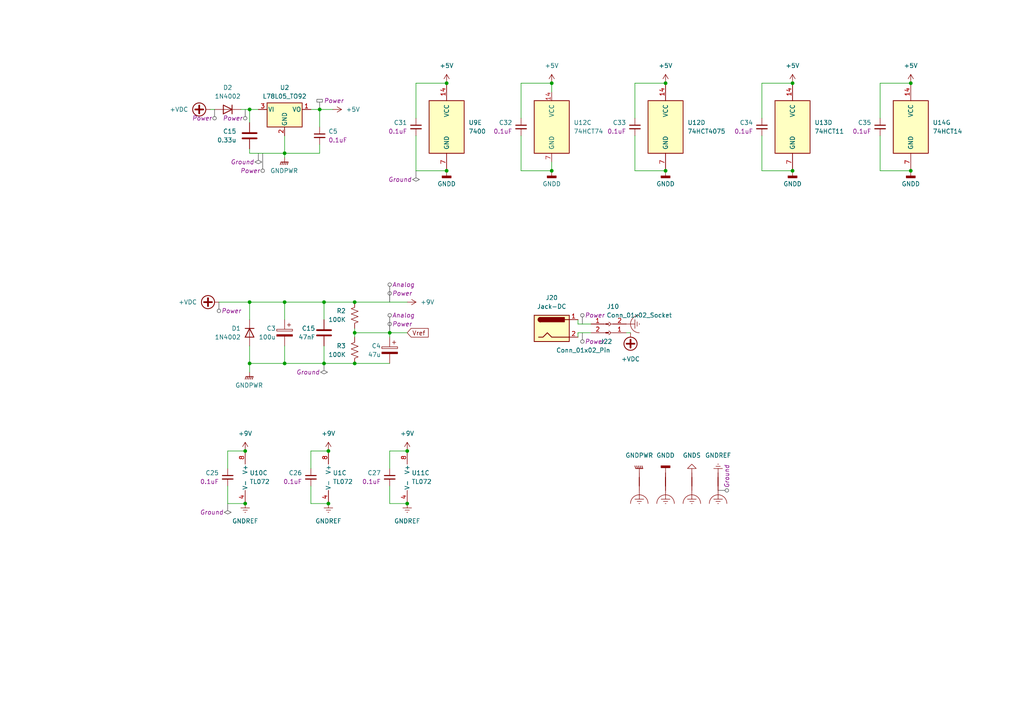
<source format=kicad_sch>
(kicad_sch (version 20230121) (generator eeschema)

  (uuid 3af362fc-b7e1-4b48-b414-cb934301bc2a)

  (paper "A4")

  (lib_symbols
    (symbol "74xx:7400" (pin_names (offset 1.016)) (in_bom yes) (on_board yes)
      (property "Reference" "U" (at 0 1.27 0)
        (effects (font (size 1.27 1.27)))
      )
      (property "Value" "7400" (at 0 -1.27 0)
        (effects (font (size 1.27 1.27)))
      )
      (property "Footprint" "" (at 0 0 0)
        (effects (font (size 1.27 1.27)) hide)
      )
      (property "Datasheet" "http://www.ti.com/lit/gpn/sn7400" (at 0 0 0)
        (effects (font (size 1.27 1.27)) hide)
      )
      (property "ki_locked" "" (at 0 0 0)
        (effects (font (size 1.27 1.27)))
      )
      (property "ki_keywords" "TTL nand 2-input" (at 0 0 0)
        (effects (font (size 1.27 1.27)) hide)
      )
      (property "ki_description" "quad 2-input NAND gate" (at 0 0 0)
        (effects (font (size 1.27 1.27)) hide)
      )
      (property "ki_fp_filters" "DIP*W7.62mm* SO14*" (at 0 0 0)
        (effects (font (size 1.27 1.27)) hide)
      )
      (symbol "7400_1_1"
        (arc (start 0 -3.81) (mid 3.7934 0) (end 0 3.81)
          (stroke (width 0.254) (type default))
          (fill (type background))
        )
        (polyline
          (pts
            (xy 0 3.81)
            (xy -3.81 3.81)
            (xy -3.81 -3.81)
            (xy 0 -3.81)
          )
          (stroke (width 0.254) (type default))
          (fill (type background))
        )
        (pin input line (at -7.62 2.54 0) (length 3.81)
          (name "~" (effects (font (size 1.27 1.27))))
          (number "1" (effects (font (size 1.27 1.27))))
        )
        (pin input line (at -7.62 -2.54 0) (length 3.81)
          (name "~" (effects (font (size 1.27 1.27))))
          (number "2" (effects (font (size 1.27 1.27))))
        )
        (pin output inverted (at 7.62 0 180) (length 3.81)
          (name "~" (effects (font (size 1.27 1.27))))
          (number "3" (effects (font (size 1.27 1.27))))
        )
      )
      (symbol "7400_1_2"
        (arc (start -3.81 -3.81) (mid -2.589 0) (end -3.81 3.81)
          (stroke (width 0.254) (type default))
          (fill (type none))
        )
        (arc (start -0.6096 -3.81) (mid 2.1842 -2.5851) (end 3.81 0)
          (stroke (width 0.254) (type default))
          (fill (type background))
        )
        (polyline
          (pts
            (xy -3.81 -3.81)
            (xy -0.635 -3.81)
          )
          (stroke (width 0.254) (type default))
          (fill (type background))
        )
        (polyline
          (pts
            (xy -3.81 3.81)
            (xy -0.635 3.81)
          )
          (stroke (width 0.254) (type default))
          (fill (type background))
        )
        (polyline
          (pts
            (xy -0.635 3.81)
            (xy -3.81 3.81)
            (xy -3.81 3.81)
            (xy -3.556 3.4036)
            (xy -3.0226 2.2606)
            (xy -2.6924 1.0414)
            (xy -2.6162 -0.254)
            (xy -2.7686 -1.4986)
            (xy -3.175 -2.7178)
            (xy -3.81 -3.81)
            (xy -3.81 -3.81)
            (xy -0.635 -3.81)
          )
          (stroke (width -25.4) (type default))
          (fill (type background))
        )
        (arc (start 3.81 0) (mid 2.1915 2.5936) (end -0.6096 3.81)
          (stroke (width 0.254) (type default))
          (fill (type background))
        )
        (pin input inverted (at -7.62 2.54 0) (length 4.318)
          (name "~" (effects (font (size 1.27 1.27))))
          (number "1" (effects (font (size 1.27 1.27))))
        )
        (pin input inverted (at -7.62 -2.54 0) (length 4.318)
          (name "~" (effects (font (size 1.27 1.27))))
          (number "2" (effects (font (size 1.27 1.27))))
        )
        (pin output line (at 7.62 0 180) (length 3.81)
          (name "~" (effects (font (size 1.27 1.27))))
          (number "3" (effects (font (size 1.27 1.27))))
        )
      )
      (symbol "7400_2_1"
        (arc (start 0 -3.81) (mid 3.7934 0) (end 0 3.81)
          (stroke (width 0.254) (type default))
          (fill (type background))
        )
        (polyline
          (pts
            (xy 0 3.81)
            (xy -3.81 3.81)
            (xy -3.81 -3.81)
            (xy 0 -3.81)
          )
          (stroke (width 0.254) (type default))
          (fill (type background))
        )
        (pin input line (at -7.62 2.54 0) (length 3.81)
          (name "~" (effects (font (size 1.27 1.27))))
          (number "4" (effects (font (size 1.27 1.27))))
        )
        (pin input line (at -7.62 -2.54 0) (length 3.81)
          (name "~" (effects (font (size 1.27 1.27))))
          (number "5" (effects (font (size 1.27 1.27))))
        )
        (pin output inverted (at 7.62 0 180) (length 3.81)
          (name "~" (effects (font (size 1.27 1.27))))
          (number "6" (effects (font (size 1.27 1.27))))
        )
      )
      (symbol "7400_2_2"
        (arc (start -3.81 -3.81) (mid -2.589 0) (end -3.81 3.81)
          (stroke (width 0.254) (type default))
          (fill (type none))
        )
        (arc (start -0.6096 -3.81) (mid 2.1842 -2.5851) (end 3.81 0)
          (stroke (width 0.254) (type default))
          (fill (type background))
        )
        (polyline
          (pts
            (xy -3.81 -3.81)
            (xy -0.635 -3.81)
          )
          (stroke (width 0.254) (type default))
          (fill (type background))
        )
        (polyline
          (pts
            (xy -3.81 3.81)
            (xy -0.635 3.81)
          )
          (stroke (width 0.254) (type default))
          (fill (type background))
        )
        (polyline
          (pts
            (xy -0.635 3.81)
            (xy -3.81 3.81)
            (xy -3.81 3.81)
            (xy -3.556 3.4036)
            (xy -3.0226 2.2606)
            (xy -2.6924 1.0414)
            (xy -2.6162 -0.254)
            (xy -2.7686 -1.4986)
            (xy -3.175 -2.7178)
            (xy -3.81 -3.81)
            (xy -3.81 -3.81)
            (xy -0.635 -3.81)
          )
          (stroke (width -25.4) (type default))
          (fill (type background))
        )
        (arc (start 3.81 0) (mid 2.1915 2.5936) (end -0.6096 3.81)
          (stroke (width 0.254) (type default))
          (fill (type background))
        )
        (pin input inverted (at -7.62 2.54 0) (length 4.318)
          (name "~" (effects (font (size 1.27 1.27))))
          (number "4" (effects (font (size 1.27 1.27))))
        )
        (pin input inverted (at -7.62 -2.54 0) (length 4.318)
          (name "~" (effects (font (size 1.27 1.27))))
          (number "5" (effects (font (size 1.27 1.27))))
        )
        (pin output line (at 7.62 0 180) (length 3.81)
          (name "~" (effects (font (size 1.27 1.27))))
          (number "6" (effects (font (size 1.27 1.27))))
        )
      )
      (symbol "7400_3_1"
        (arc (start 0 -3.81) (mid 3.7934 0) (end 0 3.81)
          (stroke (width 0.254) (type default))
          (fill (type background))
        )
        (polyline
          (pts
            (xy 0 3.81)
            (xy -3.81 3.81)
            (xy -3.81 -3.81)
            (xy 0 -3.81)
          )
          (stroke (width 0.254) (type default))
          (fill (type background))
        )
        (pin input line (at -7.62 -2.54 0) (length 3.81)
          (name "~" (effects (font (size 1.27 1.27))))
          (number "10" (effects (font (size 1.27 1.27))))
        )
        (pin output inverted (at 7.62 0 180) (length 3.81)
          (name "~" (effects (font (size 1.27 1.27))))
          (number "8" (effects (font (size 1.27 1.27))))
        )
        (pin input line (at -7.62 2.54 0) (length 3.81)
          (name "~" (effects (font (size 1.27 1.27))))
          (number "9" (effects (font (size 1.27 1.27))))
        )
      )
      (symbol "7400_3_2"
        (arc (start -3.81 -3.81) (mid -2.589 0) (end -3.81 3.81)
          (stroke (width 0.254) (type default))
          (fill (type none))
        )
        (arc (start -0.6096 -3.81) (mid 2.1842 -2.5851) (end 3.81 0)
          (stroke (width 0.254) (type default))
          (fill (type background))
        )
        (polyline
          (pts
            (xy -3.81 -3.81)
            (xy -0.635 -3.81)
          )
          (stroke (width 0.254) (type default))
          (fill (type background))
        )
        (polyline
          (pts
            (xy -3.81 3.81)
            (xy -0.635 3.81)
          )
          (stroke (width 0.254) (type default))
          (fill (type background))
        )
        (polyline
          (pts
            (xy -0.635 3.81)
            (xy -3.81 3.81)
            (xy -3.81 3.81)
            (xy -3.556 3.4036)
            (xy -3.0226 2.2606)
            (xy -2.6924 1.0414)
            (xy -2.6162 -0.254)
            (xy -2.7686 -1.4986)
            (xy -3.175 -2.7178)
            (xy -3.81 -3.81)
            (xy -3.81 -3.81)
            (xy -0.635 -3.81)
          )
          (stroke (width -25.4) (type default))
          (fill (type background))
        )
        (arc (start 3.81 0) (mid 2.1915 2.5936) (end -0.6096 3.81)
          (stroke (width 0.254) (type default))
          (fill (type background))
        )
        (pin input inverted (at -7.62 -2.54 0) (length 4.318)
          (name "~" (effects (font (size 1.27 1.27))))
          (number "10" (effects (font (size 1.27 1.27))))
        )
        (pin output line (at 7.62 0 180) (length 3.81)
          (name "~" (effects (font (size 1.27 1.27))))
          (number "8" (effects (font (size 1.27 1.27))))
        )
        (pin input inverted (at -7.62 2.54 0) (length 4.318)
          (name "~" (effects (font (size 1.27 1.27))))
          (number "9" (effects (font (size 1.27 1.27))))
        )
      )
      (symbol "7400_4_1"
        (arc (start 0 -3.81) (mid 3.7934 0) (end 0 3.81)
          (stroke (width 0.254) (type default))
          (fill (type background))
        )
        (polyline
          (pts
            (xy 0 3.81)
            (xy -3.81 3.81)
            (xy -3.81 -3.81)
            (xy 0 -3.81)
          )
          (stroke (width 0.254) (type default))
          (fill (type background))
        )
        (pin output inverted (at 7.62 0 180) (length 3.81)
          (name "~" (effects (font (size 1.27 1.27))))
          (number "11" (effects (font (size 1.27 1.27))))
        )
        (pin input line (at -7.62 2.54 0) (length 3.81)
          (name "~" (effects (font (size 1.27 1.27))))
          (number "12" (effects (font (size 1.27 1.27))))
        )
        (pin input line (at -7.62 -2.54 0) (length 3.81)
          (name "~" (effects (font (size 1.27 1.27))))
          (number "13" (effects (font (size 1.27 1.27))))
        )
      )
      (symbol "7400_4_2"
        (arc (start -3.81 -3.81) (mid -2.589 0) (end -3.81 3.81)
          (stroke (width 0.254) (type default))
          (fill (type none))
        )
        (arc (start -0.6096 -3.81) (mid 2.1842 -2.5851) (end 3.81 0)
          (stroke (width 0.254) (type default))
          (fill (type background))
        )
        (polyline
          (pts
            (xy -3.81 -3.81)
            (xy -0.635 -3.81)
          )
          (stroke (width 0.254) (type default))
          (fill (type background))
        )
        (polyline
          (pts
            (xy -3.81 3.81)
            (xy -0.635 3.81)
          )
          (stroke (width 0.254) (type default))
          (fill (type background))
        )
        (polyline
          (pts
            (xy -0.635 3.81)
            (xy -3.81 3.81)
            (xy -3.81 3.81)
            (xy -3.556 3.4036)
            (xy -3.0226 2.2606)
            (xy -2.6924 1.0414)
            (xy -2.6162 -0.254)
            (xy -2.7686 -1.4986)
            (xy -3.175 -2.7178)
            (xy -3.81 -3.81)
            (xy -3.81 -3.81)
            (xy -0.635 -3.81)
          )
          (stroke (width -25.4) (type default))
          (fill (type background))
        )
        (arc (start 3.81 0) (mid 2.1915 2.5936) (end -0.6096 3.81)
          (stroke (width 0.254) (type default))
          (fill (type background))
        )
        (pin output line (at 7.62 0 180) (length 3.81)
          (name "~" (effects (font (size 1.27 1.27))))
          (number "11" (effects (font (size 1.27 1.27))))
        )
        (pin input inverted (at -7.62 2.54 0) (length 4.318)
          (name "~" (effects (font (size 1.27 1.27))))
          (number "12" (effects (font (size 1.27 1.27))))
        )
        (pin input inverted (at -7.62 -2.54 0) (length 4.318)
          (name "~" (effects (font (size 1.27 1.27))))
          (number "13" (effects (font (size 1.27 1.27))))
        )
      )
      (symbol "7400_5_0"
        (pin power_in line (at 0 12.7 270) (length 5.08)
          (name "VCC" (effects (font (size 1.27 1.27))))
          (number "14" (effects (font (size 1.27 1.27))))
        )
        (pin power_in line (at 0 -12.7 90) (length 5.08)
          (name "GND" (effects (font (size 1.27 1.27))))
          (number "7" (effects (font (size 1.27 1.27))))
        )
      )
      (symbol "7400_5_1"
        (rectangle (start -5.08 7.62) (end 5.08 -7.62)
          (stroke (width 0.254) (type default))
          (fill (type background))
        )
      )
    )
    (symbol "74xx:74HCT11" (pin_names (offset 1.016)) (in_bom yes) (on_board yes)
      (property "Reference" "U" (at 0 1.27 0)
        (effects (font (size 1.27 1.27)))
      )
      (property "Value" "74HCT11" (at 0 -1.27 0)
        (effects (font (size 1.27 1.27)))
      )
      (property "Footprint" "Package_DIP:DIP-14_W7.62mm_Socket" (at 0 0 0)
        (effects (font (size 1.27 1.27)) hide)
      )
      (property "Datasheet" "http://www.ti.com/lit/gpn/sn74LS11" (at 0 0 0)
        (effects (font (size 1.27 1.27)) hide)
      )
      (property "ki_locked" "" (at 0 0 0)
        (effects (font (size 1.27 1.27)))
      )
      (property "ki_keywords" "CMOS TTL And3" (at 0 0 0)
        (effects (font (size 1.27 1.27)) hide)
      )
      (property "ki_description" "Triple 3-input AND" (at 0 0 0)
        (effects (font (size 1.27 1.27)) hide)
      )
      (property "ki_fp_filters" "DIP*W7.62mm*" (at 0 0 0)
        (effects (font (size 1.27 1.27)) hide)
      )
      (symbol "74HCT11_1_1"
        (arc (start 0 -3.81) (mid 3.7934 0) (end 0 3.81)
          (stroke (width 0.254) (type default))
          (fill (type background))
        )
        (polyline
          (pts
            (xy 0 3.81)
            (xy -3.81 3.81)
            (xy -3.81 -3.81)
            (xy 0 -3.81)
          )
          (stroke (width 0.254) (type default))
          (fill (type background))
        )
        (pin input line (at -7.62 2.54 0) (length 3.81)
          (name "~" (effects (font (size 1.27 1.27))))
          (number "1" (effects (font (size 1.27 1.27))))
        )
        (pin output line (at 7.62 0 180) (length 3.81)
          (name "~" (effects (font (size 1.27 1.27))))
          (number "12" (effects (font (size 1.27 1.27))))
        )
        (pin input line (at -7.62 -2.54 0) (length 3.81)
          (name "~" (effects (font (size 1.27 1.27))))
          (number "13" (effects (font (size 1.27 1.27))))
        )
        (pin input line (at -7.62 0 0) (length 3.81)
          (name "~" (effects (font (size 1.27 1.27))))
          (number "2" (effects (font (size 1.27 1.27))))
        )
      )
      (symbol "74HCT11_1_2"
        (arc (start -3.81 -3.81) (mid -2.589 0) (end -3.81 3.81)
          (stroke (width 0.254) (type default))
          (fill (type none))
        )
        (arc (start -0.6096 -3.81) (mid 2.1842 -2.5851) (end 3.81 0)
          (stroke (width 0.254) (type default))
          (fill (type background))
        )
        (polyline
          (pts
            (xy -3.81 -3.81)
            (xy -0.635 -3.81)
          )
          (stroke (width 0.254) (type default))
          (fill (type background))
        )
        (polyline
          (pts
            (xy -3.81 3.81)
            (xy -0.635 3.81)
          )
          (stroke (width 0.254) (type default))
          (fill (type background))
        )
        (polyline
          (pts
            (xy -0.635 3.81)
            (xy -3.81 3.81)
            (xy -3.81 3.81)
            (xy -3.556 3.4036)
            (xy -3.0226 2.2606)
            (xy -2.6924 1.0414)
            (xy -2.6162 -0.254)
            (xy -2.7686 -1.4986)
            (xy -3.175 -2.7178)
            (xy -3.81 -3.81)
            (xy -3.81 -3.81)
            (xy -0.635 -3.81)
          )
          (stroke (width -25.4) (type default))
          (fill (type background))
        )
        (arc (start 3.81 0) (mid 2.1915 2.5936) (end -0.6096 3.81)
          (stroke (width 0.254) (type default))
          (fill (type background))
        )
        (pin input inverted (at -7.62 2.54 0) (length 4.318)
          (name "~" (effects (font (size 1.27 1.27))))
          (number "1" (effects (font (size 1.27 1.27))))
        )
        (pin output inverted (at 7.62 0 180) (length 3.81)
          (name "~" (effects (font (size 1.27 1.27))))
          (number "12" (effects (font (size 1.27 1.27))))
        )
        (pin input inverted (at -7.62 -2.54 0) (length 4.318)
          (name "~" (effects (font (size 1.27 1.27))))
          (number "13" (effects (font (size 1.27 1.27))))
        )
        (pin input inverted (at -7.62 0 0) (length 4.953)
          (name "~" (effects (font (size 1.27 1.27))))
          (number "2" (effects (font (size 1.27 1.27))))
        )
      )
      (symbol "74HCT11_2_1"
        (arc (start 0 -3.81) (mid 3.7934 0) (end 0 3.81)
          (stroke (width 0.254) (type default))
          (fill (type background))
        )
        (polyline
          (pts
            (xy 0 3.81)
            (xy -3.81 3.81)
            (xy -3.81 -3.81)
            (xy 0 -3.81)
          )
          (stroke (width 0.254) (type default))
          (fill (type background))
        )
        (pin input line (at -7.62 2.54 0) (length 3.81)
          (name "~" (effects (font (size 1.27 1.27))))
          (number "3" (effects (font (size 1.27 1.27))))
        )
        (pin input line (at -7.62 0 0) (length 3.81)
          (name "~" (effects (font (size 1.27 1.27))))
          (number "4" (effects (font (size 1.27 1.27))))
        )
        (pin input line (at -7.62 -2.54 0) (length 3.81)
          (name "~" (effects (font (size 1.27 1.27))))
          (number "5" (effects (font (size 1.27 1.27))))
        )
        (pin output line (at 7.62 0 180) (length 3.81)
          (name "~" (effects (font (size 1.27 1.27))))
          (number "6" (effects (font (size 1.27 1.27))))
        )
      )
      (symbol "74HCT11_2_2"
        (arc (start -3.81 -3.81) (mid -2.589 0) (end -3.81 3.81)
          (stroke (width 0.254) (type default))
          (fill (type none))
        )
        (arc (start -0.6096 -3.81) (mid 2.1842 -2.5851) (end 3.81 0)
          (stroke (width 0.254) (type default))
          (fill (type background))
        )
        (polyline
          (pts
            (xy -3.81 -3.81)
            (xy -0.635 -3.81)
          )
          (stroke (width 0.254) (type default))
          (fill (type background))
        )
        (polyline
          (pts
            (xy -3.81 3.81)
            (xy -0.635 3.81)
          )
          (stroke (width 0.254) (type default))
          (fill (type background))
        )
        (polyline
          (pts
            (xy -0.635 3.81)
            (xy -3.81 3.81)
            (xy -3.81 3.81)
            (xy -3.556 3.4036)
            (xy -3.0226 2.2606)
            (xy -2.6924 1.0414)
            (xy -2.6162 -0.254)
            (xy -2.7686 -1.4986)
            (xy -3.175 -2.7178)
            (xy -3.81 -3.81)
            (xy -3.81 -3.81)
            (xy -0.635 -3.81)
          )
          (stroke (width -25.4) (type default))
          (fill (type background))
        )
        (arc (start 3.81 0) (mid 2.1915 2.5936) (end -0.6096 3.81)
          (stroke (width 0.254) (type default))
          (fill (type background))
        )
        (pin input inverted (at -7.62 2.54 0) (length 4.318)
          (name "~" (effects (font (size 1.27 1.27))))
          (number "3" (effects (font (size 1.27 1.27))))
        )
        (pin input inverted (at -7.62 0 0) (length 4.953)
          (name "~" (effects (font (size 1.27 1.27))))
          (number "4" (effects (font (size 1.27 1.27))))
        )
        (pin input inverted (at -7.62 -2.54 0) (length 4.318)
          (name "~" (effects (font (size 1.27 1.27))))
          (number "5" (effects (font (size 1.27 1.27))))
        )
        (pin output inverted (at 7.62 0 180) (length 3.81)
          (name "~" (effects (font (size 1.27 1.27))))
          (number "6" (effects (font (size 1.27 1.27))))
        )
      )
      (symbol "74HCT11_3_1"
        (arc (start 0 -3.81) (mid 3.7934 0) (end 0 3.81)
          (stroke (width 0.254) (type default))
          (fill (type background))
        )
        (polyline
          (pts
            (xy 0 3.81)
            (xy -3.81 3.81)
            (xy -3.81 -3.81)
            (xy 0 -3.81)
          )
          (stroke (width 0.254) (type default))
          (fill (type background))
        )
        (pin input line (at -7.62 0 0) (length 3.81)
          (name "~" (effects (font (size 1.27 1.27))))
          (number "10" (effects (font (size 1.27 1.27))))
        )
        (pin input line (at -7.62 -2.54 0) (length 3.81)
          (name "~" (effects (font (size 1.27 1.27))))
          (number "11" (effects (font (size 1.27 1.27))))
        )
        (pin output line (at 7.62 0 180) (length 3.81)
          (name "~" (effects (font (size 1.27 1.27))))
          (number "8" (effects (font (size 1.27 1.27))))
        )
        (pin input line (at -7.62 2.54 0) (length 3.81)
          (name "~" (effects (font (size 1.27 1.27))))
          (number "9" (effects (font (size 1.27 1.27))))
        )
      )
      (symbol "74HCT11_3_2"
        (arc (start -3.81 -3.81) (mid -2.589 0) (end -3.81 3.81)
          (stroke (width 0.254) (type default))
          (fill (type none))
        )
        (arc (start -0.6096 -3.81) (mid 2.1842 -2.5851) (end 3.81 0)
          (stroke (width 0.254) (type default))
          (fill (type background))
        )
        (polyline
          (pts
            (xy -3.81 -3.81)
            (xy -0.635 -3.81)
          )
          (stroke (width 0.254) (type default))
          (fill (type background))
        )
        (polyline
          (pts
            (xy -3.81 3.81)
            (xy -0.635 3.81)
          )
          (stroke (width 0.254) (type default))
          (fill (type background))
        )
        (polyline
          (pts
            (xy -0.635 3.81)
            (xy -3.81 3.81)
            (xy -3.81 3.81)
            (xy -3.556 3.4036)
            (xy -3.0226 2.2606)
            (xy -2.6924 1.0414)
            (xy -2.6162 -0.254)
            (xy -2.7686 -1.4986)
            (xy -3.175 -2.7178)
            (xy -3.81 -3.81)
            (xy -3.81 -3.81)
            (xy -0.635 -3.81)
          )
          (stroke (width -25.4) (type default))
          (fill (type background))
        )
        (arc (start 3.81 0) (mid 2.1915 2.5936) (end -0.6096 3.81)
          (stroke (width 0.254) (type default))
          (fill (type background))
        )
        (pin input inverted (at -7.62 0 0) (length 4.953)
          (name "~" (effects (font (size 1.27 1.27))))
          (number "10" (effects (font (size 1.27 1.27))))
        )
        (pin input inverted (at -7.62 -2.54 0) (length 4.318)
          (name "~" (effects (font (size 1.27 1.27))))
          (number "11" (effects (font (size 1.27 1.27))))
        )
        (pin output inverted (at 7.62 0 180) (length 3.81)
          (name "~" (effects (font (size 1.27 1.27))))
          (number "8" (effects (font (size 1.27 1.27))))
        )
        (pin input inverted (at -7.62 2.54 0) (length 4.318)
          (name "~" (effects (font (size 1.27 1.27))))
          (number "9" (effects (font (size 1.27 1.27))))
        )
      )
      (symbol "74HCT11_4_0"
        (pin power_in line (at 0 12.7 270) (length 5.08)
          (name "VCC" (effects (font (size 1.27 1.27))))
          (number "14" (effects (font (size 1.27 1.27))))
        )
        (pin power_in line (at 0 -12.7 90) (length 5.08)
          (name "GND" (effects (font (size 1.27 1.27))))
          (number "7" (effects (font (size 1.27 1.27))))
        )
      )
      (symbol "74HCT11_4_1"
        (rectangle (start -5.08 7.62) (end 5.08 -7.62)
          (stroke (width 0.254) (type default))
          (fill (type background))
        )
      )
    )
    (symbol "74xx:74HCT14" (pin_names (offset 1.016)) (in_bom yes) (on_board yes)
      (property "Reference" "U" (at 0 1.27 0)
        (effects (font (size 1.27 1.27)))
      )
      (property "Value" "74HCT14" (at 0 -1.27 0)
        (effects (font (size 1.27 1.27)))
      )
      (property "Footprint" "Package_DIP:DIP-14_W7.62mm_Socket" (at 0 0 0)
        (effects (font (size 1.27 1.27)) hide)
      )
      (property "Datasheet" "http://www.ti.com/lit/gpn/sn74HC14" (at 0 0 0)
        (effects (font (size 1.27 1.27)) hide)
      )
      (property "ki_locked" "" (at 0 0 0)
        (effects (font (size 1.27 1.27)))
      )
      (property "ki_keywords" "HCMOS TTL not inverter" (at 0 0 0)
        (effects (font (size 1.27 1.27)) hide)
      )
      (property "ki_description" "Hex inverter schmitt trigger" (at 0 0 0)
        (effects (font (size 1.27 1.27)) hide)
      )
      (property "ki_fp_filters" "DIP*W7.62mm*" (at 0 0 0)
        (effects (font (size 1.27 1.27)) hide)
      )
      (symbol "74HCT14_1_0"
        (polyline
          (pts
            (xy -3.81 3.81)
            (xy -3.81 -3.81)
            (xy 3.81 0)
            (xy -3.81 3.81)
          )
          (stroke (width 0.254) (type default))
          (fill (type background))
        )
        (pin input line (at -7.62 0 0) (length 3.81)
          (name "~" (effects (font (size 1.27 1.27))))
          (number "1" (effects (font (size 1.27 1.27))))
        )
        (pin output inverted (at 7.62 0 180) (length 3.81)
          (name "~" (effects (font (size 1.27 1.27))))
          (number "2" (effects (font (size 1.27 1.27))))
        )
      )
      (symbol "74HCT14_1_1"
        (polyline
          (pts
            (xy -1.905 -1.27)
            (xy -1.905 1.27)
            (xy -0.635 1.27)
          )
          (stroke (width 0) (type default))
          (fill (type none))
        )
        (polyline
          (pts
            (xy -2.54 -1.27)
            (xy -0.635 -1.27)
            (xy -0.635 1.27)
            (xy 0 1.27)
          )
          (stroke (width 0) (type default))
          (fill (type none))
        )
      )
      (symbol "74HCT14_2_0"
        (polyline
          (pts
            (xy -3.81 3.81)
            (xy -3.81 -3.81)
            (xy 3.81 0)
            (xy -3.81 3.81)
          )
          (stroke (width 0.254) (type default))
          (fill (type background))
        )
        (pin input line (at -7.62 0 0) (length 3.81)
          (name "~" (effects (font (size 1.27 1.27))))
          (number "3" (effects (font (size 1.27 1.27))))
        )
        (pin output inverted (at 7.62 0 180) (length 3.81)
          (name "~" (effects (font (size 1.27 1.27))))
          (number "4" (effects (font (size 1.27 1.27))))
        )
      )
      (symbol "74HCT14_2_1"
        (polyline
          (pts
            (xy -1.905 -1.27)
            (xy -1.905 1.27)
            (xy -0.635 1.27)
          )
          (stroke (width 0) (type default))
          (fill (type none))
        )
        (polyline
          (pts
            (xy -2.54 -1.27)
            (xy -0.635 -1.27)
            (xy -0.635 1.27)
            (xy 0 1.27)
          )
          (stroke (width 0) (type default))
          (fill (type none))
        )
      )
      (symbol "74HCT14_3_0"
        (polyline
          (pts
            (xy -3.81 3.81)
            (xy -3.81 -3.81)
            (xy 3.81 0)
            (xy -3.81 3.81)
          )
          (stroke (width 0.254) (type default))
          (fill (type background))
        )
        (pin input line (at -7.62 0 0) (length 3.81)
          (name "~" (effects (font (size 1.27 1.27))))
          (number "5" (effects (font (size 1.27 1.27))))
        )
        (pin output inverted (at 7.62 0 180) (length 3.81)
          (name "~" (effects (font (size 1.27 1.27))))
          (number "6" (effects (font (size 1.27 1.27))))
        )
      )
      (symbol "74HCT14_3_1"
        (polyline
          (pts
            (xy -1.905 -1.27)
            (xy -1.905 1.27)
            (xy -0.635 1.27)
          )
          (stroke (width 0) (type default))
          (fill (type none))
        )
        (polyline
          (pts
            (xy -2.54 -1.27)
            (xy -0.635 -1.27)
            (xy -0.635 1.27)
            (xy 0 1.27)
          )
          (stroke (width 0) (type default))
          (fill (type none))
        )
      )
      (symbol "74HCT14_4_0"
        (polyline
          (pts
            (xy -3.81 3.81)
            (xy -3.81 -3.81)
            (xy 3.81 0)
            (xy -3.81 3.81)
          )
          (stroke (width 0.254) (type default))
          (fill (type background))
        )
        (pin output inverted (at 7.62 0 180) (length 3.81)
          (name "~" (effects (font (size 1.27 1.27))))
          (number "8" (effects (font (size 1.27 1.27))))
        )
        (pin input line (at -7.62 0 0) (length 3.81)
          (name "~" (effects (font (size 1.27 1.27))))
          (number "9" (effects (font (size 1.27 1.27))))
        )
      )
      (symbol "74HCT14_4_1"
        (polyline
          (pts
            (xy -1.905 -1.27)
            (xy -1.905 1.27)
            (xy -0.635 1.27)
          )
          (stroke (width 0) (type default))
          (fill (type none))
        )
        (polyline
          (pts
            (xy -2.54 -1.27)
            (xy -0.635 -1.27)
            (xy -0.635 1.27)
            (xy 0 1.27)
          )
          (stroke (width 0) (type default))
          (fill (type none))
        )
      )
      (symbol "74HCT14_5_0"
        (polyline
          (pts
            (xy -3.81 3.81)
            (xy -3.81 -3.81)
            (xy 3.81 0)
            (xy -3.81 3.81)
          )
          (stroke (width 0.254) (type default))
          (fill (type background))
        )
        (pin output inverted (at 7.62 0 180) (length 3.81)
          (name "~" (effects (font (size 1.27 1.27))))
          (number "10" (effects (font (size 1.27 1.27))))
        )
        (pin input line (at -7.62 0 0) (length 3.81)
          (name "~" (effects (font (size 1.27 1.27))))
          (number "11" (effects (font (size 1.27 1.27))))
        )
      )
      (symbol "74HCT14_5_1"
        (polyline
          (pts
            (xy -1.905 -1.27)
            (xy -1.905 1.27)
            (xy -0.635 1.27)
          )
          (stroke (width 0) (type default))
          (fill (type none))
        )
        (polyline
          (pts
            (xy -2.54 -1.27)
            (xy -0.635 -1.27)
            (xy -0.635 1.27)
            (xy 0 1.27)
          )
          (stroke (width 0) (type default))
          (fill (type none))
        )
      )
      (symbol "74HCT14_6_0"
        (polyline
          (pts
            (xy -3.81 3.81)
            (xy -3.81 -3.81)
            (xy 3.81 0)
            (xy -3.81 3.81)
          )
          (stroke (width 0.254) (type default))
          (fill (type background))
        )
        (pin output inverted (at 7.62 0 180) (length 3.81)
          (name "~" (effects (font (size 1.27 1.27))))
          (number "12" (effects (font (size 1.27 1.27))))
        )
        (pin input line (at -7.62 0 0) (length 3.81)
          (name "~" (effects (font (size 1.27 1.27))))
          (number "13" (effects (font (size 1.27 1.27))))
        )
      )
      (symbol "74HCT14_6_1"
        (polyline
          (pts
            (xy -1.905 -1.27)
            (xy -1.905 1.27)
            (xy -0.635 1.27)
          )
          (stroke (width 0) (type default))
          (fill (type none))
        )
        (polyline
          (pts
            (xy -2.54 -1.27)
            (xy -0.635 -1.27)
            (xy -0.635 1.27)
            (xy 0 1.27)
          )
          (stroke (width 0) (type default))
          (fill (type none))
        )
      )
      (symbol "74HCT14_7_0"
        (pin power_in line (at 0 12.7 270) (length 5.08)
          (name "VCC" (effects (font (size 1.27 1.27))))
          (number "14" (effects (font (size 1.27 1.27))))
        )
        (pin power_in line (at 0 -12.7 90) (length 5.08)
          (name "GND" (effects (font (size 1.27 1.27))))
          (number "7" (effects (font (size 1.27 1.27))))
        )
      )
      (symbol "74HCT14_7_1"
        (rectangle (start -5.08 7.62) (end 5.08 -7.62)
          (stroke (width 0.254) (type default))
          (fill (type background))
        )
      )
    )
    (symbol "74xx:74HCT4075" (pin_names (offset 1.016)) (in_bom yes) (on_board yes)
      (property "Reference" "U" (at 0 1.27 0)
        (effects (font (size 1.27 1.27)))
      )
      (property "Value" "74HCT4075" (at 0 -1.27 0)
        (effects (font (size 1.27 1.27)))
      )
      (property "Footprint" "Package_DIP:DIP-14_W7.62mm_Socket" (at 0 0 0)
        (effects (font (size 1.27 1.27)) hide)
      )
      (property "Datasheet" "https://www.ti.com/lit/gpn/sn74hct4075" (at 0 0 0)
        (effects (font (size 1.27 1.27)) hide)
      )
      (property "ki_locked" "" (at 0 0 0)
        (effects (font (size 1.27 1.27)))
      )
      (property "ki_keywords" "CMOS TTL Or3" (at 0 0 0)
        (effects (font (size 1.27 1.27)) hide)
      )
      (property "ki_description" "Triple 3-input OR" (at 0 0 0)
        (effects (font (size 1.27 1.27)) hide)
      )
      (property "ki_fp_filters" "DIP*W7.62mm*" (at 0 0 0)
        (effects (font (size 1.27 1.27)) hide)
      )
      (symbol "74HCT4075_1_1"
        (arc (start -3.81 -3.81) (mid -2.589 0) (end -3.81 3.81)
          (stroke (width 0.254) (type default))
          (fill (type none))
        )
        (arc (start -0.6096 -3.81) (mid 2.1842 -2.5851) (end 3.81 0)
          (stroke (width 0.254) (type default))
          (fill (type background))
        )
        (polyline
          (pts
            (xy -3.81 -3.81)
            (xy -0.635 -3.81)
          )
          (stroke (width 0.254) (type default))
          (fill (type background))
        )
        (polyline
          (pts
            (xy -3.81 3.81)
            (xy -0.635 3.81)
          )
          (stroke (width 0.254) (type default))
          (fill (type background))
        )
        (polyline
          (pts
            (xy -0.635 3.81)
            (xy -3.81 3.81)
            (xy -3.81 3.81)
            (xy -3.556 3.4036)
            (xy -3.0226 2.2606)
            (xy -2.6924 1.0414)
            (xy -2.6162 -0.254)
            (xy -2.7686 -1.4986)
            (xy -3.175 -2.7178)
            (xy -3.81 -3.81)
            (xy -3.81 -3.81)
            (xy -0.635 -3.81)
          )
          (stroke (width -25.4) (type default))
          (fill (type background))
        )
        (arc (start 3.81 0) (mid 2.1915 2.5936) (end -0.6096 3.81)
          (stroke (width 0.254) (type default))
          (fill (type background))
        )
        (pin input line (at -7.62 2.54 0) (length 4.318)
          (name "~" (effects (font (size 1.27 1.27))))
          (number "3" (effects (font (size 1.27 1.27))))
        )
        (pin input line (at -7.62 0 0) (length 4.953)
          (name "~" (effects (font (size 1.27 1.27))))
          (number "4" (effects (font (size 1.27 1.27))))
        )
        (pin input line (at -7.62 -2.54 0) (length 4.318)
          (name "~" (effects (font (size 1.27 1.27))))
          (number "5" (effects (font (size 1.27 1.27))))
        )
        (pin output line (at 7.62 0 180) (length 3.81)
          (name "~" (effects (font (size 1.27 1.27))))
          (number "6" (effects (font (size 1.27 1.27))))
        )
      )
      (symbol "74HCT4075_1_2"
        (arc (start 0 -3.81) (mid 3.7934 0) (end 0 3.81)
          (stroke (width 0.254) (type default))
          (fill (type background))
        )
        (polyline
          (pts
            (xy 0 3.81)
            (xy -3.81 3.81)
            (xy -3.81 -3.81)
            (xy 0 -3.81)
          )
          (stroke (width 0.254) (type default))
          (fill (type background))
        )
        (pin input inverted (at -7.62 2.54 0) (length 3.81)
          (name "~" (effects (font (size 1.27 1.27))))
          (number "1" (effects (font (size 1.27 1.27))))
        )
        (pin output line (at 7.62 0 180) (length 3.81)
          (name "~" (effects (font (size 1.27 1.27))))
          (number "12" (effects (font (size 1.27 1.27))))
        )
        (pin input inverted (at -7.62 -2.54 0) (length 3.81)
          (name "~" (effects (font (size 1.27 1.27))))
          (number "13" (effects (font (size 1.27 1.27))))
        )
        (pin input inverted (at -7.62 0 0) (length 3.81)
          (name "~" (effects (font (size 1.27 1.27))))
          (number "2" (effects (font (size 1.27 1.27))))
        )
      )
      (symbol "74HCT4075_2_1"
        (arc (start -3.81 -3.81) (mid -2.589 0) (end -3.81 3.81)
          (stroke (width 0.254) (type default))
          (fill (type none))
        )
        (arc (start -0.6096 -3.81) (mid 2.1842 -2.5851) (end 3.81 0)
          (stroke (width 0.254) (type default))
          (fill (type background))
        )
        (polyline
          (pts
            (xy -3.81 -3.81)
            (xy -0.635 -3.81)
          )
          (stroke (width 0.254) (type default))
          (fill (type background))
        )
        (polyline
          (pts
            (xy -3.81 3.81)
            (xy -0.635 3.81)
          )
          (stroke (width 0.254) (type default))
          (fill (type background))
        )
        (polyline
          (pts
            (xy -0.635 3.81)
            (xy -3.81 3.81)
            (xy -3.81 3.81)
            (xy -3.556 3.4036)
            (xy -3.0226 2.2606)
            (xy -2.6924 1.0414)
            (xy -2.6162 -0.254)
            (xy -2.7686 -1.4986)
            (xy -3.175 -2.7178)
            (xy -3.81 -3.81)
            (xy -3.81 -3.81)
            (xy -0.635 -3.81)
          )
          (stroke (width -25.4) (type default))
          (fill (type background))
        )
        (arc (start 3.81 0) (mid 2.1915 2.5936) (end -0.6096 3.81)
          (stroke (width 0.254) (type default))
          (fill (type background))
        )
        (pin input line (at -7.62 2.54 0) (length 4.318)
          (name "~" (effects (font (size 1.27 1.27))))
          (number "1" (effects (font (size 1.27 1.27))))
        )
        (pin input line (at -7.62 0 0) (length 4.953)
          (name "~" (effects (font (size 1.27 1.27))))
          (number "2" (effects (font (size 1.27 1.27))))
        )
        (pin input line (at -7.62 -2.54 0) (length 4.318)
          (name "~" (effects (font (size 1.27 1.27))))
          (number "8" (effects (font (size 1.27 1.27))))
        )
        (pin output line (at 7.62 0 180) (length 3.81)
          (name "~" (effects (font (size 1.27 1.27))))
          (number "9" (effects (font (size 1.27 1.27))))
        )
      )
      (symbol "74HCT4075_2_2"
        (arc (start 0 -3.81) (mid 3.7934 0) (end 0 3.81)
          (stroke (width 0.254) (type default))
          (fill (type background))
        )
        (polyline
          (pts
            (xy 0 3.81)
            (xy -3.81 3.81)
            (xy -3.81 -3.81)
            (xy 0 -3.81)
          )
          (stroke (width 0.254) (type default))
          (fill (type background))
        )
        (pin input inverted (at -7.62 2.54 0) (length 3.81)
          (name "~" (effects (font (size 1.27 1.27))))
          (number "3" (effects (font (size 1.27 1.27))))
        )
        (pin input inverted (at -7.62 0 0) (length 3.81)
          (name "~" (effects (font (size 1.27 1.27))))
          (number "4" (effects (font (size 1.27 1.27))))
        )
        (pin input inverted (at -7.62 -2.54 0) (length 3.81)
          (name "~" (effects (font (size 1.27 1.27))))
          (number "5" (effects (font (size 1.27 1.27))))
        )
        (pin output line (at 7.62 0 180) (length 3.81)
          (name "~" (effects (font (size 1.27 1.27))))
          (number "6" (effects (font (size 1.27 1.27))))
        )
      )
      (symbol "74HCT4075_3_1"
        (arc (start -3.81 -3.81) (mid -2.589 0) (end -3.81 3.81)
          (stroke (width 0.254) (type default))
          (fill (type none))
        )
        (arc (start -0.6096 -3.81) (mid 2.1842 -2.5851) (end 3.81 0)
          (stroke (width 0.254) (type default))
          (fill (type background))
        )
        (polyline
          (pts
            (xy -3.81 -3.81)
            (xy -0.635 -3.81)
          )
          (stroke (width 0.254) (type default))
          (fill (type background))
        )
        (polyline
          (pts
            (xy -3.81 3.81)
            (xy -0.635 3.81)
          )
          (stroke (width 0.254) (type default))
          (fill (type background))
        )
        (polyline
          (pts
            (xy -0.635 3.81)
            (xy -3.81 3.81)
            (xy -3.81 3.81)
            (xy -3.556 3.4036)
            (xy -3.0226 2.2606)
            (xy -2.6924 1.0414)
            (xy -2.6162 -0.254)
            (xy -2.7686 -1.4986)
            (xy -3.175 -2.7178)
            (xy -3.81 -3.81)
            (xy -3.81 -3.81)
            (xy -0.635 -3.81)
          )
          (stroke (width -25.4) (type default))
          (fill (type background))
        )
        (arc (start 3.81 0) (mid 2.1915 2.5936) (end -0.6096 3.81)
          (stroke (width 0.254) (type default))
          (fill (type background))
        )
        (pin output line (at 7.62 0 180) (length 3.81)
          (name "~" (effects (font (size 1.27 1.27))))
          (number "10" (effects (font (size 1.27 1.27))))
        )
        (pin input line (at -7.62 2.54 0) (length 4.318)
          (name "~" (effects (font (size 1.27 1.27))))
          (number "11" (effects (font (size 1.27 1.27))))
        )
        (pin input line (at -7.62 0 0) (length 4.953)
          (name "~" (effects (font (size 1.27 1.27))))
          (number "12" (effects (font (size 1.27 1.27))))
        )
        (pin input line (at -7.62 -2.54 0) (length 4.318)
          (name "~" (effects (font (size 1.27 1.27))))
          (number "13" (effects (font (size 1.27 1.27))))
        )
      )
      (symbol "74HCT4075_3_2"
        (arc (start 0 -3.81) (mid 3.7934 0) (end 0 3.81)
          (stroke (width 0.254) (type default))
          (fill (type background))
        )
        (polyline
          (pts
            (xy 0 3.81)
            (xy -3.81 3.81)
            (xy -3.81 -3.81)
            (xy 0 -3.81)
          )
          (stroke (width 0.254) (type default))
          (fill (type background))
        )
        (pin input inverted (at -7.62 0 0) (length 3.81)
          (name "~" (effects (font (size 1.27 1.27))))
          (number "10" (effects (font (size 1.27 1.27))))
        )
        (pin input inverted (at -7.62 -2.54 0) (length 3.81)
          (name "~" (effects (font (size 1.27 1.27))))
          (number "11" (effects (font (size 1.27 1.27))))
        )
        (pin output line (at 7.62 0 180) (length 3.81)
          (name "~" (effects (font (size 1.27 1.27))))
          (number "8" (effects (font (size 1.27 1.27))))
        )
        (pin input inverted (at -7.62 2.54 0) (length 3.81)
          (name "~" (effects (font (size 1.27 1.27))))
          (number "9" (effects (font (size 1.27 1.27))))
        )
      )
      (symbol "74HCT4075_4_0"
        (pin power_in line (at 0 12.7 270) (length 5.08)
          (name "VCC" (effects (font (size 1.27 1.27))))
          (number "14" (effects (font (size 1.27 1.27))))
        )
        (pin power_in line (at 0 -12.7 90) (length 5.08)
          (name "GND" (effects (font (size 1.27 1.27))))
          (number "7" (effects (font (size 1.27 1.27))))
        )
      )
      (symbol "74HCT4075_4_1"
        (rectangle (start -5.08 7.62) (end 5.08 -7.62)
          (stroke (width 0.254) (type default))
          (fill (type background))
        )
      )
    )
    (symbol "74xx:74HCT74" (pin_names (offset 1.016)) (in_bom yes) (on_board yes)
      (property "Reference" "U" (at -7.62 8.89 0)
        (effects (font (size 1.27 1.27)))
      )
      (property "Value" "74HCT74" (at -7.62 -8.89 0)
        (effects (font (size 1.27 1.27)))
      )
      (property "Footprint" "Package_DIP:DIP-14_W7.62mm_Socket" (at 0 0 0)
        (effects (font (size 1.27 1.27)) hide)
      )
      (property "Datasheet" "74xx/74hc_hct74.pdf" (at 0 0 0)
        (effects (font (size 1.27 1.27)) hide)
      )
      (property "ki_locked" "" (at 0 0 0)
        (effects (font (size 1.27 1.27)))
      )
      (property "ki_keywords" "CMOS TTL DFF" (at 0 0 0)
        (effects (font (size 1.27 1.27)) hide)
      )
      (property "ki_description" "Dual D Flip-flop, Set & Reset" (at 0 0 0)
        (effects (font (size 1.27 1.27)) hide)
      )
      (property "ki_fp_filters" "DIP*W7.62mm*" (at 0 0 0)
        (effects (font (size 1.27 1.27)) hide)
      )
      (symbol "74HCT74_1_0"
        (pin input line (at 0 -7.62 90) (length 2.54)
          (name "~{R}" (effects (font (size 1.27 1.27))))
          (number "1" (effects (font (size 1.27 1.27))))
        )
        (pin input line (at -7.62 2.54 0) (length 2.54)
          (name "D" (effects (font (size 1.27 1.27))))
          (number "2" (effects (font (size 1.27 1.27))))
        )
        (pin input clock (at -7.62 0 0) (length 2.54)
          (name "C" (effects (font (size 1.27 1.27))))
          (number "3" (effects (font (size 1.27 1.27))))
        )
        (pin input line (at 0 7.62 270) (length 2.54)
          (name "~{S}" (effects (font (size 1.27 1.27))))
          (number "4" (effects (font (size 1.27 1.27))))
        )
        (pin output line (at 7.62 2.54 180) (length 2.54)
          (name "Q" (effects (font (size 1.27 1.27))))
          (number "5" (effects (font (size 1.27 1.27))))
        )
        (pin output line (at 7.62 -2.54 180) (length 2.54)
          (name "~{Q}" (effects (font (size 1.27 1.27))))
          (number "6" (effects (font (size 1.27 1.27))))
        )
      )
      (symbol "74HCT74_1_1"
        (rectangle (start -5.08 5.08) (end 5.08 -5.08)
          (stroke (width 0.254) (type default))
          (fill (type background))
        )
      )
      (symbol "74HCT74_2_0"
        (pin input line (at 0 7.62 270) (length 2.54)
          (name "~{S}" (effects (font (size 1.27 1.27))))
          (number "10" (effects (font (size 1.27 1.27))))
        )
        (pin input clock (at -7.62 0 0) (length 2.54)
          (name "C" (effects (font (size 1.27 1.27))))
          (number "11" (effects (font (size 1.27 1.27))))
        )
        (pin input line (at -7.62 2.54 0) (length 2.54)
          (name "D" (effects (font (size 1.27 1.27))))
          (number "12" (effects (font (size 1.27 1.27))))
        )
        (pin input line (at 0 -7.62 90) (length 2.54)
          (name "~{R}" (effects (font (size 1.27 1.27))))
          (number "13" (effects (font (size 1.27 1.27))))
        )
        (pin output line (at 7.62 -2.54 180) (length 2.54)
          (name "~{Q}" (effects (font (size 1.27 1.27))))
          (number "8" (effects (font (size 1.27 1.27))))
        )
        (pin output line (at 7.62 2.54 180) (length 2.54)
          (name "Q" (effects (font (size 1.27 1.27))))
          (number "9" (effects (font (size 1.27 1.27))))
        )
      )
      (symbol "74HCT74_2_1"
        (rectangle (start -5.08 5.08) (end 5.08 -5.08)
          (stroke (width 0.254) (type default))
          (fill (type background))
        )
      )
      (symbol "74HCT74_3_0"
        (pin power_in line (at 0 10.16 270) (length 2.54)
          (name "VCC" (effects (font (size 1.27 1.27))))
          (number "14" (effects (font (size 1.27 1.27))))
        )
        (pin power_in line (at 0 -10.16 90) (length 2.54)
          (name "GND" (effects (font (size 1.27 1.27))))
          (number "7" (effects (font (size 1.27 1.27))))
        )
      )
      (symbol "74HCT74_3_1"
        (rectangle (start -5.08 7.62) (end 5.08 -7.62)
          (stroke (width 0.254) (type default))
          (fill (type background))
        )
      )
    )
    (symbol "Amplifier_Operational:TL072" (pin_names (offset 0.127)) (in_bom yes) (on_board yes)
      (property "Reference" "U" (at 0 5.08 0)
        (effects (font (size 1.27 1.27)) (justify left))
      )
      (property "Value" "TL072" (at 0 -5.08 0)
        (effects (font (size 1.27 1.27)) (justify left))
      )
      (property "Footprint" "" (at 0 0 0)
        (effects (font (size 1.27 1.27)) hide)
      )
      (property "Datasheet" "http://www.ti.com/lit/ds/symlink/tl071.pdf" (at 0 0 0)
        (effects (font (size 1.27 1.27)) hide)
      )
      (property "ki_locked" "" (at 0 0 0)
        (effects (font (size 1.27 1.27)))
      )
      (property "ki_keywords" "dual opamp" (at 0 0 0)
        (effects (font (size 1.27 1.27)) hide)
      )
      (property "ki_description" "Dual Low-Noise JFET-Input Operational Amplifiers, DIP-8/SOIC-8" (at 0 0 0)
        (effects (font (size 1.27 1.27)) hide)
      )
      (property "ki_fp_filters" "SOIC*3.9x4.9mm*P1.27mm* DIP*W7.62mm* TO*99* OnSemi*Micro8* TSSOP*3x3mm*P0.65mm* TSSOP*4.4x3mm*P0.65mm* MSOP*3x3mm*P0.65mm* SSOP*3.9x4.9mm*P0.635mm* LFCSP*2x2mm*P0.5mm* *SIP* SOIC*5.3x6.2mm*P1.27mm*" (at 0 0 0)
        (effects (font (size 1.27 1.27)) hide)
      )
      (symbol "TL072_1_1"
        (polyline
          (pts
            (xy -5.08 5.08)
            (xy 5.08 0)
            (xy -5.08 -5.08)
            (xy -5.08 5.08)
          )
          (stroke (width 0.254) (type default))
          (fill (type background))
        )
        (pin output line (at 7.62 0 180) (length 2.54)
          (name "~" (effects (font (size 1.27 1.27))))
          (number "1" (effects (font (size 1.27 1.27))))
        )
        (pin input line (at -7.62 -2.54 0) (length 2.54)
          (name "-" (effects (font (size 1.27 1.27))))
          (number "2" (effects (font (size 1.27 1.27))))
        )
        (pin input line (at -7.62 2.54 0) (length 2.54)
          (name "+" (effects (font (size 1.27 1.27))))
          (number "3" (effects (font (size 1.27 1.27))))
        )
      )
      (symbol "TL072_2_1"
        (polyline
          (pts
            (xy -5.08 5.08)
            (xy 5.08 0)
            (xy -5.08 -5.08)
            (xy -5.08 5.08)
          )
          (stroke (width 0.254) (type default))
          (fill (type background))
        )
        (pin input line (at -7.62 2.54 0) (length 2.54)
          (name "+" (effects (font (size 1.27 1.27))))
          (number "5" (effects (font (size 1.27 1.27))))
        )
        (pin input line (at -7.62 -2.54 0) (length 2.54)
          (name "-" (effects (font (size 1.27 1.27))))
          (number "6" (effects (font (size 1.27 1.27))))
        )
        (pin output line (at 7.62 0 180) (length 2.54)
          (name "~" (effects (font (size 1.27 1.27))))
          (number "7" (effects (font (size 1.27 1.27))))
        )
      )
      (symbol "TL072_3_1"
        (pin power_in line (at -2.54 -7.62 90) (length 3.81)
          (name "V-" (effects (font (size 1.27 1.27))))
          (number "4" (effects (font (size 1.27 1.27))))
        )
        (pin power_in line (at -2.54 7.62 270) (length 3.81)
          (name "V+" (effects (font (size 1.27 1.27))))
          (number "8" (effects (font (size 1.27 1.27))))
        )
      )
    )
    (symbol "Connector:Conn_01x02_Pin" (pin_names (offset 1.016) hide) (in_bom yes) (on_board yes)
      (property "Reference" "J" (at 0 2.54 0)
        (effects (font (size 1.27 1.27)))
      )
      (property "Value" "Conn_01x02_Pin" (at 0 -5.08 0)
        (effects (font (size 1.27 1.27)))
      )
      (property "Footprint" "" (at 0 0 0)
        (effects (font (size 1.27 1.27)) hide)
      )
      (property "Datasheet" "~" (at 0 0 0)
        (effects (font (size 1.27 1.27)) hide)
      )
      (property "ki_locked" "" (at 0 0 0)
        (effects (font (size 1.27 1.27)))
      )
      (property "ki_keywords" "connector" (at 0 0 0)
        (effects (font (size 1.27 1.27)) hide)
      )
      (property "ki_description" "Generic connector, single row, 01x02, script generated" (at 0 0 0)
        (effects (font (size 1.27 1.27)) hide)
      )
      (property "ki_fp_filters" "Connector*:*_1x??_*" (at 0 0 0)
        (effects (font (size 1.27 1.27)) hide)
      )
      (symbol "Conn_01x02_Pin_1_1"
        (polyline
          (pts
            (xy 1.27 -2.54)
            (xy 0.8636 -2.54)
          )
          (stroke (width 0.1524) (type default))
          (fill (type none))
        )
        (polyline
          (pts
            (xy 1.27 0)
            (xy 0.8636 0)
          )
          (stroke (width 0.1524) (type default))
          (fill (type none))
        )
        (rectangle (start 0.8636 -2.413) (end 0 -2.667)
          (stroke (width 0.1524) (type default))
          (fill (type outline))
        )
        (rectangle (start 0.8636 0.127) (end 0 -0.127)
          (stroke (width 0.1524) (type default))
          (fill (type outline))
        )
        (pin passive line (at 5.08 0 180) (length 3.81)
          (name "Pin_1" (effects (font (size 1.27 1.27))))
          (number "1" (effects (font (size 1.27 1.27))))
        )
        (pin passive line (at 5.08 -2.54 180) (length 3.81)
          (name "Pin_2" (effects (font (size 1.27 1.27))))
          (number "2" (effects (font (size 1.27 1.27))))
        )
      )
    )
    (symbol "Connector:Conn_01x02_Socket" (pin_names (offset 1.016) hide) (in_bom yes) (on_board yes)
      (property "Reference" "J" (at 0 2.54 0)
        (effects (font (size 1.27 1.27)))
      )
      (property "Value" "Conn_01x02_Socket" (at 0 -5.08 0)
        (effects (font (size 1.27 1.27)))
      )
      (property "Footprint" "" (at 0 0 0)
        (effects (font (size 1.27 1.27)) hide)
      )
      (property "Datasheet" "~" (at 0 0 0)
        (effects (font (size 1.27 1.27)) hide)
      )
      (property "ki_locked" "" (at 0 0 0)
        (effects (font (size 1.27 1.27)))
      )
      (property "ki_keywords" "connector" (at 0 0 0)
        (effects (font (size 1.27 1.27)) hide)
      )
      (property "ki_description" "Generic connector, single row, 01x02, script generated" (at 0 0 0)
        (effects (font (size 1.27 1.27)) hide)
      )
      (property "ki_fp_filters" "Connector*:*_1x??_*" (at 0 0 0)
        (effects (font (size 1.27 1.27)) hide)
      )
      (symbol "Conn_01x02_Socket_1_1"
        (arc (start 0 -2.032) (mid -0.5058 -2.54) (end 0 -3.048)
          (stroke (width 0.1524) (type default))
          (fill (type none))
        )
        (polyline
          (pts
            (xy -1.27 -2.54)
            (xy -0.508 -2.54)
          )
          (stroke (width 0.1524) (type default))
          (fill (type none))
        )
        (polyline
          (pts
            (xy -1.27 0)
            (xy -0.508 0)
          )
          (stroke (width 0.1524) (type default))
          (fill (type none))
        )
        (arc (start 0 0.508) (mid -0.5058 0) (end 0 -0.508)
          (stroke (width 0.1524) (type default))
          (fill (type none))
        )
        (pin passive line (at -5.08 0 0) (length 3.81)
          (name "Pin_1" (effects (font (size 1.27 1.27))))
          (number "1" (effects (font (size 1.27 1.27))))
        )
        (pin passive line (at -5.08 -2.54 0) (length 3.81)
          (name "Pin_2" (effects (font (size 1.27 1.27))))
          (number "2" (effects (font (size 1.27 1.27))))
        )
      )
    )
    (symbol "Connector:Jack-DC" (pin_names (offset 1.016)) (in_bom yes) (on_board yes)
      (property "Reference" "J" (at 0 5.334 0)
        (effects (font (size 1.27 1.27)))
      )
      (property "Value" "Jack-DC" (at 0 -5.08 0)
        (effects (font (size 1.27 1.27)))
      )
      (property "Footprint" "" (at 1.27 -1.016 0)
        (effects (font (size 1.27 1.27)) hide)
      )
      (property "Datasheet" "~" (at 1.27 -1.016 0)
        (effects (font (size 1.27 1.27)) hide)
      )
      (property "ki_keywords" "DC power barrel jack connector" (at 0 0 0)
        (effects (font (size 1.27 1.27)) hide)
      )
      (property "ki_description" "DC Barrel Jack" (at 0 0 0)
        (effects (font (size 1.27 1.27)) hide)
      )
      (property "ki_fp_filters" "BarrelJack*" (at 0 0 0)
        (effects (font (size 1.27 1.27)) hide)
      )
      (symbol "Jack-DC_0_1"
        (rectangle (start -5.08 3.81) (end 5.08 -3.81)
          (stroke (width 0.254) (type default))
          (fill (type background))
        )
        (arc (start -3.302 3.175) (mid -3.9343 2.54) (end -3.302 1.905)
          (stroke (width 0.254) (type default))
          (fill (type none))
        )
        (arc (start -3.302 3.175) (mid -3.9343 2.54) (end -3.302 1.905)
          (stroke (width 0.254) (type default))
          (fill (type outline))
        )
        (polyline
          (pts
            (xy 5.08 2.54)
            (xy 3.81 2.54)
          )
          (stroke (width 0.254) (type default))
          (fill (type none))
        )
        (polyline
          (pts
            (xy -3.81 -2.54)
            (xy -2.54 -2.54)
            (xy -1.27 -1.27)
            (xy 0 -2.54)
            (xy 2.54 -2.54)
            (xy 5.08 -2.54)
          )
          (stroke (width 0.254) (type default))
          (fill (type none))
        )
        (rectangle (start 3.683 3.175) (end -3.302 1.905)
          (stroke (width 0.254) (type default))
          (fill (type outline))
        )
      )
      (symbol "Jack-DC_1_1"
        (pin passive line (at 7.62 2.54 180) (length 2.54)
          (name "~" (effects (font (size 1.27 1.27))))
          (number "1" (effects (font (size 1.27 1.27))))
        )
        (pin passive line (at 7.62 -2.54 180) (length 2.54)
          (name "~" (effects (font (size 1.27 1.27))))
          (number "2" (effects (font (size 1.27 1.27))))
        )
      )
    )
    (symbol "Device:C" (pin_numbers hide) (pin_names (offset 0.254)) (in_bom yes) (on_board yes)
      (property "Reference" "C" (at 0.635 2.54 0)
        (effects (font (size 1.27 1.27)) (justify left))
      )
      (property "Value" "C" (at 0.635 -2.54 0)
        (effects (font (size 1.27 1.27)) (justify left))
      )
      (property "Footprint" "" (at 0.9652 -3.81 0)
        (effects (font (size 1.27 1.27)) hide)
      )
      (property "Datasheet" "~" (at 0 0 0)
        (effects (font (size 1.27 1.27)) hide)
      )
      (property "ki_keywords" "cap capacitor" (at 0 0 0)
        (effects (font (size 1.27 1.27)) hide)
      )
      (property "ki_description" "Unpolarized capacitor" (at 0 0 0)
        (effects (font (size 1.27 1.27)) hide)
      )
      (property "ki_fp_filters" "C_*" (at 0 0 0)
        (effects (font (size 1.27 1.27)) hide)
      )
      (symbol "C_0_1"
        (polyline
          (pts
            (xy -2.032 -0.762)
            (xy 2.032 -0.762)
          )
          (stroke (width 0.508) (type default))
          (fill (type none))
        )
        (polyline
          (pts
            (xy -2.032 0.762)
            (xy 2.032 0.762)
          )
          (stroke (width 0.508) (type default))
          (fill (type none))
        )
      )
      (symbol "C_1_1"
        (pin passive line (at 0 3.81 270) (length 2.794)
          (name "~" (effects (font (size 1.27 1.27))))
          (number "1" (effects (font (size 1.27 1.27))))
        )
        (pin passive line (at 0 -3.81 90) (length 2.794)
          (name "~" (effects (font (size 1.27 1.27))))
          (number "2" (effects (font (size 1.27 1.27))))
        )
      )
    )
    (symbol "Device:C_Polarized" (pin_numbers hide) (pin_names (offset 0.254)) (in_bom yes) (on_board yes)
      (property "Reference" "C" (at 0.635 2.54 0)
        (effects (font (size 1.27 1.27)) (justify left))
      )
      (property "Value" "C_Polarized" (at 0.635 -2.54 0)
        (effects (font (size 1.27 1.27)) (justify left))
      )
      (property "Footprint" "" (at 0.9652 -3.81 0)
        (effects (font (size 1.27 1.27)) hide)
      )
      (property "Datasheet" "~" (at 0 0 0)
        (effects (font (size 1.27 1.27)) hide)
      )
      (property "ki_keywords" "cap capacitor" (at 0 0 0)
        (effects (font (size 1.27 1.27)) hide)
      )
      (property "ki_description" "Polarized capacitor" (at 0 0 0)
        (effects (font (size 1.27 1.27)) hide)
      )
      (property "ki_fp_filters" "CP_*" (at 0 0 0)
        (effects (font (size 1.27 1.27)) hide)
      )
      (symbol "C_Polarized_0_1"
        (rectangle (start -2.286 0.508) (end 2.286 1.016)
          (stroke (width 0) (type default))
          (fill (type none))
        )
        (polyline
          (pts
            (xy -1.778 2.286)
            (xy -0.762 2.286)
          )
          (stroke (width 0) (type default))
          (fill (type none))
        )
        (polyline
          (pts
            (xy -1.27 2.794)
            (xy -1.27 1.778)
          )
          (stroke (width 0) (type default))
          (fill (type none))
        )
        (rectangle (start 2.286 -0.508) (end -2.286 -1.016)
          (stroke (width 0) (type default))
          (fill (type outline))
        )
      )
      (symbol "C_Polarized_1_1"
        (pin passive line (at 0 3.81 270) (length 2.794)
          (name "~" (effects (font (size 1.27 1.27))))
          (number "1" (effects (font (size 1.27 1.27))))
        )
        (pin passive line (at 0 -3.81 90) (length 2.794)
          (name "~" (effects (font (size 1.27 1.27))))
          (number "2" (effects (font (size 1.27 1.27))))
        )
      )
    )
    (symbol "Device:NetTie_2" (pin_numbers hide) (pin_names (offset 0) hide) (in_bom no) (on_board yes)
      (property "Reference" "NT" (at 0 1.27 0)
        (effects (font (size 1.27 1.27)))
      )
      (property "Value" "NetTie_2" (at 0 -1.27 0)
        (effects (font (size 1.27 1.27)))
      )
      (property "Footprint" "" (at 0 0 0)
        (effects (font (size 1.27 1.27)) hide)
      )
      (property "Datasheet" "~" (at 0 0 0)
        (effects (font (size 1.27 1.27)) hide)
      )
      (property "ki_keywords" "net tie short" (at 0 0 0)
        (effects (font (size 1.27 1.27)) hide)
      )
      (property "ki_description" "Net tie, 2 pins" (at 0 0 0)
        (effects (font (size 1.27 1.27)) hide)
      )
      (property "ki_fp_filters" "Net*Tie*" (at 0 0 0)
        (effects (font (size 1.27 1.27)) hide)
      )
      (symbol "NetTie_2_0_1"
        (polyline
          (pts
            (xy -1.27 0)
            (xy 1.27 0)
          )
          (stroke (width 0.254) (type default))
          (fill (type none))
        )
      )
      (symbol "NetTie_2_1_1"
        (pin passive line (at -2.54 0 0) (length 2.54)
          (name "1" (effects (font (size 1.27 1.27))))
          (number "1" (effects (font (size 1.27 1.27))))
        )
        (pin passive line (at 2.54 0 180) (length 2.54)
          (name "2" (effects (font (size 1.27 1.27))))
          (number "2" (effects (font (size 1.27 1.27))))
        )
      )
    )
    (symbol "Device:R_US" (pin_numbers hide) (pin_names (offset 0)) (in_bom yes) (on_board yes)
      (property "Reference" "R" (at 2.54 0 90)
        (effects (font (size 1.27 1.27)))
      )
      (property "Value" "R_US" (at -2.54 0 90)
        (effects (font (size 1.27 1.27)))
      )
      (property "Footprint" "" (at 1.016 -0.254 90)
        (effects (font (size 1.27 1.27)) hide)
      )
      (property "Datasheet" "~" (at 0 0 0)
        (effects (font (size 1.27 1.27)) hide)
      )
      (property "ki_keywords" "R res resistor" (at 0 0 0)
        (effects (font (size 1.27 1.27)) hide)
      )
      (property "ki_description" "Resistor, US symbol" (at 0 0 0)
        (effects (font (size 1.27 1.27)) hide)
      )
      (property "ki_fp_filters" "R_*" (at 0 0 0)
        (effects (font (size 1.27 1.27)) hide)
      )
      (symbol "R_US_0_1"
        (polyline
          (pts
            (xy 0 -2.286)
            (xy 0 -2.54)
          )
          (stroke (width 0) (type default))
          (fill (type none))
        )
        (polyline
          (pts
            (xy 0 2.286)
            (xy 0 2.54)
          )
          (stroke (width 0) (type default))
          (fill (type none))
        )
        (polyline
          (pts
            (xy 0 -0.762)
            (xy 1.016 -1.143)
            (xy 0 -1.524)
            (xy -1.016 -1.905)
            (xy 0 -2.286)
          )
          (stroke (width 0) (type default))
          (fill (type none))
        )
        (polyline
          (pts
            (xy 0 0.762)
            (xy 1.016 0.381)
            (xy 0 0)
            (xy -1.016 -0.381)
            (xy 0 -0.762)
          )
          (stroke (width 0) (type default))
          (fill (type none))
        )
        (polyline
          (pts
            (xy 0 2.286)
            (xy 1.016 1.905)
            (xy 0 1.524)
            (xy -1.016 1.143)
            (xy 0 0.762)
          )
          (stroke (width 0) (type default))
          (fill (type none))
        )
      )
      (symbol "R_US_1_1"
        (pin passive line (at 0 3.81 270) (length 1.27)
          (name "~" (effects (font (size 1.27 1.27))))
          (number "1" (effects (font (size 1.27 1.27))))
        )
        (pin passive line (at 0 -3.81 90) (length 1.27)
          (name "~" (effects (font (size 1.27 1.27))))
          (number "2" (effects (font (size 1.27 1.27))))
        )
      )
    )
    (symbol "Diode:1N4002" (pin_numbers hide) (pin_names hide) (in_bom yes) (on_board yes)
      (property "Reference" "D" (at 0 2.54 0)
        (effects (font (size 1.27 1.27)))
      )
      (property "Value" "1N4002" (at 0 -2.54 0)
        (effects (font (size 1.27 1.27)))
      )
      (property "Footprint" "Diode_THT:D_DO-41_SOD81_P10.16mm_Horizontal" (at 0 -4.445 0)
        (effects (font (size 1.27 1.27)) hide)
      )
      (property "Datasheet" "http://www.vishay.com/docs/88503/1n4001.pdf" (at 0 0 0)
        (effects (font (size 1.27 1.27)) hide)
      )
      (property "Sim.Device" "D" (at 0 0 0)
        (effects (font (size 1.27 1.27)) hide)
      )
      (property "Sim.Pins" "1=K 2=A" (at 0 0 0)
        (effects (font (size 1.27 1.27)) hide)
      )
      (property "ki_keywords" "diode" (at 0 0 0)
        (effects (font (size 1.27 1.27)) hide)
      )
      (property "ki_description" "100V 1A General Purpose Rectifier Diode, DO-41" (at 0 0 0)
        (effects (font (size 1.27 1.27)) hide)
      )
      (property "ki_fp_filters" "D*DO?41*" (at 0 0 0)
        (effects (font (size 1.27 1.27)) hide)
      )
      (symbol "1N4002_0_1"
        (polyline
          (pts
            (xy -1.27 1.27)
            (xy -1.27 -1.27)
          )
          (stroke (width 0.254) (type default))
          (fill (type none))
        )
        (polyline
          (pts
            (xy 1.27 0)
            (xy -1.27 0)
          )
          (stroke (width 0) (type default))
          (fill (type none))
        )
        (polyline
          (pts
            (xy 1.27 1.27)
            (xy 1.27 -1.27)
            (xy -1.27 0)
            (xy 1.27 1.27)
          )
          (stroke (width 0.254) (type default))
          (fill (type none))
        )
      )
      (symbol "1N4002_1_1"
        (pin passive line (at -3.81 0 0) (length 2.54)
          (name "K" (effects (font (size 1.27 1.27))))
          (number "1" (effects (font (size 1.27 1.27))))
        )
        (pin passive line (at 3.81 0 180) (length 2.54)
          (name "A" (effects (font (size 1.27 1.27))))
          (number "2" (effects (font (size 1.27 1.27))))
        )
      )
    )
    (symbol "PCM_4ms_Capacitor:0.1uF_0603_16V" (pin_numbers hide) (pin_names (offset 0.254) hide) (in_bom yes) (on_board yes)
      (property "Reference" "C" (at 1.905 1.27 0)
        (effects (font (size 1.27 1.27)) (justify left))
      )
      (property "Value" "0.1uF_0603_16V" (at 0 3.81 0)
        (effects (font (size 1.27 1.27)) hide)
      )
      (property "Footprint" "4ms_Capacitor:C_0603" (at -2.54 -5.08 0)
        (effects (font (size 1.27 1.27)) (justify left) hide)
      )
      (property "Datasheet" "" (at 0 0 0)
        (effects (font (size 1.27 1.27)) hide)
      )
      (property "Specifications" "0.1uF, Min. 16V 10%, X7R or X5R or similar" (at -2.54 -7.874 0)
        (effects (font (size 1.27 1.27)) (justify left) hide)
      )
      (property "Manufacturer" "AVX Corporation" (at -2.54 -9.398 0)
        (effects (font (size 1.27 1.27)) (justify left) hide)
      )
      (property "Part Number" "0603YC104KAT2A" (at -2.54 -10.922 0)
        (effects (font (size 1.27 1.27)) (justify left) hide)
      )
      (property "Display" "0.1uF" (at 1.905 -1.27 0)
        (effects (font (size 1.27 1.27)) (justify left))
      )
      (property "JLCPCB ID" "C14663" (at 1.27 -12.7 0)
        (effects (font (size 1.27 1.27)) hide)
      )
      (property "ki_keywords" "100nF_0603_16V" (at 0 0 0)
        (effects (font (size 1.27 1.27)) hide)
      )
      (property "ki_description" "0.1uF, Min. 16V 10%, X7R or X5R or similar" (at 0 0 0)
        (effects (font (size 1.27 1.27)) hide)
      )
      (property "ki_fp_filters" "C_*" (at 0 0 0)
        (effects (font (size 1.27 1.27)) hide)
      )
      (symbol "0.1uF_0603_16V_0_1"
        (polyline
          (pts
            (xy -1.524 -0.508)
            (xy 1.524 -0.508)
          )
          (stroke (width 0.3302) (type default))
          (fill (type none))
        )
        (polyline
          (pts
            (xy -1.524 0.508)
            (xy 1.524 0.508)
          )
          (stroke (width 0.3048) (type default))
          (fill (type none))
        )
      )
      (symbol "0.1uF_0603_16V_1_1"
        (pin passive line (at 0 2.54 270) (length 2.032)
          (name "~" (effects (font (size 1.27 1.27))))
          (number "1" (effects (font (size 1.27 1.27))))
        )
        (pin passive line (at 0 -2.54 90) (length 2.032)
          (name "~" (effects (font (size 1.27 1.27))))
          (number "2" (effects (font (size 1.27 1.27))))
        )
      )
    )
    (symbol "Regulator_Linear:L78L05_TO92" (pin_names (offset 0.254)) (in_bom yes) (on_board yes)
      (property "Reference" "U" (at -3.81 3.175 0)
        (effects (font (size 1.27 1.27)))
      )
      (property "Value" "L78L05_TO92" (at 0 3.175 0)
        (effects (font (size 1.27 1.27)) (justify left))
      )
      (property "Footprint" "Package_TO_SOT_THT:TO-92_Inline" (at 0 5.715 0)
        (effects (font (size 1.27 1.27) italic) hide)
      )
      (property "Datasheet" "http://www.st.com/content/ccc/resource/technical/document/datasheet/15/55/e5/aa/23/5b/43/fd/CD00000446.pdf/files/CD00000446.pdf/jcr:content/translations/en.CD00000446.pdf" (at 0 -1.27 0)
        (effects (font (size 1.27 1.27)) hide)
      )
      (property "ki_keywords" "Voltage Regulator 100mA Positive" (at 0 0 0)
        (effects (font (size 1.27 1.27)) hide)
      )
      (property "ki_description" "Positive 100mA 30V Linear Regulator, Fixed Output 5V, TO-92" (at 0 0 0)
        (effects (font (size 1.27 1.27)) hide)
      )
      (property "ki_fp_filters" "TO?92*" (at 0 0 0)
        (effects (font (size 1.27 1.27)) hide)
      )
      (symbol "L78L05_TO92_0_1"
        (rectangle (start -5.08 -5.08) (end 5.08 1.905)
          (stroke (width 0.254) (type default))
          (fill (type background))
        )
      )
      (symbol "L78L05_TO92_1_1"
        (pin power_out line (at 7.62 0 180) (length 2.54)
          (name "VO" (effects (font (size 1.27 1.27))))
          (number "1" (effects (font (size 1.27 1.27))))
        )
        (pin power_in line (at 0 -7.62 90) (length 2.54)
          (name "GND" (effects (font (size 1.27 1.27))))
          (number "2" (effects (font (size 1.27 1.27))))
        )
        (pin power_in line (at -7.62 0 0) (length 2.54)
          (name "VI" (effects (font (size 1.27 1.27))))
          (number "3" (effects (font (size 1.27 1.27))))
        )
      )
    )
    (symbol "power:+5V" (power) (pin_names (offset 0)) (in_bom yes) (on_board yes)
      (property "Reference" "#PWR" (at 0 -3.81 0)
        (effects (font (size 1.27 1.27)) hide)
      )
      (property "Value" "+5V" (at 0 3.556 0)
        (effects (font (size 1.27 1.27)))
      )
      (property "Footprint" "" (at 0 0 0)
        (effects (font (size 1.27 1.27)) hide)
      )
      (property "Datasheet" "" (at 0 0 0)
        (effects (font (size 1.27 1.27)) hide)
      )
      (property "ki_keywords" "global power" (at 0 0 0)
        (effects (font (size 1.27 1.27)) hide)
      )
      (property "ki_description" "Power symbol creates a global label with name \"+5V\"" (at 0 0 0)
        (effects (font (size 1.27 1.27)) hide)
      )
      (symbol "+5V_0_1"
        (polyline
          (pts
            (xy -0.762 1.27)
            (xy 0 2.54)
          )
          (stroke (width 0) (type default))
          (fill (type none))
        )
        (polyline
          (pts
            (xy 0 0)
            (xy 0 2.54)
          )
          (stroke (width 0) (type default))
          (fill (type none))
        )
        (polyline
          (pts
            (xy 0 2.54)
            (xy 0.762 1.27)
          )
          (stroke (width 0) (type default))
          (fill (type none))
        )
      )
      (symbol "+5V_1_1"
        (pin power_in line (at 0 0 90) (length 0) hide
          (name "+5V" (effects (font (size 1.27 1.27))))
          (number "1" (effects (font (size 1.27 1.27))))
        )
      )
    )
    (symbol "power:+9V" (power) (pin_names (offset 0)) (in_bom yes) (on_board yes)
      (property "Reference" "#PWR" (at 0 -3.81 0)
        (effects (font (size 1.27 1.27)) hide)
      )
      (property "Value" "+9V" (at 0 3.556 0)
        (effects (font (size 1.27 1.27)))
      )
      (property "Footprint" "" (at 0 0 0)
        (effects (font (size 1.27 1.27)) hide)
      )
      (property "Datasheet" "" (at 0 0 0)
        (effects (font (size 1.27 1.27)) hide)
      )
      (property "ki_keywords" "global power" (at 0 0 0)
        (effects (font (size 1.27 1.27)) hide)
      )
      (property "ki_description" "Power symbol creates a global label with name \"+9V\"" (at 0 0 0)
        (effects (font (size 1.27 1.27)) hide)
      )
      (symbol "+9V_0_1"
        (polyline
          (pts
            (xy -0.762 1.27)
            (xy 0 2.54)
          )
          (stroke (width 0) (type default))
          (fill (type none))
        )
        (polyline
          (pts
            (xy 0 0)
            (xy 0 2.54)
          )
          (stroke (width 0) (type default))
          (fill (type none))
        )
        (polyline
          (pts
            (xy 0 2.54)
            (xy 0.762 1.27)
          )
          (stroke (width 0) (type default))
          (fill (type none))
        )
      )
      (symbol "+9V_1_1"
        (pin power_in line (at 0 0 90) (length 0) hide
          (name "+9V" (effects (font (size 1.27 1.27))))
          (number "1" (effects (font (size 1.27 1.27))))
        )
      )
    )
    (symbol "power:+VDC" (power) (pin_names (offset 0)) (in_bom yes) (on_board yes)
      (property "Reference" "#PWR" (at 0 -2.54 0)
        (effects (font (size 1.27 1.27)) hide)
      )
      (property "Value" "+VDC" (at 0 6.35 0)
        (effects (font (size 1.27 1.27)))
      )
      (property "Footprint" "" (at 0 0 0)
        (effects (font (size 1.27 1.27)) hide)
      )
      (property "Datasheet" "" (at 0 0 0)
        (effects (font (size 1.27 1.27)) hide)
      )
      (property "ki_keywords" "global power" (at 0 0 0)
        (effects (font (size 1.27 1.27)) hide)
      )
      (property "ki_description" "Power symbol creates a global label with name \"+VDC\"" (at 0 0 0)
        (effects (font (size 1.27 1.27)) hide)
      )
      (symbol "+VDC_0_1"
        (polyline
          (pts
            (xy -1.143 3.175)
            (xy 1.143 3.175)
          )
          (stroke (width 0.508) (type default))
          (fill (type none))
        )
        (polyline
          (pts
            (xy 0 0)
            (xy 0 1.27)
          )
          (stroke (width 0) (type default))
          (fill (type none))
        )
        (polyline
          (pts
            (xy 0 2.032)
            (xy 0 4.318)
          )
          (stroke (width 0.508) (type default))
          (fill (type none))
        )
        (circle (center 0 3.175) (radius 1.905)
          (stroke (width 0.254) (type default))
          (fill (type none))
        )
      )
      (symbol "+VDC_1_1"
        (pin power_in line (at 0 0 90) (length 0) hide
          (name "+VDC" (effects (font (size 1.27 1.27))))
          (number "1" (effects (font (size 1.27 1.27))))
        )
      )
    )
    (symbol "power:Earth_Clean" (power) (pin_names (offset 0)) (in_bom yes) (on_board yes)
      (property "Reference" "#PWR" (at 6.35 0 0)
        (effects (font (size 1.27 1.27)) hide)
      )
      (property "Value" "Earth_Clean" (at 7.62 -3.81 0)
        (effects (font (size 1.27 1.27)) hide)
      )
      (property "Footprint" "" (at 0 -1.27 0)
        (effects (font (size 1.27 1.27)) hide)
      )
      (property "Datasheet" "~" (at 0 -1.27 0)
        (effects (font (size 1.27 1.27)) hide)
      )
      (property "ki_keywords" "global ground gnd clean signal" (at 0 0 0)
        (effects (font (size 1.27 1.27)) hide)
      )
      (property "ki_description" "Power symbol creates a global label with name \"Earth_Clean\"" (at 0 0 0)
        (effects (font (size 1.27 1.27)) hide)
      )
      (symbol "Earth_Clean_0_1"
        (polyline
          (pts
            (xy -0.635 -3.175)
            (xy 0.635 -3.175)
          )
          (stroke (width 0) (type default))
          (fill (type none))
        )
        (polyline
          (pts
            (xy -0.127 -3.81)
            (xy 0.127 -3.81)
          )
          (stroke (width 0) (type default))
          (fill (type none))
        )
        (polyline
          (pts
            (xy 0 -2.54)
            (xy 0 0)
          )
          (stroke (width 0) (type default))
          (fill (type none))
        )
        (polyline
          (pts
            (xy 1.27 -2.54)
            (xy -1.27 -2.54)
          )
          (stroke (width 0) (type default))
          (fill (type none))
        )
        (arc (start 2.54 -3.81) (mid 0 -1.281) (end -2.54 -3.81)
          (stroke (width 0) (type default))
          (fill (type none))
        )
      )
      (symbol "Earth_Clean_1_1"
        (pin power_in line (at 0 0 270) (length 0) hide
          (name "Earth_Clean" (effects (font (size 1.27 1.27))))
          (number "1" (effects (font (size 1.27 1.27))))
        )
      )
    )
    (symbol "power:GNDD" (power) (pin_names (offset 0)) (in_bom yes) (on_board yes)
      (property "Reference" "#PWR" (at 0 -6.35 0)
        (effects (font (size 1.27 1.27)) hide)
      )
      (property "Value" "GNDD" (at 0 -3.175 0)
        (effects (font (size 1.27 1.27)))
      )
      (property "Footprint" "" (at 0 0 0)
        (effects (font (size 1.27 1.27)) hide)
      )
      (property "Datasheet" "" (at 0 0 0)
        (effects (font (size 1.27 1.27)) hide)
      )
      (property "ki_keywords" "global power" (at 0 0 0)
        (effects (font (size 1.27 1.27)) hide)
      )
      (property "ki_description" "Power symbol creates a global label with name \"GNDD\" , digital ground" (at 0 0 0)
        (effects (font (size 1.27 1.27)) hide)
      )
      (symbol "GNDD_0_1"
        (rectangle (start -1.27 -1.524) (end 1.27 -2.032)
          (stroke (width 0.254) (type default))
          (fill (type outline))
        )
        (polyline
          (pts
            (xy 0 0)
            (xy 0 -1.524)
          )
          (stroke (width 0) (type default))
          (fill (type none))
        )
      )
      (symbol "GNDD_1_1"
        (pin power_in line (at 0 0 270) (length 0) hide
          (name "GNDD" (effects (font (size 1.27 1.27))))
          (number "1" (effects (font (size 1.27 1.27))))
        )
      )
    )
    (symbol "power:GNDPWR" (power) (pin_names (offset 0)) (in_bom yes) (on_board yes)
      (property "Reference" "#PWR" (at 0 -5.08 0)
        (effects (font (size 1.27 1.27)) hide)
      )
      (property "Value" "GNDPWR" (at 0 -3.302 0)
        (effects (font (size 1.27 1.27)))
      )
      (property "Footprint" "" (at 0 -1.27 0)
        (effects (font (size 1.27 1.27)) hide)
      )
      (property "Datasheet" "" (at 0 -1.27 0)
        (effects (font (size 1.27 1.27)) hide)
      )
      (property "ki_keywords" "global ground" (at 0 0 0)
        (effects (font (size 1.27 1.27)) hide)
      )
      (property "ki_description" "Power symbol creates a global label with name \"GNDPWR\" , global ground" (at 0 0 0)
        (effects (font (size 1.27 1.27)) hide)
      )
      (symbol "GNDPWR_0_1"
        (polyline
          (pts
            (xy 0 -1.27)
            (xy 0 0)
          )
          (stroke (width 0) (type default))
          (fill (type none))
        )
        (polyline
          (pts
            (xy -1.016 -1.27)
            (xy -1.27 -2.032)
            (xy -1.27 -2.032)
          )
          (stroke (width 0.2032) (type default))
          (fill (type none))
        )
        (polyline
          (pts
            (xy -0.508 -1.27)
            (xy -0.762 -2.032)
            (xy -0.762 -2.032)
          )
          (stroke (width 0.2032) (type default))
          (fill (type none))
        )
        (polyline
          (pts
            (xy 0 -1.27)
            (xy -0.254 -2.032)
            (xy -0.254 -2.032)
          )
          (stroke (width 0.2032) (type default))
          (fill (type none))
        )
        (polyline
          (pts
            (xy 0.508 -1.27)
            (xy 0.254 -2.032)
            (xy 0.254 -2.032)
          )
          (stroke (width 0.2032) (type default))
          (fill (type none))
        )
        (polyline
          (pts
            (xy 1.016 -1.27)
            (xy -1.016 -1.27)
            (xy -1.016 -1.27)
          )
          (stroke (width 0.2032) (type default))
          (fill (type none))
        )
        (polyline
          (pts
            (xy 1.016 -1.27)
            (xy 0.762 -2.032)
            (xy 0.762 -2.032)
            (xy 0.762 -2.032)
          )
          (stroke (width 0.2032) (type default))
          (fill (type none))
        )
      )
      (symbol "GNDPWR_1_1"
        (pin power_in line (at 0 0 270) (length 0) hide
          (name "GNDPWR" (effects (font (size 1.27 1.27))))
          (number "1" (effects (font (size 1.27 1.27))))
        )
      )
    )
    (symbol "power:GNDREF" (power) (pin_names (offset 0)) (in_bom yes) (on_board yes)
      (property "Reference" "#PWR" (at 0 -6.35 0)
        (effects (font (size 1.27 1.27)) hide)
      )
      (property "Value" "GNDREF" (at 0 -3.81 0)
        (effects (font (size 1.27 1.27)))
      )
      (property "Footprint" "" (at 0 0 0)
        (effects (font (size 1.27 1.27)) hide)
      )
      (property "Datasheet" "" (at 0 0 0)
        (effects (font (size 1.27 1.27)) hide)
      )
      (property "ki_keywords" "global power" (at 0 0 0)
        (effects (font (size 1.27 1.27)) hide)
      )
      (property "ki_description" "Power symbol creates a global label with name \"GNDREF\" , reference supply ground" (at 0 0 0)
        (effects (font (size 1.27 1.27)) hide)
      )
      (symbol "GNDREF_0_1"
        (polyline
          (pts
            (xy -0.635 -1.905)
            (xy 0.635 -1.905)
          )
          (stroke (width 0) (type default))
          (fill (type none))
        )
        (polyline
          (pts
            (xy -0.127 -2.54)
            (xy 0.127 -2.54)
          )
          (stroke (width 0) (type default))
          (fill (type none))
        )
        (polyline
          (pts
            (xy 0 -1.27)
            (xy 0 0)
          )
          (stroke (width 0) (type default))
          (fill (type none))
        )
        (polyline
          (pts
            (xy 1.27 -1.27)
            (xy -1.27 -1.27)
          )
          (stroke (width 0) (type default))
          (fill (type none))
        )
      )
      (symbol "GNDREF_1_1"
        (pin power_in line (at 0 0 270) (length 0) hide
          (name "GNDREF" (effects (font (size 1.27 1.27))))
          (number "1" (effects (font (size 1.27 1.27))))
        )
      )
    )
    (symbol "power:GNDS" (power) (pin_names (offset 0)) (in_bom yes) (on_board yes)
      (property "Reference" "#PWR" (at 0 -6.35 0)
        (effects (font (size 1.27 1.27)) hide)
      )
      (property "Value" "GNDS" (at 0 -3.81 0)
        (effects (font (size 1.27 1.27)))
      )
      (property "Footprint" "" (at 0 0 0)
        (effects (font (size 1.27 1.27)) hide)
      )
      (property "Datasheet" "" (at 0 0 0)
        (effects (font (size 1.27 1.27)) hide)
      )
      (property "ki_keywords" "global power" (at 0 0 0)
        (effects (font (size 1.27 1.27)) hide)
      )
      (property "ki_description" "Power symbol creates a global label with name \"GNDS\" , signal ground" (at 0 0 0)
        (effects (font (size 1.27 1.27)) hide)
      )
      (symbol "GNDS_0_1"
        (polyline
          (pts
            (xy 0 0)
            (xy 0 -1.27)
            (xy 1.27 -1.27)
            (xy 0 -2.54)
            (xy -1.27 -1.27)
            (xy 0 -1.27)
          )
          (stroke (width 0) (type default))
          (fill (type none))
        )
      )
      (symbol "GNDS_1_1"
        (pin power_in line (at 0 0 270) (length 0) hide
          (name "GNDS" (effects (font (size 1.27 1.27))))
          (number "1" (effects (font (size 1.27 1.27))))
        )
      )
    )
  )

  (junction (at 193.04 24.13) (diameter 0) (color 0 0 0 0)
    (uuid 00968045-cd97-4b4a-81e7-fef2a03193fb)
  )
  (junction (at 160.02 24.13) (diameter 0) (color 0 0 0 0)
    (uuid 0163f5f7-b697-4e34-aeca-308cda9c4f54)
  )
  (junction (at 113.03 96.52) (diameter 0) (color 0 0 0 0)
    (uuid 0274d80f-0f2e-47ef-9e46-9f30c847150e)
  )
  (junction (at 95.25 130.81) (diameter 0) (color 0 0 0 0)
    (uuid 0ba9f5de-6241-4acf-8bee-355e30d83197)
  )
  (junction (at 160.02 49.53) (diameter 0) (color 0 0 0 0)
    (uuid 2440f52d-a167-41e0-b7fe-a0d4b6e79132)
  )
  (junction (at 102.87 87.63) (diameter 0) (color 0 0 0 0)
    (uuid 2988c5f9-c227-4d02-8462-536fa7c76cdd)
  )
  (junction (at 82.55 87.63) (diameter 0) (color 0 0 0 0)
    (uuid 2bec11b4-b359-4e1e-9dc6-63333789571d)
  )
  (junction (at 264.16 24.13) (diameter 0) (color 0 0 0 0)
    (uuid 397efbb6-bee3-41f5-a9bc-f098223b081a)
  )
  (junction (at 102.87 96.52) (diameter 0) (color 0 0 0 0)
    (uuid 3b79ced4-a157-4d93-9435-78702bcaff7a)
  )
  (junction (at 129.54 49.53) (diameter 0) (color 0 0 0 0)
    (uuid 3e039cd2-46be-4e88-82df-270278e4d6d3)
  )
  (junction (at 264.16 49.53) (diameter 0) (color 0 0 0 0)
    (uuid 638de571-97d9-47e6-875b-06cdb10e61e4)
  )
  (junction (at 229.87 24.13) (diameter 0) (color 0 0 0 0)
    (uuid 7429dacf-3453-498c-84ca-0a30696aeb30)
  )
  (junction (at 93.98 105.41) (diameter 0) (color 0 0 0 0)
    (uuid 7ab058bd-0ab2-4092-859a-23a21019a9c9)
  )
  (junction (at 102.87 105.41) (diameter 0) (color 0 0 0 0)
    (uuid 84757863-bac5-4e13-bf0f-99dec9e5f432)
  )
  (junction (at 72.39 105.41) (diameter 0) (color 0 0 0 0)
    (uuid 8d54b48d-3fb5-4848-9ca0-1fe7745e09ca)
  )
  (junction (at 93.98 87.63) (diameter 0) (color 0 0 0 0)
    (uuid 8f78167a-f27d-44cd-b7e4-ebc0acf2a2f7)
  )
  (junction (at 71.12 130.81) (diameter 0) (color 0 0 0 0)
    (uuid 925a041b-9673-4c61-ad2a-6c4e1d5ec12c)
  )
  (junction (at 82.55 105.41) (diameter 0) (color 0 0 0 0)
    (uuid 978852b5-df15-4cd8-8dfe-29a3e3dd3805)
  )
  (junction (at 229.87 49.53) (diameter 0) (color 0 0 0 0)
    (uuid 9a936502-68a5-4793-b7c3-cdaea4cebca3)
  )
  (junction (at 72.39 87.63) (diameter 0) (color 0 0 0 0)
    (uuid 9ad7edd1-b68e-4d44-9710-e303c7686f38)
  )
  (junction (at 92.71 31.75) (diameter 0) (color 0 0 0 0)
    (uuid aa868df2-6207-4aec-bbc6-4110154bd22e)
  )
  (junction (at 72.39 31.75) (diameter 0) (color 0 0 0 0)
    (uuid b159fbb3-a53b-4e2c-8f0a-2dabc547b112)
  )
  (junction (at 118.11 146.05) (diameter 0) (color 0 0 0 0)
    (uuid c3e4078e-ad6e-48cd-8df4-fe6f881792dc)
  )
  (junction (at 118.11 130.81) (diameter 0) (color 0 0 0 0)
    (uuid c59944c8-22d5-48f2-825a-815acf2b8469)
  )
  (junction (at 95.25 146.05) (diameter 0) (color 0 0 0 0)
    (uuid c6ffae46-b9e5-497e-9740-16dc4a0d1607)
  )
  (junction (at 71.12 146.05) (diameter 0) (color 0 0 0 0)
    (uuid da27a306-c095-426f-9abd-439c1a41b6be)
  )
  (junction (at 193.04 49.53) (diameter 0) (color 0 0 0 0)
    (uuid e83e11e4-de67-4535-96d1-bcaac5352245)
  )
  (junction (at 82.55 44.45) (diameter 0) (color 0 0 0 0)
    (uuid f02fbd97-88a8-4051-9fb6-44924db1c25b)
  )
  (junction (at 129.54 24.13) (diameter 0) (color 0 0 0 0)
    (uuid fa987abc-214d-4c17-86c5-6f66bbee83c9)
  )

  (wire (pts (xy 113.03 96.52) (xy 113.03 97.79))
    (stroke (width 0) (type default))
    (uuid 01d9c165-1c60-492a-9213-3afc897355cb)
  )
  (wire (pts (xy 82.55 44.45) (xy 82.55 45.72))
    (stroke (width 0) (type default))
    (uuid 02c66f4c-6568-436d-8481-2d698e8692e3)
  )
  (wire (pts (xy 92.71 44.45) (xy 82.55 44.45))
    (stroke (width 0) (type default))
    (uuid 0b5a5feb-a4e7-4438-a6e4-487a369ae820)
  )
  (wire (pts (xy 220.98 49.53) (xy 229.87 49.53))
    (stroke (width 0) (type default))
    (uuid 0c0cf886-a51f-44e5-a0d1-86bcdd9fa836)
  )
  (wire (pts (xy 120.65 24.13) (xy 120.65 34.29))
    (stroke (width 0) (type default))
    (uuid 110d3aaf-4957-420b-9d9c-77c973fcf2f7)
  )
  (wire (pts (xy 151.13 49.53) (xy 160.02 49.53))
    (stroke (width 0) (type default))
    (uuid 130efe4d-4c4e-4e57-9ab7-f7ad320feb54)
  )
  (wire (pts (xy 167.64 96.52) (xy 171.45 96.52))
    (stroke (width 0) (type default))
    (uuid 15d18850-475f-41ad-88e9-7866ae523a01)
  )
  (wire (pts (xy 93.98 87.63) (xy 102.87 87.63))
    (stroke (width 0) (type default))
    (uuid 15f87962-2078-4475-9b44-8de04eac16f0)
  )
  (wire (pts (xy 151.13 39.37) (xy 151.13 49.53))
    (stroke (width 0) (type default))
    (uuid 176344dc-a7d9-48e7-bad6-bd8847fe585f)
  )
  (wire (pts (xy 82.55 105.41) (xy 93.98 105.41))
    (stroke (width 0) (type default))
    (uuid 17be0a01-59ab-49b7-8a6a-a06127c5437d)
  )
  (wire (pts (xy 90.17 146.05) (xy 95.25 146.05))
    (stroke (width 0) (type default))
    (uuid 1878bd0f-f2ba-4022-aaea-2975dec13046)
  )
  (wire (pts (xy 90.17 130.81) (xy 90.17 135.89))
    (stroke (width 0) (type default))
    (uuid 189c108f-e6bb-412b-bb5a-be96fa7588a8)
  )
  (wire (pts (xy 90.17 31.75) (xy 92.71 31.75))
    (stroke (width 0) (type default))
    (uuid 22e78f7f-2aa5-466c-8e9b-2aba942229b0)
  )
  (wire (pts (xy 102.87 87.63) (xy 118.11 87.63))
    (stroke (width 0) (type default))
    (uuid 2a9ac153-989b-43ca-b0eb-e4ba04b7d7d3)
  )
  (wire (pts (xy 72.39 87.63) (xy 82.55 87.63))
    (stroke (width 0) (type default))
    (uuid 2e23db6b-acca-4ec1-b8b9-7c8825333595)
  )
  (wire (pts (xy 113.03 105.41) (xy 102.87 105.41))
    (stroke (width 0) (type default))
    (uuid 2e3f4b0d-136e-40c4-89a5-c691d1873f6b)
  )
  (wire (pts (xy 92.71 41.91) (xy 92.71 44.45))
    (stroke (width 0) (type default))
    (uuid 2f6757c0-0cac-4bec-b82f-5c523c272b4f)
  )
  (wire (pts (xy 63.5 87.63) (xy 72.39 87.63))
    (stroke (width 0) (type default))
    (uuid 33a9f897-6047-45d2-a7cd-5abd3336e61f)
  )
  (wire (pts (xy 82.55 87.63) (xy 93.98 87.63))
    (stroke (width 0) (type default))
    (uuid 363e219d-6409-4ffa-9d19-478fe6469d03)
  )
  (wire (pts (xy 92.71 31.75) (xy 96.52 31.75))
    (stroke (width 0) (type default))
    (uuid 3692d2f6-65d0-4eb8-a09d-9bd237822270)
  )
  (wire (pts (xy 72.39 107.95) (xy 72.39 105.41))
    (stroke (width 0) (type default))
    (uuid 3a2f636d-c0b7-4469-8e49-018a540c8d35)
  )
  (wire (pts (xy 90.17 140.97) (xy 90.17 146.05))
    (stroke (width 0) (type default))
    (uuid 4008633a-6a58-4765-9e64-128a56b89306)
  )
  (wire (pts (xy 82.55 92.71) (xy 82.55 87.63))
    (stroke (width 0) (type default))
    (uuid 427c29f4-3eb8-41e1-b709-43ba752a82ee)
  )
  (wire (pts (xy 93.98 92.71) (xy 93.98 87.63))
    (stroke (width 0) (type default))
    (uuid 44dcb584-46c6-4519-91e1-7fdd34bbeef1)
  )
  (wire (pts (xy 120.65 49.53) (xy 129.54 49.53))
    (stroke (width 0) (type default))
    (uuid 4663a21a-af07-40d1-b6b1-f4a9ca091c89)
  )
  (wire (pts (xy 66.04 130.81) (xy 66.04 135.89))
    (stroke (width 0) (type default))
    (uuid 4a4c0f38-f0a6-4b31-9f28-eaf591334986)
  )
  (wire (pts (xy 113.03 130.81) (xy 113.03 135.89))
    (stroke (width 0) (type default))
    (uuid 4af8eb98-f4df-419a-a5b5-443921be6ddf)
  )
  (wire (pts (xy 255.27 24.13) (xy 264.16 24.13))
    (stroke (width 0) (type default))
    (uuid 4fed4037-fbf3-4251-a73a-1da5d19de465)
  )
  (wire (pts (xy 72.39 92.71) (xy 72.39 87.63))
    (stroke (width 0) (type default))
    (uuid 54925067-560f-4abd-bf0e-ba15271ac906)
  )
  (wire (pts (xy 255.27 24.13) (xy 255.27 34.29))
    (stroke (width 0) (type default))
    (uuid 5b70da78-f7da-4c12-8947-b3be3962d5c5)
  )
  (wire (pts (xy 66.04 140.97) (xy 66.04 146.05))
    (stroke (width 0) (type default))
    (uuid 621f07a5-1baf-4786-8cf9-eacaabdf3a00)
  )
  (wire (pts (xy 184.15 24.13) (xy 193.04 24.13))
    (stroke (width 0) (type default))
    (uuid 63329f58-8aa2-4ce9-93c1-f96abb8f94e9)
  )
  (wire (pts (xy 160.02 24.13) (xy 160.02 26.67))
    (stroke (width 0) (type default))
    (uuid 6a0dfe5b-dfe4-43af-809e-c6b91b429843)
  )
  (wire (pts (xy 72.39 43.18) (xy 72.39 44.45))
    (stroke (width 0) (type default))
    (uuid 6e41aae0-a176-4f8e-b715-27dee0446179)
  )
  (wire (pts (xy 102.87 96.52) (xy 102.87 97.79))
    (stroke (width 0) (type default))
    (uuid 6f53b433-79ad-4c19-b0fe-d9e15900470f)
  )
  (wire (pts (xy 184.15 49.53) (xy 193.04 49.53))
    (stroke (width 0) (type default))
    (uuid 710b4644-877b-4314-a3d9-4a283704a729)
  )
  (wire (pts (xy 102.87 95.25) (xy 102.87 96.52))
    (stroke (width 0) (type default))
    (uuid 742325d3-7f02-4c71-8905-e630db27e7a2)
  )
  (wire (pts (xy 66.04 146.05) (xy 71.12 146.05))
    (stroke (width 0) (type default))
    (uuid 7bb47f63-6858-4e7f-994b-c72a3a5f0b77)
  )
  (wire (pts (xy 72.39 100.33) (xy 72.39 105.41))
    (stroke (width 0) (type default))
    (uuid 7d6f01a3-b098-4a34-9827-c6ea2c3fb249)
  )
  (wire (pts (xy 95.25 130.81) (xy 90.17 130.81))
    (stroke (width 0) (type default))
    (uuid 7f6afc35-425f-4af0-93e5-6411618236e8)
  )
  (wire (pts (xy 72.39 31.75) (xy 72.39 35.56))
    (stroke (width 0) (type default))
    (uuid 7fbcbaf7-ee5c-4ae4-8ce1-f424fadb3ba1)
  )
  (wire (pts (xy 113.03 140.97) (xy 113.03 146.05))
    (stroke (width 0) (type default))
    (uuid 815a0b62-d456-4952-92ee-a83858ebafee)
  )
  (wire (pts (xy 220.98 24.13) (xy 229.87 24.13))
    (stroke (width 0) (type default))
    (uuid 8a6ceca4-3fcd-432d-84c8-cee85bce72b6)
  )
  (wire (pts (xy 118.11 96.52) (xy 113.03 96.52))
    (stroke (width 0) (type default))
    (uuid 8e1fe5cc-30b1-4533-9d34-b6e300c7bca8)
  )
  (wire (pts (xy 72.39 105.41) (xy 82.55 105.41))
    (stroke (width 0) (type default))
    (uuid 91faab35-0d39-4b46-ade8-b554fb5ffaf6)
  )
  (wire (pts (xy 82.55 44.45) (xy 82.55 39.37))
    (stroke (width 0) (type default))
    (uuid 92c60bb5-18ca-4525-8a60-4b86cc084d0d)
  )
  (wire (pts (xy 71.12 130.81) (xy 66.04 130.81))
    (stroke (width 0) (type default))
    (uuid 9ab3d15c-b307-452b-8856-57d56fa4620c)
  )
  (wire (pts (xy 255.27 49.53) (xy 264.16 49.53))
    (stroke (width 0) (type default))
    (uuid 9e9a8066-15cd-4499-9d26-208f3f05216c)
  )
  (wire (pts (xy 93.98 105.41) (xy 102.87 105.41))
    (stroke (width 0) (type default))
    (uuid a3767eae-1c0f-44b5-98ef-31750c76bd13)
  )
  (wire (pts (xy 120.65 39.37) (xy 120.65 49.53))
    (stroke (width 0) (type default))
    (uuid b2be51fe-3e41-4262-926a-6c0d2048ca3b)
  )
  (wire (pts (xy 69.85 31.75) (xy 72.39 31.75))
    (stroke (width 0) (type default))
    (uuid b9ce7ec2-d808-416d-94b5-3dbe14935adf)
  )
  (wire (pts (xy 167.64 97.79) (xy 167.64 96.52))
    (stroke (width 0) (type default))
    (uuid c055bfa3-0bc8-4bb1-b514-079eb4200456)
  )
  (wire (pts (xy 167.64 93.98) (xy 167.64 92.71))
    (stroke (width 0) (type default))
    (uuid c0f8919e-a61c-4ece-bed6-0c1c817e87ca)
  )
  (wire (pts (xy 92.71 31.75) (xy 92.71 36.83))
    (stroke (width 0) (type default))
    (uuid c308cd19-58ec-4708-ae52-82e033800347)
  )
  (wire (pts (xy 160.02 49.53) (xy 160.02 46.99))
    (stroke (width 0) (type default))
    (uuid c75fb909-5ead-4345-b3bd-10113d5eb2ae)
  )
  (wire (pts (xy 60.96 31.75) (xy 62.23 31.75))
    (stroke (width 0) (type default))
    (uuid c79ed94a-07e0-4cbc-b8cc-a3b7890e85c1)
  )
  (wire (pts (xy 184.15 39.37) (xy 184.15 49.53))
    (stroke (width 0) (type default))
    (uuid c7c26600-986c-41ea-9a91-934ddee807e5)
  )
  (wire (pts (xy 72.39 31.75) (xy 74.93 31.75))
    (stroke (width 0) (type default))
    (uuid ce5930b8-f69d-4894-aabe-81e9cda99b0d)
  )
  (wire (pts (xy 120.65 24.13) (xy 129.54 24.13))
    (stroke (width 0) (type default))
    (uuid ce70028b-ba83-4a6c-bcb2-792602d3fc06)
  )
  (wire (pts (xy 72.39 44.45) (xy 82.55 44.45))
    (stroke (width 0) (type default))
    (uuid d157de17-b511-470a-a823-b74e49c1b57f)
  )
  (wire (pts (xy 255.27 39.37) (xy 255.27 49.53))
    (stroke (width 0) (type default))
    (uuid d3bb42fd-cee4-401b-a125-76d4b0107d0a)
  )
  (wire (pts (xy 118.11 130.81) (xy 113.03 130.81))
    (stroke (width 0) (type default))
    (uuid d7b4ecc5-c63a-4852-b54b-cb2398f37238)
  )
  (wire (pts (xy 102.87 96.52) (xy 113.03 96.52))
    (stroke (width 0) (type default))
    (uuid dc3d7955-d6e2-41b3-a730-98921c7a7a51)
  )
  (wire (pts (xy 171.45 93.98) (xy 167.64 93.98))
    (stroke (width 0) (type default))
    (uuid e02867dd-416f-461b-ab17-441221d60dd0)
  )
  (wire (pts (xy 151.13 24.13) (xy 160.02 24.13))
    (stroke (width 0) (type default))
    (uuid e63b8a12-7508-426a-84f7-8a316db08f18)
  )
  (wire (pts (xy 113.03 146.05) (xy 118.11 146.05))
    (stroke (width 0) (type default))
    (uuid ea1b7d53-c472-415b-bed5-be3991c74afe)
  )
  (wire (pts (xy 151.13 24.13) (xy 151.13 34.29))
    (stroke (width 0) (type default))
    (uuid ea6a2e87-87c0-4a64-b9c8-57ead8f1ff86)
  )
  (wire (pts (xy 184.15 24.13) (xy 184.15 34.29))
    (stroke (width 0) (type default))
    (uuid ec97138f-844a-4c77-95c4-957f258bb274)
  )
  (wire (pts (xy 93.98 100.33) (xy 93.98 105.41))
    (stroke (width 0) (type default))
    (uuid ed109d85-01b5-4c4c-b1fc-382bf840f51e)
  )
  (wire (pts (xy 182.88 96.52) (xy 181.61 96.52))
    (stroke (width 0) (type default))
    (uuid f6b0511a-33ae-4bee-9bb5-c21f56c7f46a)
  )
  (wire (pts (xy 220.98 39.37) (xy 220.98 49.53))
    (stroke (width 0) (type default))
    (uuid f72441fb-addb-4c50-aac7-1ecea2915ff0)
  )
  (wire (pts (xy 82.55 100.33) (xy 82.55 105.41))
    (stroke (width 0) (type default))
    (uuid f7b1147b-fbf8-4d1c-a5ca-624d2b79ef3d)
  )
  (wire (pts (xy 220.98 24.13) (xy 220.98 34.29))
    (stroke (width 0) (type default))
    (uuid fcb0ed5d-ee94-4676-b899-323267135716)
  )

  (global_label "Vref" (shape input) (at 118.11 96.52 0) (fields_autoplaced)
    (effects (font (size 1.27 1.27)) (justify left))
    (uuid 950e8c58-b60b-4764-9244-53d123bc4700)
    (property "Intersheetrefs" "${INTERSHEET_REFS}" (at 124.7843 96.52 0)
      (effects (font (size 1.27 1.27)) (justify left) hide)
    )
  )

  (netclass_flag "" (length 2.54) (shape round) (at 62.23 31.75 180) (fields_autoplaced)
    (effects (font (size 1.27 1.27)) (justify right bottom))
    (uuid 136d10fe-f87b-4e63-aa71-9b05922b53d9)
    (property "Netclass" "Power" (at 61.5315 34.29 0)
      (effects (font (size 1.27 1.27) italic) (justify right))
    )
  )
  (netclass_flag "" (length 5.08) (shape round) (at 76.2 44.45 180) (fields_autoplaced)
    (effects (font (size 1.27 1.27)) (justify right bottom))
    (uuid 25968e60-88bb-47f0-9d73-0c1b4f1fb286)
    (property "Netclass" "Power" (at 75.5015 49.53 0)
      (effects (font (size 1.27 1.27) italic) (justify right))
    )
  )
  (netclass_flag "" (length 2.54) (shape round) (at 168.91 93.98 0) (fields_autoplaced)
    (effects (font (size 1.27 1.27)) (justify left bottom))
    (uuid 2693fbb8-b7a6-4f50-972c-76850e88c56f)
    (property "Netclass" "Power" (at 169.6085 91.44 0)
      (effects (font (size 1.27 1.27) italic) (justify left))
    )
  )
  (netclass_flag "" (length 2.54) (shape diamond) (at 74.93 44.45 180) (fields_autoplaced)
    (effects (font (size 1.27 1.27)) (justify right bottom))
    (uuid 36310440-cf3d-4849-bacd-60835f4a6e1e)
    (property "Netclass" "Ground" (at 73.7235 46.99 0)
      (effects (font (size 1.27 1.27) italic) (justify right))
    )
  )
  (netclass_flag "" (length 5.08) (shape round) (at 113.03 96.52 0) (fields_autoplaced)
    (effects (font (size 1.27 1.27)) (justify left bottom))
    (uuid 3e5241d0-3576-4182-86df-db39d7c31657)
    (property "Netclass" "Analog" (at 113.7285 91.44 0)
      (effects (font (size 1.27 1.27) italic) (justify left))
    )
  )
  (netclass_flag "" (length 2.54) (shape round) (at 113.03 87.63 0) (fields_autoplaced)
    (effects (font (size 1.27 1.27)) (justify left bottom))
    (uuid 566f14fa-bbea-4824-8674-93fd2f4793db)
    (property "Netclass" "Power" (at 113.7285 85.09 0)
      (effects (font (size 1.27 1.27) italic) (justify left))
    )
  )
  (netclass_flag "" (length 2.54) (shape rectangle) (at 92.71 31.75 0) (fields_autoplaced)
    (effects (font (size 1.27 1.27)) (justify left bottom))
    (uuid 5787164e-9125-4eb6-b77b-d3973817a8a6)
    (property "Netclass" "Power" (at 93.9165 29.21 0)
      (effects (font (size 1.27 1.27) italic) (justify left))
    )
  )
  (netclass_flag "" (length 2.54) (shape round) (at 208.28 142.24 270) (fields_autoplaced)
    (effects (font (size 1.27 1.27)) (justify right bottom))
    (uuid 5b497fba-8edf-4e45-b5af-dbbd11c54c73)
    (property "Netclass" "Ground" (at 210.82 141.5415 90)
      (effects (font (size 1.27 1.27) italic) (justify left))
    )
  )
  (netclass_flag "" (length 2.54) (shape round) (at 63.5 87.63 180) (fields_autoplaced)
    (effects (font (size 1.27 1.27)) (justify right bottom))
    (uuid 72322d83-2228-47b8-a24b-f7ed9020f886)
    (property "Netclass" "Power" (at 64.1985 90.17 0)
      (effects (font (size 1.27 1.27) italic) (justify left))
    )
  )
  (netclass_flag "" (length 5.08) (shape round) (at 113.03 87.63 0) (fields_autoplaced)
    (effects (font (size 1.27 1.27)) (justify left bottom))
    (uuid 964ced49-25b7-4c24-8ce9-192ac0fd7833)
    (property "Netclass" "Analog" (at 113.7285 82.55 0)
      (effects (font (size 1.27 1.27) italic) (justify left))
    )
  )
  (netclass_flag "" (length 2.54) (shape round) (at 168.91 96.52 180) (fields_autoplaced)
    (effects (font (size 1.27 1.27)) (justify right bottom))
    (uuid 9ea93f0b-0460-4206-a09b-3e4186e1c72c)
    (property "Netclass" "Power" (at 169.6085 99.06 0)
      (effects (font (size 1.27 1.27) italic) (justify left))
    )
  )
  (netclass_flag "" (length 2.54) (shape round) (at 71.12 31.75 180) (fields_autoplaced)
    (effects (font (size 1.27 1.27)) (justify right bottom))
    (uuid a0d5ee23-a2de-4146-8ff1-004c8e9e9494)
    (property "Netclass" "Power" (at 70.4215 34.29 0)
      (effects (font (size 1.27 1.27) italic) (justify right))
    )
  )
  (netclass_flag "" (length 2.54) (shape diamond) (at 120.65 49.53 180) (fields_autoplaced)
    (effects (font (size 1.27 1.27)) (justify right bottom))
    (uuid bc0cadeb-a1ff-4bdd-abf8-e3cfba96f1c9)
    (property "Netclass" "Ground" (at 119.4435 52.07 0)
      (effects (font (size 1.27 1.27) italic) (justify right))
    )
  )
  (netclass_flag "" (length 2.54) (shape diamond) (at 66.04 146.05 180) (fields_autoplaced)
    (effects (font (size 1.27 1.27)) (justify right bottom))
    (uuid e399d703-2685-4972-b664-df28cfbf10a7)
    (property "Netclass" "Ground" (at 64.8335 148.59 0)
      (effects (font (size 1.27 1.27) italic) (justify right))
    )
  )
  (netclass_flag "" (length 2.54) (shape round) (at 113.03 96.52 0) (fields_autoplaced)
    (effects (font (size 1.27 1.27)) (justify left bottom))
    (uuid e5c5a313-596d-4d0e-917f-caf72abe0250)
    (property "Netclass" "Power" (at 113.7285 93.98 0)
      (effects (font (size 1.27 1.27) italic) (justify left))
    )
  )
  (netclass_flag "" (length 2.54) (shape diamond) (at 93.98 105.41 180) (fields_autoplaced)
    (effects (font (size 1.27 1.27)) (justify right bottom))
    (uuid f65f718e-d273-4e76-a0c7-8818e07988ae)
    (property "Netclass" "Ground" (at 92.7735 107.95 0)
      (effects (font (size 1.27 1.27) italic) (justify right))
    )
  )

  (symbol (lib_id "power:+VDC") (at 182.88 96.52 180) (unit 1)
    (in_bom yes) (on_board yes) (dnp no) (fields_autoplaced)
    (uuid 024c16b9-5352-4fe6-a818-2af24211a659)
    (property "Reference" "#PWR064" (at 182.88 93.98 0)
      (effects (font (size 1.27 1.27)) hide)
    )
    (property "Value" "+VDC" (at 182.88 104.14 0)
      (effects (font (size 1.27 1.27)))
    )
    (property "Footprint" "" (at 182.88 96.52 0)
      (effects (font (size 1.27 1.27)) hide)
    )
    (property "Datasheet" "" (at 182.88 96.52 0)
      (effects (font (size 1.27 1.27)) hide)
    )
    (pin "1" (uuid 617912fe-afdd-44f1-8572-6937c1582c6d))
    (instances
      (project "summer"
        (path "/52444e48-6798-4602-8621-4972ab8b508a/410050cc-d05c-490b-b4d6-f85ed66315b1"
          (reference "#PWR064") (unit 1)
        )
      )
    )
  )

  (symbol (lib_id "power:GNDREF") (at 71.12 146.05 0) (unit 1)
    (in_bom yes) (on_board yes) (dnp no) (fields_autoplaced)
    (uuid 033de36d-1643-4af3-acee-e2f3ed2a8d48)
    (property "Reference" "#PWR021" (at 71.12 152.4 0)
      (effects (font (size 1.27 1.27)) hide)
    )
    (property "Value" "GNDREF" (at 71.12 151.13 0)
      (effects (font (size 1.27 1.27)))
    )
    (property "Footprint" "" (at 71.12 146.05 0)
      (effects (font (size 1.27 1.27)) hide)
    )
    (property "Datasheet" "" (at 71.12 146.05 0)
      (effects (font (size 1.27 1.27)) hide)
    )
    (pin "1" (uuid bb01feeb-b853-4db8-bce2-85cd1899dcf9))
    (instances
      (project "summer"
        (path "/52444e48-6798-4602-8621-4972ab8b508a/410050cc-d05c-490b-b4d6-f85ed66315b1"
          (reference "#PWR021") (unit 1)
        )
      )
    )
  )

  (symbol (lib_id "power:GNDD") (at 160.02 49.53 0) (unit 1)
    (in_bom yes) (on_board yes) (dnp no) (fields_autoplaced)
    (uuid 042ad940-6caf-4a55-99a8-51a7af6ef71c)
    (property "Reference" "#PWR033" (at 160.02 55.88 0)
      (effects (font (size 1.27 1.27)) hide)
    )
    (property "Value" "GNDD" (at 160.02 53.34 0)
      (effects (font (size 1.27 1.27)))
    )
    (property "Footprint" "" (at 160.02 49.53 0)
      (effects (font (size 1.27 1.27)) hide)
    )
    (property "Datasheet" "" (at 160.02 49.53 0)
      (effects (font (size 1.27 1.27)) hide)
    )
    (pin "1" (uuid 17b5e83b-feae-483b-bc44-ce8e56cc2c14))
    (instances
      (project "summer"
        (path "/52444e48-6798-4602-8621-4972ab8b508a/410050cc-d05c-490b-b4d6-f85ed66315b1"
          (reference "#PWR033") (unit 1)
        )
      )
    )
  )

  (symbol (lib_id "power:GNDS") (at 200.66 137.16 0) (mirror x) (unit 1)
    (in_bom yes) (on_board yes) (dnp no) (fields_autoplaced)
    (uuid 07acc269-fbed-4eda-8fc6-fac28bb755f9)
    (property "Reference" "#PWR054" (at 200.66 130.81 0)
      (effects (font (size 1.27 1.27)) hide)
    )
    (property "Value" "GNDS" (at 200.66 132.08 0)
      (effects (font (size 1.27 1.27)))
    )
    (property "Footprint" "" (at 200.66 137.16 0)
      (effects (font (size 1.27 1.27)) hide)
    )
    (property "Datasheet" "" (at 200.66 137.16 0)
      (effects (font (size 1.27 1.27)) hide)
    )
    (pin "1" (uuid 161e9906-9764-4adc-8547-c52f37f26311))
    (instances
      (project "summer"
        (path "/52444e48-6798-4602-8621-4972ab8b508a/6869d0d4-543e-4423-aff9-8b895dd66653"
          (reference "#PWR054") (unit 1)
        )
        (path "/52444e48-6798-4602-8621-4972ab8b508a/410050cc-d05c-490b-b4d6-f85ed66315b1"
          (reference "#PWR067") (unit 1)
        )
      )
    )
  )

  (symbol (lib_id "power:Earth_Clean") (at 185.42 142.24 0) (unit 1)
    (in_bom yes) (on_board yes) (dnp no) (fields_autoplaced)
    (uuid 0a72dc50-9986-4225-aa0e-10b013d77694)
    (property "Reference" "#PWR041" (at 191.77 142.24 0)
      (effects (font (size 1.27 1.27)) hide)
    )
    (property "Value" "Earth_Clean" (at 193.04 146.05 0)
      (effects (font (size 1.27 1.27)) hide)
    )
    (property "Footprint" "" (at 185.42 143.51 0)
      (effects (font (size 1.27 1.27)) hide)
    )
    (property "Datasheet" "~" (at 185.42 143.51 0)
      (effects (font (size 1.27 1.27)) hide)
    )
    (pin "1" (uuid eb2a879a-c27d-4d6e-9bdc-e7a5518ae9f1))
    (instances
      (project "summer"
        (path "/52444e48-6798-4602-8621-4972ab8b508a/410050cc-d05c-490b-b4d6-f85ed66315b1"
          (reference "#PWR041") (unit 1)
        )
      )
    )
  )

  (symbol (lib_id "power:+5V") (at 129.54 24.13 0) (unit 1)
    (in_bom yes) (on_board yes) (dnp no) (fields_autoplaced)
    (uuid 0fa6d5d3-8d17-46b4-b441-bfc111f7ae81)
    (property "Reference" "#PWR030" (at 129.54 27.94 0)
      (effects (font (size 1.27 1.27)) hide)
    )
    (property "Value" "+5V" (at 129.54 19.05 0)
      (effects (font (size 1.27 1.27)))
    )
    (property "Footprint" "" (at 129.54 24.13 0)
      (effects (font (size 1.27 1.27)) hide)
    )
    (property "Datasheet" "" (at 129.54 24.13 0)
      (effects (font (size 1.27 1.27)) hide)
    )
    (pin "1" (uuid c3457a79-d189-4eea-a9c7-c4d223346bfb))
    (instances
      (project "summer"
        (path "/52444e48-6798-4602-8621-4972ab8b508a/410050cc-d05c-490b-b4d6-f85ed66315b1"
          (reference "#PWR030") (unit 1)
        )
      )
    )
  )

  (symbol (lib_id "Diode:1N4002") (at 72.39 96.52 90) (mirror x) (unit 1)
    (in_bom yes) (on_board yes) (dnp no)
    (uuid 11b57041-eef2-47bd-b84a-76fbfdc73ef2)
    (property "Reference" "D1" (at 69.85 95.25 90)
      (effects (font (size 1.27 1.27)) (justify left))
    )
    (property "Value" "1N4002" (at 69.85 97.79 90)
      (effects (font (size 1.27 1.27)) (justify left))
    )
    (property "Footprint" "Diode_THT:D_DO-41_SOD81_P10.16mm_Horizontal" (at 76.835 96.52 0)
      (effects (font (size 1.27 1.27)) hide)
    )
    (property "Datasheet" "http://www.vishay.com/docs/88503/1n4001.pdf" (at 72.39 96.52 0)
      (effects (font (size 1.27 1.27)) hide)
    )
    (property "Sim.Device" "D" (at 72.39 96.52 0)
      (effects (font (size 1.27 1.27)) hide)
    )
    (property "Sim.Pins" "1=K 2=A" (at 72.39 96.52 0)
      (effects (font (size 1.27 1.27)) hide)
    )
    (pin "1" (uuid cb822247-a9d5-4d4a-a947-eab3006e22be))
    (pin "2" (uuid 76fafc3f-bedd-4030-b402-36df4da0dee8))
    (instances
      (project "summer"
        (path "/52444e48-6798-4602-8621-4972ab8b508a/410050cc-d05c-490b-b4d6-f85ed66315b1"
          (reference "D1") (unit 1)
        )
      )
    )
  )

  (symbol (lib_id "Regulator_Linear:L78L05_TO92") (at 82.55 31.75 0) (unit 1)
    (in_bom yes) (on_board yes) (dnp no) (fields_autoplaced)
    (uuid 11e2d7f6-abb1-4ff8-b4bb-ac8f43b39573)
    (property "Reference" "U2" (at 82.55 25.4 0)
      (effects (font (size 1.27 1.27)))
    )
    (property "Value" "L78L05_TO92" (at 82.55 27.94 0)
      (effects (font (size 1.27 1.27)))
    )
    (property "Footprint" "Package_TO_SOT_THT:TO-92_Inline_Wide" (at 82.55 26.035 0)
      (effects (font (size 1.27 1.27) italic) hide)
    )
    (property "Datasheet" "http://www.st.com/content/ccc/resource/technical/document/datasheet/15/55/e5/aa/23/5b/43/fd/CD00000446.pdf/files/CD00000446.pdf/jcr:content/translations/en.CD00000446.pdf" (at 82.55 33.02 0)
      (effects (font (size 1.27 1.27)) hide)
    )
    (pin "1" (uuid 808cb3a1-5c1b-48eb-9f8e-d97b1974e919))
    (pin "2" (uuid effe5c97-1b83-4257-bd11-7fa2da576ed1))
    (pin "3" (uuid 60404e23-d5ec-44c8-9519-a1e12fae0384))
    (instances
      (project "summer"
        (path "/52444e48-6798-4602-8621-4972ab8b508a"
          (reference "U2") (unit 1)
        )
        (path "/52444e48-6798-4602-8621-4972ab8b508a/410050cc-d05c-490b-b4d6-f85ed66315b1"
          (reference "U1") (unit 1)
        )
      )
    )
  )

  (symbol (lib_id "PCM_4ms_Capacitor:0.1uF_0603_16V") (at 92.71 39.37 0) (unit 1)
    (in_bom yes) (on_board yes) (dnp no) (fields_autoplaced)
    (uuid 153beeb4-34b2-4692-8254-2207a0e94ac2)
    (property "Reference" "C5" (at 95.25 38.1063 0)
      (effects (font (size 1.27 1.27)) (justify left))
    )
    (property "Value" "0.1uF_0603_16V" (at 92.71 35.56 0)
      (effects (font (size 1.27 1.27)) hide)
    )
    (property "Footprint" "Capacitor_THT:C_Disc_D5.1mm_W3.2mm_P5.00mm" (at 90.17 44.45 0)
      (effects (font (size 1.27 1.27)) (justify left) hide)
    )
    (property "Datasheet" "" (at 92.71 39.37 0)
      (effects (font (size 1.27 1.27)) hide)
    )
    (property "Specifications" "0.1uF, Min. 16V 10%, X7R or X5R or similar" (at 90.17 47.244 0)
      (effects (font (size 1.27 1.27)) (justify left) hide)
    )
    (property "Manufacturer" "AVX Corporation" (at 90.17 48.768 0)
      (effects (font (size 1.27 1.27)) (justify left) hide)
    )
    (property "Part Number" "0603YC104KAT2A" (at 90.17 50.292 0)
      (effects (font (size 1.27 1.27)) (justify left) hide)
    )
    (property "Display" "0.1uF" (at 95.25 40.6463 0)
      (effects (font (size 1.27 1.27)) (justify left))
    )
    (property "JLCPCB ID" "C14663" (at 93.98 52.07 0)
      (effects (font (size 1.27 1.27)) hide)
    )
    (pin "1" (uuid 83393f95-3079-4dce-ab65-6cd340fa375e))
    (pin "2" (uuid 92558369-3696-4cce-98e7-40335709c9f1))
    (instances
      (project "summer"
        (path "/52444e48-6798-4602-8621-4972ab8b508a/410050cc-d05c-490b-b4d6-f85ed66315b1"
          (reference "C5") (unit 1)
        )
      )
    )
  )

  (symbol (lib_id "Connector:Conn_01x02_Pin") (at 176.53 93.98 0) (mirror y) (unit 1)
    (in_bom yes) (on_board no) (dnp no)
    (uuid 1e848f98-463f-4664-85ff-1aaf1b5738bc)
    (property "Reference" "J22" (at 173.99 99.06 0)
      (effects (font (size 1.27 1.27)) (justify right))
    )
    (property "Value" "Conn_01x02_Pin" (at 161.29 101.6 0)
      (effects (font (size 1.27 1.27)) (justify right))
    )
    (property "Footprint" "" (at 176.53 93.98 0)
      (effects (font (size 1.27 1.27)) hide)
    )
    (property "Datasheet" "~" (at 176.53 93.98 0)
      (effects (font (size 1.27 1.27)) hide)
    )
    (pin "1" (uuid 9834b816-3179-4263-9ae7-9df512137327))
    (pin "2" (uuid 6f34b66c-12a5-418a-b57b-1c9c49593fc3))
    (instances
      (project "summer"
        (path "/52444e48-6798-4602-8621-4972ab8b508a/410050cc-d05c-490b-b4d6-f85ed66315b1"
          (reference "J22") (unit 1)
        )
      )
    )
  )

  (symbol (lib_id "Amplifier_Operational:TL072") (at 97.79 138.43 0) (unit 3)
    (in_bom yes) (on_board yes) (dnp no) (fields_autoplaced)
    (uuid 222fb4de-2f5c-466b-b09d-c8ad8a208f3f)
    (property "Reference" "U1" (at 96.52 137.16 0)
      (effects (font (size 1.27 1.27)) (justify left))
    )
    (property "Value" "TL072" (at 96.52 139.7 0)
      (effects (font (size 1.27 1.27)) (justify left))
    )
    (property "Footprint" "PCM_Package_DIP_AKL:DIP-8_W7.62mm_Socket" (at 97.79 138.43 0)
      (effects (font (size 1.27 1.27)) hide)
    )
    (property "Datasheet" "http://www.ti.com/lit/ds/symlink/tl071.pdf" (at 97.79 138.43 0)
      (effects (font (size 1.27 1.27)) hide)
    )
    (pin "1" (uuid 552cea4c-4a67-46b9-be7c-06e999c0fd1d))
    (pin "2" (uuid 6a67de48-fbf5-4e18-9f78-a1433725db82))
    (pin "3" (uuid 8ce5a27b-8f83-442d-b1f1-328e9e878a07))
    (pin "5" (uuid b630468a-2cb2-4778-9821-a1d6cb9c5469))
    (pin "6" (uuid 1d03ff50-6b00-4c5e-833b-eec5e601948c))
    (pin "7" (uuid e6f259e0-9cf5-40c5-a5fd-ac8917d2a60a))
    (pin "4" (uuid 9bcee144-7d0e-4579-913f-f8799990f8f7))
    (pin "8" (uuid bf71ed1b-2d3b-4770-b8f1-ad8cabbb19d7))
    (instances
      (project "summer"
        (path "/52444e48-6798-4602-8621-4972ab8b508a"
          (reference "U1") (unit 3)
        )
        (path "/52444e48-6798-4602-8621-4972ab8b508a/ced75f65-cdfe-4c71-b270-d9863a3d92d6"
          (reference "U10") (unit 3)
        )
        (path "/52444e48-6798-4602-8621-4972ab8b508a/410050cc-d05c-490b-b4d6-f85ed66315b1"
          (reference "U3") (unit 3)
        )
      )
    )
  )

  (symbol (lib_id "PCM_4ms_Capacitor:0.1uF_0603_16V") (at 113.03 138.43 0) (mirror y) (unit 1)
    (in_bom yes) (on_board yes) (dnp no)
    (uuid 24030316-adcd-4819-af8b-f84cc6569c27)
    (property "Reference" "C27" (at 110.49 137.1663 0)
      (effects (font (size 1.27 1.27)) (justify left))
    )
    (property "Value" "0.1uF_0603_16V" (at 113.03 134.62 0)
      (effects (font (size 1.27 1.27)) hide)
    )
    (property "Footprint" "Capacitor_THT:C_Disc_D5.1mm_W3.2mm_P5.00mm" (at 115.57 143.51 0)
      (effects (font (size 1.27 1.27)) (justify left) hide)
    )
    (property "Datasheet" "" (at 113.03 138.43 0)
      (effects (font (size 1.27 1.27)) hide)
    )
    (property "Specifications" "0.1uF, Min. 16V 10%, X7R or X5R or similar" (at 115.57 146.304 0)
      (effects (font (size 1.27 1.27)) (justify left) hide)
    )
    (property "Manufacturer" "AVX Corporation" (at 115.57 147.828 0)
      (effects (font (size 1.27 1.27)) (justify left) hide)
    )
    (property "Part Number" "0603YC104KAT2A" (at 115.57 149.352 0)
      (effects (font (size 1.27 1.27)) (justify left) hide)
    )
    (property "Display" "0.1uF" (at 110.49 139.7063 0)
      (effects (font (size 1.27 1.27)) (justify left))
    )
    (property "JLCPCB ID" "C14663" (at 111.76 151.13 0)
      (effects (font (size 1.27 1.27)) hide)
    )
    (pin "1" (uuid dc4cf7a4-f132-4265-937c-15ce13cb5294))
    (pin "2" (uuid 22cff4d2-8899-4083-af73-271f8c41ef8a))
    (instances
      (project "summer"
        (path "/52444e48-6798-4602-8621-4972ab8b508a/410050cc-d05c-490b-b4d6-f85ed66315b1"
          (reference "C27") (unit 1)
        )
      )
    )
  )

  (symbol (lib_id "power:+VDC") (at 63.5 87.63 90) (unit 1)
    (in_bom yes) (on_board yes) (dnp no) (fields_autoplaced)
    (uuid 24359c39-d760-44b2-a076-bc080cd7b750)
    (property "Reference" "#PWR019" (at 66.04 87.63 0)
      (effects (font (size 1.27 1.27)) hide)
    )
    (property "Value" "+VDC" (at 57.15 87.63 90)
      (effects (font (size 1.27 1.27)) (justify left))
    )
    (property "Footprint" "" (at 63.5 87.63 0)
      (effects (font (size 1.27 1.27)) hide)
    )
    (property "Datasheet" "" (at 63.5 87.63 0)
      (effects (font (size 1.27 1.27)) hide)
    )
    (pin "1" (uuid 92fc82f7-5453-459f-b7a4-ac4c05c0057a))
    (instances
      (project "summer"
        (path "/52444e48-6798-4602-8621-4972ab8b508a/410050cc-d05c-490b-b4d6-f85ed66315b1"
          (reference "#PWR019") (unit 1)
        )
      )
    )
  )

  (symbol (lib_id "Device:NetTie_2") (at 185.42 139.7 90) (unit 1)
    (in_bom no) (on_board yes) (dnp no) (fields_autoplaced)
    (uuid 267f7450-397a-4311-b671-181e1db262ef)
    (property "Reference" "NT4" (at 186.69 138.43 90)
      (effects (font (size 1.27 1.27)) (justify right) hide)
    )
    (property "Value" "NetTie_2" (at 186.69 140.97 90)
      (effects (font (size 1.27 1.27)) (justify right) hide)
    )
    (property "Footprint" "CustomFootprints:NetTie24Mil" (at 185.42 139.7 0)
      (effects (font (size 1.27 1.27)) hide)
    )
    (property "Datasheet" "~" (at 185.42 139.7 0)
      (effects (font (size 1.27 1.27)) hide)
    )
    (pin "1" (uuid 27ebb087-c585-4637-b026-17ad454f5826))
    (pin "2" (uuid c45016dd-7961-4c84-bf39-baeca3e67269))
    (instances
      (project "summer"
        (path "/52444e48-6798-4602-8621-4972ab8b508a/410050cc-d05c-490b-b4d6-f85ed66315b1"
          (reference "NT4") (unit 1)
        )
      )
    )
  )

  (symbol (lib_id "power:GNDREF") (at 118.11 146.05 0) (unit 1)
    (in_bom yes) (on_board yes) (dnp no) (fields_autoplaced)
    (uuid 26d69f66-8541-48a2-a609-679d68e53388)
    (property "Reference" "#PWR029" (at 118.11 152.4 0)
      (effects (font (size 1.27 1.27)) hide)
    )
    (property "Value" "GNDREF" (at 118.11 151.13 0)
      (effects (font (size 1.27 1.27)))
    )
    (property "Footprint" "" (at 118.11 146.05 0)
      (effects (font (size 1.27 1.27)) hide)
    )
    (property "Datasheet" "" (at 118.11 146.05 0)
      (effects (font (size 1.27 1.27)) hide)
    )
    (pin "1" (uuid e4812b1c-ee99-4ae3-b761-0b89a6f27eeb))
    (instances
      (project "summer"
        (path "/52444e48-6798-4602-8621-4972ab8b508a/410050cc-d05c-490b-b4d6-f85ed66315b1"
          (reference "#PWR029") (unit 1)
        )
      )
    )
  )

  (symbol (lib_id "power:GNDD") (at 193.04 49.53 0) (unit 1)
    (in_bom yes) (on_board yes) (dnp no) (fields_autoplaced)
    (uuid 28850064-a919-457e-9ffb-869f58e83395)
    (property "Reference" "#PWR035" (at 193.04 55.88 0)
      (effects (font (size 1.27 1.27)) hide)
    )
    (property "Value" "GNDD" (at 193.04 53.34 0)
      (effects (font (size 1.27 1.27)))
    )
    (property "Footprint" "" (at 193.04 49.53 0)
      (effects (font (size 1.27 1.27)) hide)
    )
    (property "Datasheet" "" (at 193.04 49.53 0)
      (effects (font (size 1.27 1.27)) hide)
    )
    (pin "1" (uuid 5154894b-2b2e-4f5b-b602-b251be978c60))
    (instances
      (project "summer"
        (path "/52444e48-6798-4602-8621-4972ab8b508a/410050cc-d05c-490b-b4d6-f85ed66315b1"
          (reference "#PWR035") (unit 1)
        )
      )
    )
  )

  (symbol (lib_id "74xx:74HCT14") (at 264.16 36.83 0) (unit 7)
    (in_bom yes) (on_board yes) (dnp no) (fields_autoplaced)
    (uuid 33e3be5f-5bcb-44d4-90e6-06500831ded5)
    (property "Reference" "U14" (at 270.51 35.56 0)
      (effects (font (size 1.27 1.27)) (justify left))
    )
    (property "Value" "74HCT14" (at 270.51 38.1 0)
      (effects (font (size 1.27 1.27)) (justify left))
    )
    (property "Footprint" "PCM_Package_DIP_AKL:DIP-14_W7.62mm_Socket" (at 264.16 36.83 0)
      (effects (font (size 1.27 1.27)) hide)
    )
    (property "Datasheet" "http://www.ti.com/lit/gpn/sn74HC14" (at 264.16 36.83 0)
      (effects (font (size 1.27 1.27)) hide)
    )
    (pin "1" (uuid 6489c007-a8c9-43c9-b60a-522a88eb4989))
    (pin "2" (uuid 0641f6fe-579f-4711-b209-6ba92f0adb28))
    (pin "3" (uuid f59cef83-327c-495f-977f-596f10757043))
    (pin "4" (uuid fbc0801f-5562-49bf-9372-f10266ade703))
    (pin "5" (uuid c6aef5d9-a786-4f45-9b34-b52624db68a0))
    (pin "6" (uuid 8831d274-8df3-41dc-8adf-1010444c67d6))
    (pin "8" (uuid 39b11e00-64c4-4afa-8df9-7d26deb22158))
    (pin "9" (uuid dca3eb77-7f3c-43fb-b95c-7626f8594e21))
    (pin "10" (uuid d84b5336-06b1-4d32-bd60-f90dd749ab52))
    (pin "11" (uuid c52981af-3d42-4a71-a920-26319a1ceaa3))
    (pin "12" (uuid 41ac7cc6-b729-4ace-b67a-fa5a3b51a40e))
    (pin "13" (uuid 19512218-5d7e-4124-ad1e-8b487ad40375))
    (pin "14" (uuid 755320ad-eeef-44a5-90b4-d7954f63c92d))
    (pin "7" (uuid 5f32bf35-a59e-4ab8-ac35-4649263d531e))
    (instances
      (project "summer"
        (path "/52444e48-6798-4602-8621-4972ab8b508a/c8a181ba-dee1-4449-9288-f19d9902d32c"
          (reference "U14") (unit 7)
        )
        (path "/52444e48-6798-4602-8621-4972ab8b508a/410050cc-d05c-490b-b4d6-f85ed66315b1"
          (reference "U15") (unit 7)
        )
      )
    )
  )

  (symbol (lib_id "Device:C_Polarized") (at 82.55 96.52 0) (mirror y) (unit 1)
    (in_bom yes) (on_board yes) (dnp no)
    (uuid 365fbb2e-d350-43e4-ab9e-2654fec6df38)
    (property "Reference" "C3" (at 80.01 95.25 0)
      (effects (font (size 1.27 1.27)) (justify left))
    )
    (property "Value" "100u" (at 80.01 97.79 0)
      (effects (font (size 1.27 1.27)) (justify left))
    )
    (property "Footprint" "Capacitor_THT:CP_Radial_D5.0mm_P2.50mm" (at 81.5848 100.33 0)
      (effects (font (size 1.27 1.27)) hide)
    )
    (property "Datasheet" "~" (at 82.55 96.52 0)
      (effects (font (size 1.27 1.27)) hide)
    )
    (pin "1" (uuid d4549032-df58-49c5-bd8e-38cc2b7a02f1))
    (pin "2" (uuid 82e37f77-7f14-4b6f-8589-1e8f057da6cc))
    (instances
      (project "summer"
        (path "/52444e48-6798-4602-8621-4972ab8b508a/410050cc-d05c-490b-b4d6-f85ed66315b1"
          (reference "C3") (unit 1)
        )
      )
    )
  )

  (symbol (lib_id "power:GNDD") (at 229.87 49.53 0) (unit 1)
    (in_bom yes) (on_board yes) (dnp no) (fields_autoplaced)
    (uuid 380357f3-a476-4ce8-a60e-f09d02002282)
    (property "Reference" "#PWR037" (at 229.87 55.88 0)
      (effects (font (size 1.27 1.27)) hide)
    )
    (property "Value" "GNDD" (at 229.87 53.34 0)
      (effects (font (size 1.27 1.27)))
    )
    (property "Footprint" "" (at 229.87 49.53 0)
      (effects (font (size 1.27 1.27)) hide)
    )
    (property "Datasheet" "" (at 229.87 49.53 0)
      (effects (font (size 1.27 1.27)) hide)
    )
    (pin "1" (uuid 54b26d30-e206-4324-aec5-218be7bcd84b))
    (instances
      (project "summer"
        (path "/52444e48-6798-4602-8621-4972ab8b508a/410050cc-d05c-490b-b4d6-f85ed66315b1"
          (reference "#PWR037") (unit 1)
        )
      )
    )
  )

  (symbol (lib_id "power:+5V") (at 160.02 24.13 0) (unit 1)
    (in_bom yes) (on_board yes) (dnp no) (fields_autoplaced)
    (uuid 3bfbde8c-764b-49fe-a5db-aeb642b2c7cf)
    (property "Reference" "#PWR032" (at 160.02 27.94 0)
      (effects (font (size 1.27 1.27)) hide)
    )
    (property "Value" "+5V" (at 160.02 19.05 0)
      (effects (font (size 1.27 1.27)))
    )
    (property "Footprint" "" (at 160.02 24.13 0)
      (effects (font (size 1.27 1.27)) hide)
    )
    (property "Datasheet" "" (at 160.02 24.13 0)
      (effects (font (size 1.27 1.27)) hide)
    )
    (pin "1" (uuid af47b337-019d-4e42-a6ab-01ed812f98db))
    (instances
      (project "summer"
        (path "/52444e48-6798-4602-8621-4972ab8b508a/410050cc-d05c-490b-b4d6-f85ed66315b1"
          (reference "#PWR032") (unit 1)
        )
      )
    )
  )

  (symbol (lib_id "74xx:74HCT4075") (at 193.04 36.83 0) (unit 4)
    (in_bom yes) (on_board yes) (dnp no) (fields_autoplaced)
    (uuid 3f70445d-dd63-497d-896a-0e0dd6648a55)
    (property "Reference" "U12" (at 199.39 35.56 0)
      (effects (font (size 1.27 1.27)) (justify left))
    )
    (property "Value" "74HCT4075" (at 199.39 38.1 0)
      (effects (font (size 1.27 1.27)) (justify left))
    )
    (property "Footprint" "PCM_Package_DIP_AKL:DIP-14_W7.62mm_Socket" (at 193.04 36.83 0)
      (effects (font (size 1.27 1.27)) hide)
    )
    (property "Datasheet" "https://www.ti.com/lit/gpn/sn74hct4075" (at 193.04 36.83 0)
      (effects (font (size 1.27 1.27)) hide)
    )
    (pin "3" (uuid 5076de63-9a13-4209-a6bf-0caa97972bcd))
    (pin "4" (uuid f1d98d0b-3f59-478b-bdfe-c6adb49c1261))
    (pin "5" (uuid 63de2b65-96bb-4d61-a9f3-3cba9196ec3f))
    (pin "6" (uuid 6b8d7942-152c-4697-8ff7-1f677e1af9c8))
    (pin "1" (uuid 732ec683-3a25-4ada-96f5-fcb3ac0bd616))
    (pin "2" (uuid cf6c396e-c942-4ecd-8a37-cad93453360b))
    (pin "8" (uuid a638464b-d6ef-4354-a02c-0f2e5a89ebf3))
    (pin "9" (uuid 05abbb31-4f25-4319-b9ac-0678f8272ecc))
    (pin "10" (uuid 53b99258-21c4-420d-bde6-2132ae9f71bf))
    (pin "11" (uuid bec08b78-4d78-49c1-a5c5-45ad6cce9c52))
    (pin "12" (uuid fdefbe85-b9f9-46f8-9652-be48f3ccc3d1))
    (pin "13" (uuid 8c04c913-486f-4ec7-8e12-eeb621b3e310))
    (pin "14" (uuid ba0f0acb-c022-42e0-b6df-7dbd19be6efa))
    (pin "7" (uuid 15524f74-9138-4c0d-89df-145760bf4348))
    (instances
      (project "summer"
        (path "/52444e48-6798-4602-8621-4972ab8b508a/c8a181ba-dee1-4449-9288-f19d9902d32c"
          (reference "U12") (unit 4)
        )
        (path "/52444e48-6798-4602-8621-4972ab8b508a/410050cc-d05c-490b-b4d6-f85ed66315b1"
          (reference "U13") (unit 4)
        )
      )
    )
  )

  (symbol (lib_id "power:+9V") (at 118.11 130.81 0) (unit 1)
    (in_bom yes) (on_board yes) (dnp no) (fields_autoplaced)
    (uuid 47349b01-990d-45c7-a07b-f3f684f3aae5)
    (property "Reference" "#PWR028" (at 118.11 134.62 0)
      (effects (font (size 1.27 1.27)) hide)
    )
    (property "Value" "+9V" (at 118.11 125.73 0)
      (effects (font (size 1.27 1.27)))
    )
    (property "Footprint" "" (at 118.11 130.81 0)
      (effects (font (size 1.27 1.27)) hide)
    )
    (property "Datasheet" "" (at 118.11 130.81 0)
      (effects (font (size 1.27 1.27)) hide)
    )
    (pin "1" (uuid 09855da9-de5f-4edb-9be9-e40897f7408c))
    (instances
      (project "summer"
        (path "/52444e48-6798-4602-8621-4972ab8b508a/410050cc-d05c-490b-b4d6-f85ed66315b1"
          (reference "#PWR028") (unit 1)
        )
      )
    )
  )

  (symbol (lib_id "Device:NetTie_2") (at 193.04 139.7 90) (unit 1)
    (in_bom no) (on_board yes) (dnp no) (fields_autoplaced)
    (uuid 50b0c532-61e5-4f39-9490-712850d014be)
    (property "Reference" "NT3" (at 194.31 138.43 90)
      (effects (font (size 1.27 1.27)) (justify right) hide)
    )
    (property "Value" "NetTie_2" (at 194.31 140.97 90)
      (effects (font (size 1.27 1.27)) (justify right) hide)
    )
    (property "Footprint" "CustomFootprints:NetTie24Mil" (at 193.04 139.7 0)
      (effects (font (size 1.27 1.27)) hide)
    )
    (property "Datasheet" "~" (at 193.04 139.7 0)
      (effects (font (size 1.27 1.27)) hide)
    )
    (pin "1" (uuid e88cd10c-5d21-425f-ab4c-e755f3c5f272))
    (pin "2" (uuid 93aea005-f718-4e08-afb6-b11e80687646))
    (instances
      (project "summer"
        (path "/52444e48-6798-4602-8621-4972ab8b508a/410050cc-d05c-490b-b4d6-f85ed66315b1"
          (reference "NT3") (unit 1)
        )
      )
    )
  )

  (symbol (lib_id "74xx:74HCT11") (at 229.87 36.83 0) (unit 4)
    (in_bom yes) (on_board yes) (dnp no) (fields_autoplaced)
    (uuid 51f04d8e-8fba-4da6-bb41-5cc9d88d2e74)
    (property "Reference" "U13" (at 236.22 35.56 0)
      (effects (font (size 1.27 1.27)) (justify left))
    )
    (property "Value" "74HCT11" (at 236.22 38.1 0)
      (effects (font (size 1.27 1.27)) (justify left))
    )
    (property "Footprint" "PCM_Package_DIP_AKL:DIP-14_W7.62mm_Socket" (at 229.87 36.83 0)
      (effects (font (size 1.27 1.27)) hide)
    )
    (property "Datasheet" "http://www.ti.com/lit/gpn/sn74LS11" (at 229.87 36.83 0)
      (effects (font (size 1.27 1.27)) hide)
    )
    (pin "1" (uuid 5e134b8a-03c7-479d-a651-0d149ccdc723))
    (pin "12" (uuid 8e8af6cf-fb7f-4b90-a9c1-66683223a8f0))
    (pin "13" (uuid 273b2633-d4b1-4090-9255-4e9b9c9e6834))
    (pin "2" (uuid a8bb8c72-f104-4824-8a76-5491a206ed95))
    (pin "3" (uuid b5fa992c-1f89-4a5b-b969-24cdacbcca96))
    (pin "4" (uuid b391f006-ebe6-4021-9074-ad675bde462a))
    (pin "5" (uuid 23d70a8c-8c3e-405d-bc36-50a2dfe147ce))
    (pin "6" (uuid c8b6518d-532a-4c1c-9172-b07f623b61f9))
    (pin "10" (uuid 199a3eef-9544-49a6-b2f3-ccb34b00fec8))
    (pin "11" (uuid 3a720857-f893-4cdd-97f7-70a88d817850))
    (pin "8" (uuid 44151195-ff25-46eb-99bd-7c1f3f3c92d7))
    (pin "9" (uuid 01520784-af57-4473-8453-176f102dc25d))
    (pin "14" (uuid e2c580bf-3fa0-4a1e-a4f8-0312f9e437d0))
    (pin "7" (uuid 29b3b3ed-cc5e-428a-a1de-bf219aaea281))
    (instances
      (project "summer"
        (path "/52444e48-6798-4602-8621-4972ab8b508a/c8a181ba-dee1-4449-9288-f19d9902d32c"
          (reference "U13") (unit 4)
        )
        (path "/52444e48-6798-4602-8621-4972ab8b508a/410050cc-d05c-490b-b4d6-f85ed66315b1"
          (reference "U14") (unit 4)
        )
      )
    )
  )

  (symbol (lib_id "power:GNDPWR") (at 72.39 107.95 0) (unit 1)
    (in_bom yes) (on_board yes) (dnp no) (fields_autoplaced)
    (uuid 5736d733-4452-481a-8bba-5f5f9f460868)
    (property "Reference" "#PWR022" (at 72.39 113.03 0)
      (effects (font (size 1.27 1.27)) hide)
    )
    (property "Value" "GNDPWR" (at 72.263 111.76 0)
      (effects (font (size 1.27 1.27)))
    )
    (property "Footprint" "" (at 72.39 109.22 0)
      (effects (font (size 1.27 1.27)) hide)
    )
    (property "Datasheet" "" (at 72.39 109.22 0)
      (effects (font (size 1.27 1.27)) hide)
    )
    (pin "1" (uuid 0d75d8fe-f80c-462f-a86b-e3067b8fadce))
    (instances
      (project "summer"
        (path "/52444e48-6798-4602-8621-4972ab8b508a/410050cc-d05c-490b-b4d6-f85ed66315b1"
          (reference "#PWR022") (unit 1)
        )
      )
    )
  )

  (symbol (lib_id "power:GNDPWR") (at 185.42 137.16 0) (mirror x) (unit 1)
    (in_bom yes) (on_board yes) (dnp no)
    (uuid 58df81ec-aa5e-4da3-afad-61ae743860d9)
    (property "Reference" "#PWR040" (at 185.42 132.08 0)
      (effects (font (size 1.27 1.27)) hide)
    )
    (property "Value" "GNDPWR" (at 185.42 132.08 0)
      (effects (font (size 1.27 1.27)))
    )
    (property "Footprint" "" (at 185.42 135.89 0)
      (effects (font (size 1.27 1.27)) hide)
    )
    (property "Datasheet" "" (at 185.42 135.89 0)
      (effects (font (size 1.27 1.27)) hide)
    )
    (pin "1" (uuid 73411202-830e-4634-a66a-c746c83e6bdd))
    (instances
      (project "summer"
        (path "/52444e48-6798-4602-8621-4972ab8b508a/410050cc-d05c-490b-b4d6-f85ed66315b1"
          (reference "#PWR040") (unit 1)
        )
      )
    )
  )

  (symbol (lib_id "PCM_4ms_Capacitor:0.1uF_0603_16V") (at 120.65 36.83 0) (mirror y) (unit 1)
    (in_bom yes) (on_board yes) (dnp no)
    (uuid 5b4c7b9a-3f73-474c-8a58-14c3b1cd0e91)
    (property "Reference" "C31" (at 118.11 35.5663 0)
      (effects (font (size 1.27 1.27)) (justify left))
    )
    (property "Value" "0.1uF_0603_16V" (at 120.65 33.02 0)
      (effects (font (size 1.27 1.27)) hide)
    )
    (property "Footprint" "Capacitor_THT:C_Disc_D5.1mm_W3.2mm_P5.00mm" (at 123.19 41.91 0)
      (effects (font (size 1.27 1.27)) (justify left) hide)
    )
    (property "Datasheet" "" (at 120.65 36.83 0)
      (effects (font (size 1.27 1.27)) hide)
    )
    (property "Specifications" "0.1uF, Min. 16V 10%, X7R or X5R or similar" (at 123.19 44.704 0)
      (effects (font (size 1.27 1.27)) (justify left) hide)
    )
    (property "Manufacturer" "AVX Corporation" (at 123.19 46.228 0)
      (effects (font (size 1.27 1.27)) (justify left) hide)
    )
    (property "Part Number" "0603YC104KAT2A" (at 123.19 47.752 0)
      (effects (font (size 1.27 1.27)) (justify left) hide)
    )
    (property "Display" "0.1uF" (at 118.11 38.1063 0)
      (effects (font (size 1.27 1.27)) (justify left))
    )
    (property "JLCPCB ID" "C14663" (at 119.38 49.53 0)
      (effects (font (size 1.27 1.27)) hide)
    )
    (pin "1" (uuid 89421825-0245-4e29-9700-10839ed23b55))
    (pin "2" (uuid db0bf12a-0cc3-4426-9770-1f4a5e40d6cc))
    (instances
      (project "summer"
        (path "/52444e48-6798-4602-8621-4972ab8b508a/410050cc-d05c-490b-b4d6-f85ed66315b1"
          (reference "C31") (unit 1)
        )
      )
    )
  )

  (symbol (lib_id "Connector:Jack-DC") (at 160.02 95.25 0) (unit 1)
    (in_bom yes) (on_board no) (dnp no) (fields_autoplaced)
    (uuid 5d7922c1-7906-4360-beb6-1b07063f3844)
    (property "Reference" "J20" (at 160.02 86.36 0)
      (effects (font (size 1.27 1.27)))
    )
    (property "Value" "Jack-DC" (at 160.02 88.9 0)
      (effects (font (size 1.27 1.27)))
    )
    (property "Footprint" "4ms_Jack:Barrel_Vert_PJ064_slotted" (at 161.29 96.266 0)
      (effects (font (size 1.27 1.27)) hide)
    )
    (property "Datasheet" "~" (at 161.29 96.266 0)
      (effects (font (size 1.27 1.27)) hide)
    )
    (pin "1" (uuid 18b3b5ef-4d51-4685-af1a-c4adf82ab456))
    (pin "2" (uuid 7d2ec78b-f8f9-42c9-afaa-bed40f51086b))
    (instances
      (project "summer"
        (path "/52444e48-6798-4602-8621-4972ab8b508a/410050cc-d05c-490b-b4d6-f85ed66315b1"
          (reference "J20") (unit 1)
        )
      )
    )
  )

  (symbol (lib_id "Device:C_Polarized") (at 113.03 101.6 0) (mirror y) (unit 1)
    (in_bom yes) (on_board yes) (dnp no)
    (uuid 60cd300d-80fb-4a44-8647-3ddcaf57361f)
    (property "Reference" "C4" (at 110.49 100.33 0)
      (effects (font (size 1.27 1.27)) (justify left))
    )
    (property "Value" "47u" (at 110.49 102.87 0)
      (effects (font (size 1.27 1.27)) (justify left))
    )
    (property "Footprint" "Capacitor_THT:CP_Radial_D5.0mm_P2.50mm" (at 112.0648 105.41 0)
      (effects (font (size 1.27 1.27)) hide)
    )
    (property "Datasheet" "~" (at 113.03 101.6 0)
      (effects (font (size 1.27 1.27)) hide)
    )
    (pin "1" (uuid b2e66d70-0cc2-44f2-8e8e-9471d3b7a47a))
    (pin "2" (uuid 71001f34-0c5e-4d81-a1a4-82f4af2aca19))
    (instances
      (project "summer"
        (path "/52444e48-6798-4602-8621-4972ab8b508a/410050cc-d05c-490b-b4d6-f85ed66315b1"
          (reference "C4") (unit 1)
        )
      )
    )
  )

  (symbol (lib_id "power:+5V") (at 96.52 31.75 270) (unit 1)
    (in_bom yes) (on_board yes) (dnp no) (fields_autoplaced)
    (uuid 65e40f9d-2f85-47d8-84c0-b76284c8e16e)
    (property "Reference" "#PWR026" (at 92.71 31.75 0)
      (effects (font (size 1.27 1.27)) hide)
    )
    (property "Value" "+5V" (at 100.33 31.75 90)
      (effects (font (size 1.27 1.27)) (justify left))
    )
    (property "Footprint" "" (at 96.52 31.75 0)
      (effects (font (size 1.27 1.27)) hide)
    )
    (property "Datasheet" "" (at 96.52 31.75 0)
      (effects (font (size 1.27 1.27)) hide)
    )
    (pin "1" (uuid ca4ebe27-b1af-4d7f-9cc4-f26ee1a7e8ac))
    (instances
      (project "summer"
        (path "/52444e48-6798-4602-8621-4972ab8b508a/410050cc-d05c-490b-b4d6-f85ed66315b1"
          (reference "#PWR026") (unit 1)
        )
      )
    )
  )

  (symbol (lib_id "power:Earth_Clean") (at 200.66 142.24 0) (unit 1)
    (in_bom yes) (on_board yes) (dnp no) (fields_autoplaced)
    (uuid 7fafabfa-b3ae-428b-84c2-94d6ba38bcfd)
    (property "Reference" "#PWR068" (at 207.01 142.24 0)
      (effects (font (size 1.27 1.27)) hide)
    )
    (property "Value" "Earth_Clean" (at 208.28 146.05 0)
      (effects (font (size 1.27 1.27)) hide)
    )
    (property "Footprint" "" (at 200.66 143.51 0)
      (effects (font (size 1.27 1.27)) hide)
    )
    (property "Datasheet" "~" (at 200.66 143.51 0)
      (effects (font (size 1.27 1.27)) hide)
    )
    (pin "1" (uuid f622285d-01b5-4e7c-a12a-7c80a201339b))
    (instances
      (project "summer"
        (path "/52444e48-6798-4602-8621-4972ab8b508a/410050cc-d05c-490b-b4d6-f85ed66315b1"
          (reference "#PWR068") (unit 1)
        )
      )
    )
  )

  (symbol (lib_id "power:Earth_Clean") (at 208.28 142.24 0) (unit 1)
    (in_bom yes) (on_board yes) (dnp no) (fields_autoplaced)
    (uuid 84d41ea0-796d-42c0-aaae-c1552bef1acc)
    (property "Reference" "#PWR070" (at 214.63 142.24 0)
      (effects (font (size 1.27 1.27)) hide)
    )
    (property "Value" "Earth_Clean" (at 215.9 146.05 0)
      (effects (font (size 1.27 1.27)) hide)
    )
    (property "Footprint" "" (at 208.28 143.51 0)
      (effects (font (size 1.27 1.27)) hide)
    )
    (property "Datasheet" "~" (at 208.28 143.51 0)
      (effects (font (size 1.27 1.27)) hide)
    )
    (pin "1" (uuid 86eb5118-39cd-4dbd-a838-58c99ea1f64d))
    (instances
      (project "summer"
        (path "/52444e48-6798-4602-8621-4972ab8b508a/410050cc-d05c-490b-b4d6-f85ed66315b1"
          (reference "#PWR070") (unit 1)
        )
      )
    )
  )

  (symbol (lib_id "74xx:74HCT74") (at 160.02 36.83 0) (unit 3)
    (in_bom yes) (on_board yes) (dnp no) (fields_autoplaced)
    (uuid 84fed24a-a213-4afb-8429-30c625b52d08)
    (property "Reference" "U12" (at 166.37 35.56 0)
      (effects (font (size 1.27 1.27)) (justify left))
    )
    (property "Value" "74HCT74" (at 166.37 38.1 0)
      (effects (font (size 1.27 1.27)) (justify left))
    )
    (property "Footprint" "PCM_Package_DIP_AKL:DIP-14_W7.62mm_Socket" (at 160.02 36.83 0)
      (effects (font (size 1.27 1.27)) hide)
    )
    (property "Datasheet" "74xx/74hc_hct74.pdf" (at 160.02 36.83 0)
      (effects (font (size 1.27 1.27)) hide)
    )
    (pin "1" (uuid d337bb66-2ef5-4016-89d0-be6b6960679c))
    (pin "2" (uuid 485b740e-cd6d-4d69-8b35-89aa4fa16c36))
    (pin "3" (uuid 4d6cdcb3-bf16-49b5-9435-fdd1412055e7))
    (pin "4" (uuid 87c17224-9ef1-461b-afb2-48d0f84afa79))
    (pin "5" (uuid 72fdbe3f-5e6b-4d55-a2ea-c3a4dd40336e))
    (pin "6" (uuid f5f7efb2-71f8-4596-bed2-b42dbb9a9f57))
    (pin "10" (uuid 253da2c7-3a28-4014-808e-81e5344db444))
    (pin "11" (uuid a7c17095-69c8-4df6-9c28-dc6674fdfd0a))
    (pin "12" (uuid 419af5de-eb87-41dd-a05b-a559773a9ea8))
    (pin "13" (uuid 5ea5ab31-11c9-4202-9b43-f0ce75d3572f))
    (pin "8" (uuid f1a12980-5a52-4408-a2a3-80553678771b))
    (pin "9" (uuid e29ac763-58fa-4997-8812-e8deb0750501))
    (pin "14" (uuid 77dcc385-0606-407a-93d1-a3ed1f4e035f))
    (pin "7" (uuid 89bfba8c-e9f2-48f1-9512-7c33b5e6c3c2))
    (instances
      (project "summer"
        (path "/52444e48-6798-4602-8621-4972ab8b508a/410050cc-d05c-490b-b4d6-f85ed66315b1"
          (reference "U12") (unit 3)
        )
      )
    )
  )

  (symbol (lib_id "Connector:Conn_01x02_Socket") (at 176.53 96.52 180) (unit 1)
    (in_bom yes) (on_board yes) (dnp no)
    (uuid 88c6e3c8-6883-4659-a31b-a68c960e268c)
    (property "Reference" "J10" (at 177.8 88.9 0)
      (effects (font (size 1.27 1.27)))
    )
    (property "Value" "Conn_01x02_Socket" (at 185.42 91.44 0)
      (effects (font (size 1.27 1.27)))
    )
    (property "Footprint" "Connector_Molex:Molex_KK-254_AE-6410-02A_1x02_P2.54mm_Vertical" (at 176.53 96.52 0)
      (effects (font (size 1.27 1.27)) hide)
    )
    (property "Datasheet" "~" (at 176.53 96.52 0)
      (effects (font (size 1.27 1.27)) hide)
    )
    (pin "1" (uuid dc356fd8-3a73-4c5d-b54b-de91e6ddc328))
    (pin "2" (uuid 3c86d835-9a93-4edc-8df0-40ed58e8957e))
    (instances
      (project "summer"
        (path "/52444e48-6798-4602-8621-4972ab8b508a/410050cc-d05c-490b-b4d6-f85ed66315b1"
          (reference "J10") (unit 1)
        )
      )
    )
  )

  (symbol (lib_id "power:GNDPWR") (at 82.55 45.72 0) (unit 1)
    (in_bom yes) (on_board yes) (dnp no) (fields_autoplaced)
    (uuid 89603f9f-97da-49a4-8bc8-7823c8228db4)
    (property "Reference" "#PWR023" (at 82.55 50.8 0)
      (effects (font (size 1.27 1.27)) hide)
    )
    (property "Value" "GNDPWR" (at 82.423 49.53 0)
      (effects (font (size 1.27 1.27)))
    )
    (property "Footprint" "" (at 82.55 46.99 0)
      (effects (font (size 1.27 1.27)) hide)
    )
    (property "Datasheet" "" (at 82.55 46.99 0)
      (effects (font (size 1.27 1.27)) hide)
    )
    (pin "1" (uuid 651aa7ac-8254-48ba-8520-4674587a812a))
    (instances
      (project "summer"
        (path "/52444e48-6798-4602-8621-4972ab8b508a/410050cc-d05c-490b-b4d6-f85ed66315b1"
          (reference "#PWR023") (unit 1)
        )
      )
    )
  )

  (symbol (lib_id "power:+5V") (at 229.87 24.13 0) (unit 1)
    (in_bom yes) (on_board yes) (dnp no) (fields_autoplaced)
    (uuid 8bed1766-5b20-4e9e-b305-29ecf18b4c48)
    (property "Reference" "#PWR036" (at 229.87 27.94 0)
      (effects (font (size 1.27 1.27)) hide)
    )
    (property "Value" "+5V" (at 229.87 19.05 0)
      (effects (font (size 1.27 1.27)))
    )
    (property "Footprint" "" (at 229.87 24.13 0)
      (effects (font (size 1.27 1.27)) hide)
    )
    (property "Datasheet" "" (at 229.87 24.13 0)
      (effects (font (size 1.27 1.27)) hide)
    )
    (pin "1" (uuid e0ec65e3-a4c4-4ee4-bfb3-a79a76d18c91))
    (instances
      (project "summer"
        (path "/52444e48-6798-4602-8621-4972ab8b508a/410050cc-d05c-490b-b4d6-f85ed66315b1"
          (reference "#PWR036") (unit 1)
        )
      )
    )
  )

  (symbol (lib_id "PCM_4ms_Capacitor:0.1uF_0603_16V") (at 184.15 36.83 0) (mirror y) (unit 1)
    (in_bom yes) (on_board yes) (dnp no)
    (uuid 8d91ddab-f17e-4d1f-8f7e-fe02b33969e1)
    (property "Reference" "C33" (at 181.61 35.5663 0)
      (effects (font (size 1.27 1.27)) (justify left))
    )
    (property "Value" "0.1uF_0603_16V" (at 184.15 33.02 0)
      (effects (font (size 1.27 1.27)) hide)
    )
    (property "Footprint" "Capacitor_THT:C_Disc_D5.1mm_W3.2mm_P5.00mm" (at 186.69 41.91 0)
      (effects (font (size 1.27 1.27)) (justify left) hide)
    )
    (property "Datasheet" "" (at 184.15 36.83 0)
      (effects (font (size 1.27 1.27)) hide)
    )
    (property "Specifications" "0.1uF, Min. 16V 10%, X7R or X5R or similar" (at 186.69 44.704 0)
      (effects (font (size 1.27 1.27)) (justify left) hide)
    )
    (property "Manufacturer" "AVX Corporation" (at 186.69 46.228 0)
      (effects (font (size 1.27 1.27)) (justify left) hide)
    )
    (property "Part Number" "0603YC104KAT2A" (at 186.69 47.752 0)
      (effects (font (size 1.27 1.27)) (justify left) hide)
    )
    (property "Display" "0.1uF" (at 181.61 38.1063 0)
      (effects (font (size 1.27 1.27)) (justify left))
    )
    (property "JLCPCB ID" "C14663" (at 182.88 49.53 0)
      (effects (font (size 1.27 1.27)) hide)
    )
    (pin "1" (uuid 96fe5985-2b29-4819-b105-fff5a6f0a76b))
    (pin "2" (uuid 7745139f-47b0-4e96-97e3-a2ca04ffa207))
    (instances
      (project "summer"
        (path "/52444e48-6798-4602-8621-4972ab8b508a/410050cc-d05c-490b-b4d6-f85ed66315b1"
          (reference "C33") (unit 1)
        )
      )
    )
  )

  (symbol (lib_id "power:+9V") (at 118.11 87.63 270) (unit 1)
    (in_bom yes) (on_board yes) (dnp no) (fields_autoplaced)
    (uuid 8f4eab4c-a8b9-4f8e-8804-f156fdc256ff)
    (property "Reference" "#PWR027" (at 114.3 87.63 0)
      (effects (font (size 1.27 1.27)) hide)
    )
    (property "Value" "+9V" (at 121.92 87.63 90)
      (effects (font (size 1.27 1.27)) (justify left))
    )
    (property "Footprint" "" (at 118.11 87.63 0)
      (effects (font (size 1.27 1.27)) hide)
    )
    (property "Datasheet" "" (at 118.11 87.63 0)
      (effects (font (size 1.27 1.27)) hide)
    )
    (pin "1" (uuid 2b4300de-b23e-45f9-8f0f-c909fe1c615c))
    (instances
      (project "summer"
        (path "/52444e48-6798-4602-8621-4972ab8b508a/410050cc-d05c-490b-b4d6-f85ed66315b1"
          (reference "#PWR027") (unit 1)
        )
      )
    )
  )

  (symbol (lib_id "Device:C") (at 72.39 39.37 0) (mirror y) (unit 1)
    (in_bom yes) (on_board yes) (dnp no)
    (uuid 92275b3e-ca90-4710-a3e6-0ea1bf41758c)
    (property "Reference" "C15" (at 68.58 38.1 0)
      (effects (font (size 1.27 1.27)) (justify left))
    )
    (property "Value" "0.33u" (at 68.58 40.64 0)
      (effects (font (size 1.27 1.27)) (justify left))
    )
    (property "Footprint" "Capacitor_THT:C_Rect_L7.0mm_W3.5mm_P5.00mm" (at 71.4248 43.18 0)
      (effects (font (size 1.27 1.27)) hide)
    )
    (property "Datasheet" "~" (at 72.39 39.37 0)
      (effects (font (size 1.27 1.27)) hide)
    )
    (pin "1" (uuid 0941c076-db69-4eac-99b5-dfe4e58662ea))
    (pin "2" (uuid 9092ff95-9f8a-4b1f-83ed-32eb8b255e63))
    (instances
      (project "summer"
        (path "/52444e48-6798-4602-8621-4972ab8b508a/ced75f65-cdfe-4c71-b270-d9863a3d92d6"
          (reference "C15") (unit 1)
        )
        (path "/52444e48-6798-4602-8621-4972ab8b508a/410050cc-d05c-490b-b4d6-f85ed66315b1"
          (reference "C6") (unit 1)
        )
      )
    )
  )

  (symbol (lib_id "Diode:1N4002") (at 66.04 31.75 180) (unit 1)
    (in_bom yes) (on_board yes) (dnp no) (fields_autoplaced)
    (uuid 92555c1d-3410-4281-8503-029c0348fae0)
    (property "Reference" "D2" (at 66.04 25.4 0)
      (effects (font (size 1.27 1.27)))
    )
    (property "Value" "1N4002" (at 66.04 27.94 0)
      (effects (font (size 1.27 1.27)))
    )
    (property "Footprint" "Diode_THT:D_DO-41_SOD81_P10.16mm_Horizontal" (at 66.04 27.305 0)
      (effects (font (size 1.27 1.27)) hide)
    )
    (property "Datasheet" "http://www.vishay.com/docs/88503/1n4001.pdf" (at 66.04 31.75 0)
      (effects (font (size 1.27 1.27)) hide)
    )
    (property "Sim.Device" "D" (at 66.04 31.75 0)
      (effects (font (size 1.27 1.27)) hide)
    )
    (property "Sim.Pins" "1=K 2=A" (at 66.04 31.75 0)
      (effects (font (size 1.27 1.27)) hide)
    )
    (pin "1" (uuid 90c27af7-1df9-4e8e-8ba7-f90a5edfb1e5))
    (pin "2" (uuid b07eb3cf-818a-4b0f-8301-1992f33b7306))
    (instances
      (project "summer"
        (path "/52444e48-6798-4602-8621-4972ab8b508a/410050cc-d05c-490b-b4d6-f85ed66315b1"
          (reference "D2") (unit 1)
        )
      )
    )
  )

  (symbol (lib_id "power:GNDD") (at 193.04 137.16 0) (mirror x) (unit 1)
    (in_bom yes) (on_board yes) (dnp no)
    (uuid 931d19ab-f411-49f8-ab21-59e1ef140218)
    (property "Reference" "#PWR051" (at 193.04 130.81 0)
      (effects (font (size 1.27 1.27)) hide)
    )
    (property "Value" "GNDD" (at 193.04 132.08 0)
      (effects (font (size 1.27 1.27)))
    )
    (property "Footprint" "" (at 193.04 137.16 0)
      (effects (font (size 1.27 1.27)) hide)
    )
    (property "Datasheet" "" (at 193.04 137.16 0)
      (effects (font (size 1.27 1.27)) hide)
    )
    (pin "1" (uuid 320a9506-88a9-464b-a232-761df768ec8b))
    (instances
      (project "summer"
        (path "/52444e48-6798-4602-8621-4972ab8b508a/6869d0d4-543e-4423-aff9-8b895dd66653"
          (reference "#PWR051") (unit 1)
        )
        (path "/52444e48-6798-4602-8621-4972ab8b508a/410050cc-d05c-490b-b4d6-f85ed66315b1"
          (reference "#PWR058") (unit 1)
        )
      )
    )
  )

  (symbol (lib_id "74xx:7400") (at 129.54 36.83 0) (unit 5)
    (in_bom yes) (on_board yes) (dnp no) (fields_autoplaced)
    (uuid 97a2959b-4fd6-42c3-b9b1-5e9fb9e67990)
    (property "Reference" "U9" (at 135.89 35.56 0)
      (effects (font (size 1.27 1.27)) (justify left))
    )
    (property "Value" "7400" (at 135.89 38.1 0)
      (effects (font (size 1.27 1.27)) (justify left))
    )
    (property "Footprint" "PCM_Package_DIP_AKL:DIP-14_W7.62mm_Socket" (at 129.54 36.83 0)
      (effects (font (size 1.27 1.27)) hide)
    )
    (property "Datasheet" "http://www.ti.com/lit/gpn/sn7400" (at 129.54 36.83 0)
      (effects (font (size 1.27 1.27)) hide)
    )
    (pin "1" (uuid 17cf619c-3404-40b8-b8b8-660b5fd58076))
    (pin "2" (uuid 75a8bc3a-91cb-4a38-979d-9c50d0e3bca3))
    (pin "3" (uuid a97f18ab-a525-4da2-8e04-83d59d377a73))
    (pin "4" (uuid 9b08ba2c-cf9a-43ee-bbaf-2e46a80d8833))
    (pin "5" (uuid eb843004-c055-4aa1-9895-65dccd21fa24))
    (pin "6" (uuid 5144861a-6625-4c20-9814-d08e6f38d60a))
    (pin "10" (uuid b522e006-9282-48e8-9e9c-86476bdc6348))
    (pin "8" (uuid 2f2eb91a-0caf-49ea-b9f5-3d42686a0469))
    (pin "9" (uuid 0b5f7aa4-3cee-461d-b239-300a721f86fd))
    (pin "11" (uuid 62164cd4-2502-40dd-9538-21948669f64d))
    (pin "12" (uuid 14279345-8a1d-4001-a306-1606091bd078))
    (pin "13" (uuid bbb799b9-a455-4d57-88bd-6074d897a7ea))
    (pin "14" (uuid 12e498cc-f9e5-4ec5-93a4-7cf29e9ebdaf))
    (pin "7" (uuid a94bd0d2-2ed8-4954-a872-bb881b6f13a4))
    (instances
      (project "summer"
        (path "/52444e48-6798-4602-8621-4972ab8b508a"
          (reference "U9") (unit 5)
        )
        (path "/52444e48-6798-4602-8621-4972ab8b508a/410050cc-d05c-490b-b4d6-f85ed66315b1"
          (reference "U11") (unit 5)
        )
      )
    )
  )

  (symbol (lib_id "Device:C") (at 93.98 96.52 0) (mirror y) (unit 1)
    (in_bom yes) (on_board yes) (dnp no)
    (uuid 98e81505-da70-408d-ae5d-dcdfcf6a5cad)
    (property "Reference" "C15" (at 91.44 95.25 0)
      (effects (font (size 1.27 1.27)) (justify left))
    )
    (property "Value" "47nF" (at 91.44 97.79 0)
      (effects (font (size 1.27 1.27)) (justify left))
    )
    (property "Footprint" "Capacitor_THT:C_Rect_L7.0mm_W3.5mm_P5.00mm" (at 93.0148 100.33 0)
      (effects (font (size 1.27 1.27)) hide)
    )
    (property "Datasheet" "~" (at 93.98 96.52 0)
      (effects (font (size 1.27 1.27)) hide)
    )
    (pin "1" (uuid 9e029c79-a8f6-4410-80e4-ac964ed82ef3))
    (pin "2" (uuid 5897d5ff-9c64-4e5d-9343-13a2250d259d))
    (instances
      (project "summer"
        (path "/52444e48-6798-4602-8621-4972ab8b508a/ced75f65-cdfe-4c71-b270-d9863a3d92d6"
          (reference "C15") (unit 1)
        )
        (path "/52444e48-6798-4602-8621-4972ab8b508a/410050cc-d05c-490b-b4d6-f85ed66315b1"
          (reference "C2") (unit 1)
        )
      )
    )
  )

  (symbol (lib_id "PCM_4ms_Capacitor:0.1uF_0603_16V") (at 66.04 138.43 0) (mirror y) (unit 1)
    (in_bom yes) (on_board yes) (dnp no)
    (uuid 9afbe71b-fb23-4906-a209-9239c46a7d63)
    (property "Reference" "C25" (at 63.5 137.1663 0)
      (effects (font (size 1.27 1.27)) (justify left))
    )
    (property "Value" "0.1uF_0603_16V" (at 66.04 134.62 0)
      (effects (font (size 1.27 1.27)) hide)
    )
    (property "Footprint" "Capacitor_THT:C_Disc_D5.1mm_W3.2mm_P5.00mm" (at 68.58 143.51 0)
      (effects (font (size 1.27 1.27)) (justify left) hide)
    )
    (property "Datasheet" "" (at 66.04 138.43 0)
      (effects (font (size 1.27 1.27)) hide)
    )
    (property "Specifications" "0.1uF, Min. 16V 10%, X7R or X5R or similar" (at 68.58 146.304 0)
      (effects (font (size 1.27 1.27)) (justify left) hide)
    )
    (property "Manufacturer" "AVX Corporation" (at 68.58 147.828 0)
      (effects (font (size 1.27 1.27)) (justify left) hide)
    )
    (property "Part Number" "0603YC104KAT2A" (at 68.58 149.352 0)
      (effects (font (size 1.27 1.27)) (justify left) hide)
    )
    (property "Display" "0.1uF" (at 63.5 139.7063 0)
      (effects (font (size 1.27 1.27)) (justify left))
    )
    (property "JLCPCB ID" "C14663" (at 64.77 151.13 0)
      (effects (font (size 1.27 1.27)) hide)
    )
    (pin "1" (uuid a0191bfb-7863-4109-8600-4e29a9bbce9f))
    (pin "2" (uuid d40c30f3-8719-48cd-9c87-bf705fc6df7b))
    (instances
      (project "summer"
        (path "/52444e48-6798-4602-8621-4972ab8b508a/410050cc-d05c-490b-b4d6-f85ed66315b1"
          (reference "C25") (unit 1)
        )
      )
    )
  )

  (symbol (lib_id "power:GNDREF") (at 95.25 146.05 0) (unit 1)
    (in_bom yes) (on_board yes) (dnp no) (fields_autoplaced)
    (uuid 9d1b4d18-be0e-40db-beb4-be9d46755a9b)
    (property "Reference" "#PWR025" (at 95.25 152.4 0)
      (effects (font (size 1.27 1.27)) hide)
    )
    (property "Value" "GNDREF" (at 95.25 151.13 0)
      (effects (font (size 1.27 1.27)))
    )
    (property "Footprint" "" (at 95.25 146.05 0)
      (effects (font (size 1.27 1.27)) hide)
    )
    (property "Datasheet" "" (at 95.25 146.05 0)
      (effects (font (size 1.27 1.27)) hide)
    )
    (pin "1" (uuid 6ed4861e-532d-4a88-80e8-1eba1c8b825c))
    (instances
      (project "summer"
        (path "/52444e48-6798-4602-8621-4972ab8b508a/410050cc-d05c-490b-b4d6-f85ed66315b1"
          (reference "#PWR025") (unit 1)
        )
      )
    )
  )

  (symbol (lib_id "PCM_4ms_Capacitor:0.1uF_0603_16V") (at 90.17 138.43 0) (mirror y) (unit 1)
    (in_bom yes) (on_board yes) (dnp no)
    (uuid a744411e-102c-469d-9d53-9fbcf747c554)
    (property "Reference" "C26" (at 87.63 137.1663 0)
      (effects (font (size 1.27 1.27)) (justify left))
    )
    (property "Value" "0.1uF_0603_16V" (at 90.17 134.62 0)
      (effects (font (size 1.27 1.27)) hide)
    )
    (property "Footprint" "Capacitor_THT:C_Disc_D5.1mm_W3.2mm_P5.00mm" (at 92.71 143.51 0)
      (effects (font (size 1.27 1.27)) (justify left) hide)
    )
    (property "Datasheet" "" (at 90.17 138.43 0)
      (effects (font (size 1.27 1.27)) hide)
    )
    (property "Specifications" "0.1uF, Min. 16V 10%, X7R or X5R or similar" (at 92.71 146.304 0)
      (effects (font (size 1.27 1.27)) (justify left) hide)
    )
    (property "Manufacturer" "AVX Corporation" (at 92.71 147.828 0)
      (effects (font (size 1.27 1.27)) (justify left) hide)
    )
    (property "Part Number" "0603YC104KAT2A" (at 92.71 149.352 0)
      (effects (font (size 1.27 1.27)) (justify left) hide)
    )
    (property "Display" "0.1uF" (at 87.63 139.7063 0)
      (effects (font (size 1.27 1.27)) (justify left))
    )
    (property "JLCPCB ID" "C14663" (at 88.9 151.13 0)
      (effects (font (size 1.27 1.27)) hide)
    )
    (pin "1" (uuid 000c4ed4-b328-4d4d-b282-cefcba44fb25))
    (pin "2" (uuid 913ad9db-9805-4db3-a011-56eb50699b21))
    (instances
      (project "summer"
        (path "/52444e48-6798-4602-8621-4972ab8b508a/410050cc-d05c-490b-b4d6-f85ed66315b1"
          (reference "C26") (unit 1)
        )
      )
    )
  )

  (symbol (lib_id "power:GNDD") (at 129.54 49.53 0) (unit 1)
    (in_bom yes) (on_board yes) (dnp no) (fields_autoplaced)
    (uuid aa4dad7f-2403-4be3-a07c-e992f1978aa9)
    (property "Reference" "#PWR031" (at 129.54 55.88 0)
      (effects (font (size 1.27 1.27)) hide)
    )
    (property "Value" "GNDD" (at 129.54 53.34 0)
      (effects (font (size 1.27 1.27)))
    )
    (property "Footprint" "" (at 129.54 49.53 0)
      (effects (font (size 1.27 1.27)) hide)
    )
    (property "Datasheet" "" (at 129.54 49.53 0)
      (effects (font (size 1.27 1.27)) hide)
    )
    (pin "1" (uuid c0ba6e71-6e11-48a1-8b1b-9f838b83aed2))
    (instances
      (project "summer"
        (path "/52444e48-6798-4602-8621-4972ab8b508a/410050cc-d05c-490b-b4d6-f85ed66315b1"
          (reference "#PWR031") (unit 1)
        )
      )
    )
  )

  (symbol (lib_id "power:+5V") (at 264.16 24.13 0) (unit 1)
    (in_bom yes) (on_board yes) (dnp no) (fields_autoplaced)
    (uuid ab641cef-0b0c-4d1a-b900-390acb3c9d5e)
    (property "Reference" "#PWR038" (at 264.16 27.94 0)
      (effects (font (size 1.27 1.27)) hide)
    )
    (property "Value" "+5V" (at 264.16 19.05 0)
      (effects (font (size 1.27 1.27)))
    )
    (property "Footprint" "" (at 264.16 24.13 0)
      (effects (font (size 1.27 1.27)) hide)
    )
    (property "Datasheet" "" (at 264.16 24.13 0)
      (effects (font (size 1.27 1.27)) hide)
    )
    (pin "1" (uuid 57dbc2bd-c83f-4295-b6d3-60ba04adf8a7))
    (instances
      (project "summer"
        (path "/52444e48-6798-4602-8621-4972ab8b508a/410050cc-d05c-490b-b4d6-f85ed66315b1"
          (reference "#PWR038") (unit 1)
        )
      )
    )
  )

  (symbol (lib_id "power:GNDREF") (at 208.28 137.16 0) (mirror x) (unit 1)
    (in_bom yes) (on_board yes) (dnp no) (fields_autoplaced)
    (uuid ac92cc9d-7b7c-475f-9029-abc82de358f9)
    (property "Reference" "#PWR069" (at 208.28 130.81 0)
      (effects (font (size 1.27 1.27)) hide)
    )
    (property "Value" "GNDREF" (at 208.28 132.08 0)
      (effects (font (size 1.27 1.27)))
    )
    (property "Footprint" "" (at 208.28 137.16 0)
      (effects (font (size 1.27 1.27)) hide)
    )
    (property "Datasheet" "" (at 208.28 137.16 0)
      (effects (font (size 1.27 1.27)) hide)
    )
    (pin "1" (uuid 102f6680-48ed-4f72-aab9-c20ce7012fd2))
    (instances
      (project "summer"
        (path "/52444e48-6798-4602-8621-4972ab8b508a/410050cc-d05c-490b-b4d6-f85ed66315b1"
          (reference "#PWR069") (unit 1)
        )
      )
    )
  )

  (symbol (lib_id "power:+9V") (at 95.25 130.81 0) (unit 1)
    (in_bom yes) (on_board yes) (dnp no) (fields_autoplaced)
    (uuid ad6a3046-230c-4c59-ac80-87246b110d06)
    (property "Reference" "#PWR024" (at 95.25 134.62 0)
      (effects (font (size 1.27 1.27)) hide)
    )
    (property "Value" "+9V" (at 95.25 125.73 0)
      (effects (font (size 1.27 1.27)))
    )
    (property "Footprint" "" (at 95.25 130.81 0)
      (effects (font (size 1.27 1.27)) hide)
    )
    (property "Datasheet" "" (at 95.25 130.81 0)
      (effects (font (size 1.27 1.27)) hide)
    )
    (pin "1" (uuid b8c810c2-fae9-43d6-960d-67138c4c8b49))
    (instances
      (project "summer"
        (path "/52444e48-6798-4602-8621-4972ab8b508a/410050cc-d05c-490b-b4d6-f85ed66315b1"
          (reference "#PWR024") (unit 1)
        )
      )
    )
  )

  (symbol (lib_id "power:+VDC") (at 60.96 31.75 90) (unit 1)
    (in_bom yes) (on_board yes) (dnp no) (fields_autoplaced)
    (uuid aed046aa-da6b-458a-9552-220ad5b9c286)
    (property "Reference" "#PWR018" (at 63.5 31.75 0)
      (effects (font (size 1.27 1.27)) hide)
    )
    (property "Value" "+VDC" (at 54.61 31.75 90)
      (effects (font (size 1.27 1.27)) (justify left))
    )
    (property "Footprint" "" (at 60.96 31.75 0)
      (effects (font (size 1.27 1.27)) hide)
    )
    (property "Datasheet" "" (at 60.96 31.75 0)
      (effects (font (size 1.27 1.27)) hide)
    )
    (pin "1" (uuid c4f64d4e-4550-4da2-a577-69da22cd12e6))
    (instances
      (project "summer"
        (path "/52444e48-6798-4602-8621-4972ab8b508a/410050cc-d05c-490b-b4d6-f85ed66315b1"
          (reference "#PWR018") (unit 1)
        )
      )
    )
  )

  (symbol (lib_id "PCM_4ms_Capacitor:0.1uF_0603_16V") (at 255.27 36.83 0) (mirror y) (unit 1)
    (in_bom yes) (on_board yes) (dnp no)
    (uuid b8695fef-df20-405f-9d44-2fd324a1e138)
    (property "Reference" "C35" (at 252.73 35.5663 0)
      (effects (font (size 1.27 1.27)) (justify left))
    )
    (property "Value" "0.1uF_0603_16V" (at 255.27 33.02 0)
      (effects (font (size 1.27 1.27)) hide)
    )
    (property "Footprint" "Capacitor_THT:C_Disc_D5.1mm_W3.2mm_P5.00mm" (at 257.81 41.91 0)
      (effects (font (size 1.27 1.27)) (justify left) hide)
    )
    (property "Datasheet" "" (at 255.27 36.83 0)
      (effects (font (size 1.27 1.27)) hide)
    )
    (property "Specifications" "0.1uF, Min. 16V 10%, X7R or X5R or similar" (at 257.81 44.704 0)
      (effects (font (size 1.27 1.27)) (justify left) hide)
    )
    (property "Manufacturer" "AVX Corporation" (at 257.81 46.228 0)
      (effects (font (size 1.27 1.27)) (justify left) hide)
    )
    (property "Part Number" "0603YC104KAT2A" (at 257.81 47.752 0)
      (effects (font (size 1.27 1.27)) (justify left) hide)
    )
    (property "Display" "0.1uF" (at 252.73 38.1063 0)
      (effects (font (size 1.27 1.27)) (justify left))
    )
    (property "JLCPCB ID" "C14663" (at 254 49.53 0)
      (effects (font (size 1.27 1.27)) hide)
    )
    (pin "1" (uuid ddf74f82-3717-4c95-868c-7f5980fa7d0f))
    (pin "2" (uuid 211b1ade-2351-480f-8a61-6d1865717022))
    (instances
      (project "summer"
        (path "/52444e48-6798-4602-8621-4972ab8b508a/410050cc-d05c-490b-b4d6-f85ed66315b1"
          (reference "C35") (unit 1)
        )
      )
    )
  )

  (symbol (lib_id "power:Earth_Clean") (at 193.04 142.24 0) (unit 1)
    (in_bom yes) (on_board yes) (dnp no) (fields_autoplaced)
    (uuid cade1d44-7a8d-4fa0-bd8a-c5e3adc84107)
    (property "Reference" "#PWR066" (at 199.39 142.24 0)
      (effects (font (size 1.27 1.27)) hide)
    )
    (property "Value" "Earth_Clean" (at 200.66 146.05 0)
      (effects (font (size 1.27 1.27)) hide)
    )
    (property "Footprint" "" (at 193.04 143.51 0)
      (effects (font (size 1.27 1.27)) hide)
    )
    (property "Datasheet" "~" (at 193.04 143.51 0)
      (effects (font (size 1.27 1.27)) hide)
    )
    (pin "1" (uuid 5f7d48b0-eddb-4aae-9c84-2f1a95625db8))
    (instances
      (project "summer"
        (path "/52444e48-6798-4602-8621-4972ab8b508a/410050cc-d05c-490b-b4d6-f85ed66315b1"
          (reference "#PWR066") (unit 1)
        )
      )
    )
  )

  (symbol (lib_id "Device:NetTie_2") (at 200.66 139.7 90) (unit 1)
    (in_bom no) (on_board yes) (dnp no) (fields_autoplaced)
    (uuid cbe51a6f-2a61-41a2-82d1-662022697577)
    (property "Reference" "NT2" (at 201.93 138.43 90)
      (effects (font (size 1.27 1.27)) (justify right) hide)
    )
    (property "Value" "NetTie_2" (at 201.93 140.97 90)
      (effects (font (size 1.27 1.27)) (justify right) hide)
    )
    (property "Footprint" "CustomFootprints:NetTie24Mil" (at 200.66 139.7 0)
      (effects (font (size 1.27 1.27)) hide)
    )
    (property "Datasheet" "~" (at 200.66 139.7 0)
      (effects (font (size 1.27 1.27)) hide)
    )
    (pin "1" (uuid 34e5982b-377b-43bb-82c3-6b7a607face2))
    (pin "2" (uuid 0cf79209-4137-453b-a4f5-05ecc9bcd567))
    (instances
      (project "summer"
        (path "/52444e48-6798-4602-8621-4972ab8b508a/410050cc-d05c-490b-b4d6-f85ed66315b1"
          (reference "NT2") (unit 1)
        )
      )
    )
  )

  (symbol (lib_id "Device:R_US") (at 102.87 91.44 0) (mirror y) (unit 1)
    (in_bom yes) (on_board yes) (dnp no)
    (uuid d29780b9-5cae-4f10-9f08-1fde0af0932f)
    (property "Reference" "R2" (at 100.33 90.17 0)
      (effects (font (size 1.27 1.27)) (justify left))
    )
    (property "Value" "100K" (at 100.33 92.71 0)
      (effects (font (size 1.27 1.27)) (justify left))
    )
    (property "Footprint" "PCM_Resistor_THT_AKL:R_Axial_DIN0207_L6.3mm_D2.5mm_P10.16mm_Horizontal" (at 101.854 91.694 90)
      (effects (font (size 1.27 1.27)) hide)
    )
    (property "Datasheet" "~" (at 102.87 91.44 0)
      (effects (font (size 1.27 1.27)) hide)
    )
    (pin "1" (uuid 3afcc30f-8ee2-40e2-8e9d-b9372d5b392d))
    (pin "2" (uuid bd381fd4-0cb9-44cc-9e0b-a71f2d83a859))
    (instances
      (project "summer"
        (path "/52444e48-6798-4602-8621-4972ab8b508a/410050cc-d05c-490b-b4d6-f85ed66315b1"
          (reference "R2") (unit 1)
        )
      )
    )
  )

  (symbol (lib_id "power:GNDD") (at 264.16 49.53 0) (unit 1)
    (in_bom yes) (on_board yes) (dnp no) (fields_autoplaced)
    (uuid d2e217f5-02e3-47db-a9de-671ceb3227a6)
    (property "Reference" "#PWR039" (at 264.16 55.88 0)
      (effects (font (size 1.27 1.27)) hide)
    )
    (property "Value" "GNDD" (at 264.16 53.34 0)
      (effects (font (size 1.27 1.27)))
    )
    (property "Footprint" "" (at 264.16 49.53 0)
      (effects (font (size 1.27 1.27)) hide)
    )
    (property "Datasheet" "" (at 264.16 49.53 0)
      (effects (font (size 1.27 1.27)) hide)
    )
    (pin "1" (uuid 777f86f4-45d2-4c6d-9143-2e76ef402bb0))
    (instances
      (project "summer"
        (path "/52444e48-6798-4602-8621-4972ab8b508a/410050cc-d05c-490b-b4d6-f85ed66315b1"
          (reference "#PWR039") (unit 1)
        )
      )
    )
  )

  (symbol (lib_id "Amplifier_Operational:TL072") (at 120.65 138.43 0) (unit 3)
    (in_bom yes) (on_board yes) (dnp no) (fields_autoplaced)
    (uuid ec9a5203-40af-4f95-afb5-4a39238e41a6)
    (property "Reference" "U11" (at 119.38 137.16 0)
      (effects (font (size 1.27 1.27)) (justify left))
    )
    (property "Value" "TL072" (at 119.38 139.7 0)
      (effects (font (size 1.27 1.27)) (justify left))
    )
    (property "Footprint" "PCM_Package_DIP_AKL:DIP-8_W7.62mm_Socket" (at 120.65 138.43 0)
      (effects (font (size 1.27 1.27)) hide)
    )
    (property "Datasheet" "http://www.ti.com/lit/ds/symlink/tl071.pdf" (at 120.65 138.43 0)
      (effects (font (size 1.27 1.27)) hide)
    )
    (pin "1" (uuid 552cea4c-4a67-46b9-be7c-06e999c0fd1e))
    (pin "2" (uuid 6a67de48-fbf5-4e18-9f78-a1433725db83))
    (pin "3" (uuid 8ce5a27b-8f83-442d-b1f1-328e9e878a08))
    (pin "5" (uuid b630468a-2cb2-4778-9821-a1d6cb9c546a))
    (pin "6" (uuid 1d03ff50-6b00-4c5e-833b-eec5e601948d))
    (pin "7" (uuid e6f259e0-9cf5-40c5-a5fd-ac8917d2a60b))
    (pin "4" (uuid 3d3131ce-478e-458b-9904-7aa108ccfe90))
    (pin "8" (uuid b6af76a0-8df9-480c-8d43-53930d13e83a))
    (instances
      (project "summer"
        (path "/52444e48-6798-4602-8621-4972ab8b508a"
          (reference "U11") (unit 3)
        )
        (path "/52444e48-6798-4602-8621-4972ab8b508a/ced75f65-cdfe-4c71-b270-d9863a3d92d6"
          (reference "U11") (unit 3)
        )
        (path "/52444e48-6798-4602-8621-4972ab8b508a/410050cc-d05c-490b-b4d6-f85ed66315b1"
          (reference "U4") (unit 3)
        )
      )
    )
  )

  (symbol (lib_id "power:+5V") (at 193.04 24.13 0) (unit 1)
    (in_bom yes) (on_board yes) (dnp no) (fields_autoplaced)
    (uuid ed1a4f5e-9d25-4194-a4f9-10e64375c847)
    (property "Reference" "#PWR034" (at 193.04 27.94 0)
      (effects (font (size 1.27 1.27)) hide)
    )
    (property "Value" "+5V" (at 193.04 19.05 0)
      (effects (font (size 1.27 1.27)))
    )
    (property "Footprint" "" (at 193.04 24.13 0)
      (effects (font (size 1.27 1.27)) hide)
    )
    (property "Datasheet" "" (at 193.04 24.13 0)
      (effects (font (size 1.27 1.27)) hide)
    )
    (pin "1" (uuid 1d679c12-ccd9-4c57-ad04-542707177126))
    (instances
      (project "summer"
        (path "/52444e48-6798-4602-8621-4972ab8b508a/410050cc-d05c-490b-b4d6-f85ed66315b1"
          (reference "#PWR034") (unit 1)
        )
      )
    )
  )

  (symbol (lib_id "Device:NetTie_2") (at 208.28 139.7 90) (unit 1)
    (in_bom no) (on_board yes) (dnp no) (fields_autoplaced)
    (uuid eda52b59-3785-4f66-b84c-b09282ca4902)
    (property "Reference" "NT1" (at 209.55 138.43 90)
      (effects (font (size 1.27 1.27)) (justify right) hide)
    )
    (property "Value" "NetTie_2" (at 209.55 140.97 90)
      (effects (font (size 1.27 1.27)) (justify right) hide)
    )
    (property "Footprint" "CustomFootprints:NetTie24Mil" (at 208.28 139.7 0)
      (effects (font (size 1.27 1.27)) hide)
    )
    (property "Datasheet" "~" (at 208.28 139.7 0)
      (effects (font (size 1.27 1.27)) hide)
    )
    (pin "1" (uuid 89a7ffee-cc12-4d79-a09e-0d8704aa6601))
    (pin "2" (uuid 199c232c-c02b-4f2f-abce-6947d3f70d6a))
    (instances
      (project "summer"
        (path "/52444e48-6798-4602-8621-4972ab8b508a/410050cc-d05c-490b-b4d6-f85ed66315b1"
          (reference "NT1") (unit 1)
        )
      )
    )
  )

  (symbol (lib_id "Device:R_US") (at 102.87 101.6 0) (mirror y) (unit 1)
    (in_bom yes) (on_board yes) (dnp no)
    (uuid f52f68ab-52df-4d96-8972-d72c2009eda3)
    (property "Reference" "R3" (at 100.33 100.33 0)
      (effects (font (size 1.27 1.27)) (justify left))
    )
    (property "Value" "100K" (at 100.33 102.87 0)
      (effects (font (size 1.27 1.27)) (justify left))
    )
    (property "Footprint" "PCM_Resistor_THT_AKL:R_Axial_DIN0207_L6.3mm_D2.5mm_P10.16mm_Horizontal" (at 101.854 101.854 90)
      (effects (font (size 1.27 1.27)) hide)
    )
    (property "Datasheet" "~" (at 102.87 101.6 0)
      (effects (font (size 1.27 1.27)) hide)
    )
    (pin "1" (uuid b2ad0988-ff24-4c39-bb79-c464a65a2fe1))
    (pin "2" (uuid 7209cb7c-b43e-4592-847a-6bcb8619b4cd))
    (instances
      (project "summer"
        (path "/52444e48-6798-4602-8621-4972ab8b508a/410050cc-d05c-490b-b4d6-f85ed66315b1"
          (reference "R3") (unit 1)
        )
      )
    )
  )

  (symbol (lib_id "power:+9V") (at 71.12 130.81 0) (unit 1)
    (in_bom yes) (on_board yes) (dnp no) (fields_autoplaced)
    (uuid f532c939-4b32-4f65-885d-91459693f15c)
    (property "Reference" "#PWR020" (at 71.12 134.62 0)
      (effects (font (size 1.27 1.27)) hide)
    )
    (property "Value" "+9V" (at 71.12 125.73 0)
      (effects (font (size 1.27 1.27)))
    )
    (property "Footprint" "" (at 71.12 130.81 0)
      (effects (font (size 1.27 1.27)) hide)
    )
    (property "Datasheet" "" (at 71.12 130.81 0)
      (effects (font (size 1.27 1.27)) hide)
    )
    (pin "1" (uuid a22f681d-b58a-46ed-8778-a80200cf67e4))
    (instances
      (project "summer"
        (path "/52444e48-6798-4602-8621-4972ab8b508a/410050cc-d05c-490b-b4d6-f85ed66315b1"
          (reference "#PWR020") (unit 1)
        )
      )
    )
  )

  (symbol (lib_id "Amplifier_Operational:TL072") (at 73.66 138.43 0) (unit 3)
    (in_bom yes) (on_board yes) (dnp no) (fields_autoplaced)
    (uuid f5fd8e7d-acb1-4226-b26d-51f8a58fbf83)
    (property "Reference" "U10" (at 72.39 137.16 0)
      (effects (font (size 1.27 1.27)) (justify left))
    )
    (property "Value" "TL072" (at 72.39 139.7 0)
      (effects (font (size 1.27 1.27)) (justify left))
    )
    (property "Footprint" "PCM_Package_DIP_AKL:DIP-8_W7.62mm_Socket" (at 73.66 138.43 0)
      (effects (font (size 1.27 1.27)) hide)
    )
    (property "Datasheet" "http://www.ti.com/lit/ds/symlink/tl071.pdf" (at 73.66 138.43 0)
      (effects (font (size 1.27 1.27)) hide)
    )
    (pin "1" (uuid 552cea4c-4a67-46b9-be7c-06e999c0fd1c))
    (pin "2" (uuid 6a67de48-fbf5-4e18-9f78-a1433725db81))
    (pin "3" (uuid 8ce5a27b-8f83-442d-b1f1-328e9e878a06))
    (pin "5" (uuid b630468a-2cb2-4778-9821-a1d6cb9c5468))
    (pin "6" (uuid 1d03ff50-6b00-4c5e-833b-eec5e601948b))
    (pin "7" (uuid e6f259e0-9cf5-40c5-a5fd-ac8917d2a609))
    (pin "4" (uuid d45885ec-9fe3-48eb-81d2-a1bbf31a14d3))
    (pin "8" (uuid 4d0e694e-62f3-4e29-9658-dc10de3e9ca7))
    (instances
      (project "summer"
        (path "/52444e48-6798-4602-8621-4972ab8b508a"
          (reference "U10") (unit 3)
        )
        (path "/52444e48-6798-4602-8621-4972ab8b508a/ced75f65-cdfe-4c71-b270-d9863a3d92d6"
          (reference "U1") (unit 3)
        )
        (path "/52444e48-6798-4602-8621-4972ab8b508a/410050cc-d05c-490b-b4d6-f85ed66315b1"
          (reference "U2") (unit 3)
        )
      )
    )
  )

  (symbol (lib_id "PCM_4ms_Capacitor:0.1uF_0603_16V") (at 220.98 36.83 0) (mirror y) (unit 1)
    (in_bom yes) (on_board yes) (dnp no)
    (uuid f898ec84-11bb-4b95-bbec-23b2d9c465d3)
    (property "Reference" "C34" (at 218.44 35.5663 0)
      (effects (font (size 1.27 1.27)) (justify left))
    )
    (property "Value" "0.1uF_0603_16V" (at 220.98 33.02 0)
      (effects (font (size 1.27 1.27)) hide)
    )
    (property "Footprint" "Capacitor_THT:C_Disc_D5.1mm_W3.2mm_P5.00mm" (at 223.52 41.91 0)
      (effects (font (size 1.27 1.27)) (justify left) hide)
    )
    (property "Datasheet" "" (at 220.98 36.83 0)
      (effects (font (size 1.27 1.27)) hide)
    )
    (property "Specifications" "0.1uF, Min. 16V 10%, X7R or X5R or similar" (at 223.52 44.704 0)
      (effects (font (size 1.27 1.27)) (justify left) hide)
    )
    (property "Manufacturer" "AVX Corporation" (at 223.52 46.228 0)
      (effects (font (size 1.27 1.27)) (justify left) hide)
    )
    (property "Part Number" "0603YC104KAT2A" (at 223.52 47.752 0)
      (effects (font (size 1.27 1.27)) (justify left) hide)
    )
    (property "Display" "0.1uF" (at 218.44 38.1063 0)
      (effects (font (size 1.27 1.27)) (justify left))
    )
    (property "JLCPCB ID" "C14663" (at 219.71 49.53 0)
      (effects (font (size 1.27 1.27)) hide)
    )
    (pin "1" (uuid 1d6354f7-eed7-4bdb-b2f7-8481b2060564))
    (pin "2" (uuid 651b61ee-04ad-4168-86be-a7f901194418))
    (instances
      (project "summer"
        (path "/52444e48-6798-4602-8621-4972ab8b508a/410050cc-d05c-490b-b4d6-f85ed66315b1"
          (reference "C34") (unit 1)
        )
      )
    )
  )

  (symbol (lib_id "power:Earth_Clean") (at 181.61 93.98 90) (unit 1)
    (in_bom yes) (on_board yes) (dnp no) (fields_autoplaced)
    (uuid f95c18c9-a305-47e4-ad76-8e629462315e)
    (property "Reference" "#PWR06" (at 181.61 87.63 0)
      (effects (font (size 1.27 1.27)) hide)
    )
    (property "Value" "Earth_Clean" (at 185.42 86.36 0)
      (effects (font (size 1.27 1.27)) hide)
    )
    (property "Footprint" "" (at 182.88 93.98 0)
      (effects (font (size 1.27 1.27)) hide)
    )
    (property "Datasheet" "~" (at 182.88 93.98 0)
      (effects (font (size 1.27 1.27)) hide)
    )
    (pin "1" (uuid 5e64392f-f46f-4de7-9d1a-8ac39d2f7a7a))
    (instances
      (project "summer"
        (path "/52444e48-6798-4602-8621-4972ab8b508a/410050cc-d05c-490b-b4d6-f85ed66315b1"
          (reference "#PWR06") (unit 1)
        )
      )
    )
  )

  (symbol (lib_id "PCM_4ms_Capacitor:0.1uF_0603_16V") (at 151.13 36.83 0) (mirror y) (unit 1)
    (in_bom yes) (on_board yes) (dnp no)
    (uuid fdba5734-2847-4548-8758-ae3d9ddb95d6)
    (property "Reference" "C32" (at 148.59 35.5663 0)
      (effects (font (size 1.27 1.27)) (justify left))
    )
    (property "Value" "0.1uF_0603_16V" (at 151.13 33.02 0)
      (effects (font (size 1.27 1.27)) hide)
    )
    (property "Footprint" "Capacitor_THT:C_Disc_D5.1mm_W3.2mm_P5.00mm" (at 153.67 41.91 0)
      (effects (font (size 1.27 1.27)) (justify left) hide)
    )
    (property "Datasheet" "" (at 151.13 36.83 0)
      (effects (font (size 1.27 1.27)) hide)
    )
    (property "Specifications" "0.1uF, Min. 16V 10%, X7R or X5R or similar" (at 153.67 44.704 0)
      (effects (font (size 1.27 1.27)) (justify left) hide)
    )
    (property "Manufacturer" "AVX Corporation" (at 153.67 46.228 0)
      (effects (font (size 1.27 1.27)) (justify left) hide)
    )
    (property "Part Number" "0603YC104KAT2A" (at 153.67 47.752 0)
      (effects (font (size 1.27 1.27)) (justify left) hide)
    )
    (property "Display" "0.1uF" (at 148.59 38.1063 0)
      (effects (font (size 1.27 1.27)) (justify left))
    )
    (property "JLCPCB ID" "C14663" (at 149.86 49.53 0)
      (effects (font (size 1.27 1.27)) hide)
    )
    (pin "1" (uuid c1500018-b2fd-4065-8e81-6fdae13b0912))
    (pin "2" (uuid 9bae59aa-b7e8-47ff-99ec-f97a640aa7f4))
    (instances
      (project "summer"
        (path "/52444e48-6798-4602-8621-4972ab8b508a/410050cc-d05c-490b-b4d6-f85ed66315b1"
          (reference "C32") (unit 1)
        )
      )
    )
  )
)

</source>
